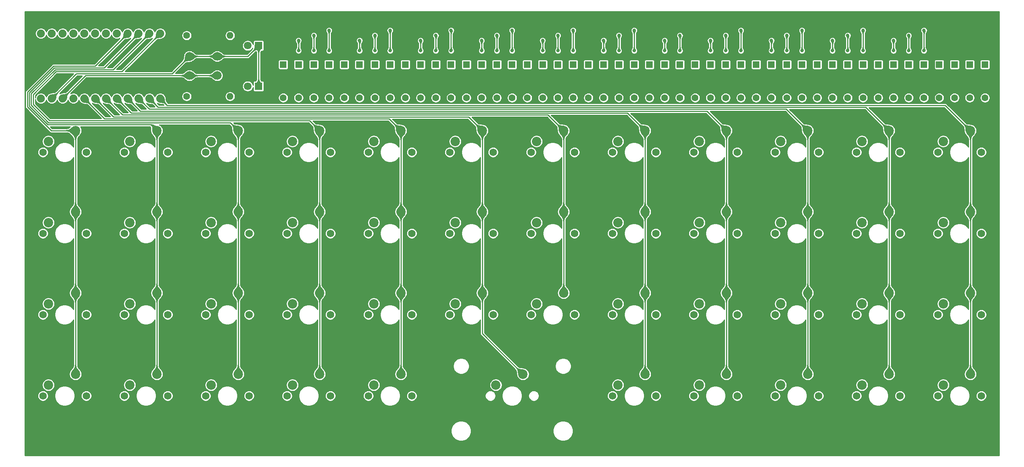
<source format=gbr>
%TF.GenerationSoftware,KiCad,Pcbnew,(5.1.12)-1*%
%TF.CreationDate,2022-01-30T22:31:33-08:00*%
%TF.ProjectId,ortho40,6f727468-6f34-4302-9e6b-696361645f70,rev?*%
%TF.SameCoordinates,Original*%
%TF.FileFunction,Copper,L2,Bot*%
%TF.FilePolarity,Positive*%
%FSLAX46Y46*%
G04 Gerber Fmt 4.6, Leading zero omitted, Abs format (unit mm)*
G04 Created by KiCad (PCBNEW (5.1.12)-1) date 2022-01-30 22:31:33*
%MOMM*%
%LPD*%
G01*
G04 APERTURE LIST*
%TA.AperFunction,ComponentPad*%
%ADD10C,2.200000*%
%TD*%
%TA.AperFunction,WasherPad*%
%ADD11C,1.750000*%
%TD*%
%TA.AperFunction,ComponentPad*%
%ADD12C,2.000000*%
%TD*%
%TA.AperFunction,ComponentPad*%
%ADD13C,1.879600*%
%TD*%
%TA.AperFunction,ComponentPad*%
%ADD14O,1.600000X1.600000*%
%TD*%
%TA.AperFunction,ComponentPad*%
%ADD15C,1.600000*%
%TD*%
%TA.AperFunction,ComponentPad*%
%ADD16C,1.800000*%
%TD*%
%TA.AperFunction,ComponentPad*%
%ADD17R,1.800000X1.800000*%
%TD*%
%TA.AperFunction,ComponentPad*%
%ADD18R,1.600000X1.600000*%
%TD*%
%TA.AperFunction,ViaPad*%
%ADD19C,0.800000*%
%TD*%
%TA.AperFunction,Conductor*%
%ADD20C,0.250000*%
%TD*%
%TA.AperFunction,NonConductor*%
%ADD21C,0.254000*%
%TD*%
%TA.AperFunction,NonConductor*%
%ADD22C,0.100000*%
%TD*%
%TA.AperFunction,Conductor*%
%ADD23C,0.025400*%
%TD*%
%TA.AperFunction,Conductor*%
%ADD24C,0.100000*%
%TD*%
G04 APERTURE END LIST*
D10*
%TO.P,K24,1*%
%TO.N,col5*%
X2540000Y-33020160D03*
%TO.P,K24,2*%
%TO.N,Net-(D24-Pad2)*%
X-3810000Y-35560160D03*
%TD*%
D11*
%TO.P,K1,*%
%TO.N,*%
X-99695440Y19050080D03*
X-109855440Y19050080D03*
D10*
%TO.P,K1,2*%
%TO.N,Net-(D1-Pad2)*%
X-108585440Y21590080D03*
%TO.P,K1,1*%
%TO.N,col0*%
X-102235440Y24130080D03*
%TD*%
D11*
%TO.P,K2,*%
%TO.N,*%
X-99695440Y0D03*
X-109855440Y0D03*
D10*
%TO.P,K2,2*%
%TO.N,Net-(D2-Pad2)*%
X-108585440Y2540000D03*
%TO.P,K2,1*%
%TO.N,col0*%
X-102235440Y5080000D03*
%TD*%
D11*
%TO.P,K5,*%
%TO.N,*%
X-80645360Y19050080D03*
X-90805360Y19050080D03*
D10*
%TO.P,K5,2*%
%TO.N,Net-(D5-Pad2)*%
X-89535360Y21590080D03*
%TO.P,K5,1*%
%TO.N,col1*%
X-83185360Y24130080D03*
%TD*%
D11*
%TO.P,K40,*%
%TO.N,*%
X90805360Y19050080D03*
X80645360Y19050080D03*
D10*
%TO.P,K40,2*%
%TO.N,Net-(D40-Pad2)*%
X81915360Y21590080D03*
%TO.P,K40,1*%
%TO.N,col10*%
X88265360Y24130080D03*
%TD*%
D11*
%TO.P,K10,*%
%TO.N,*%
X-61595280Y0D03*
X-71755280Y0D03*
D10*
%TO.P,K10,2*%
%TO.N,Net-(D10-Pad2)*%
X-70485280Y2540000D03*
%TO.P,K10,1*%
%TO.N,col2*%
X-64135280Y5080000D03*
%TD*%
D11*
%TO.P,K47,*%
%TO.N,*%
X109855440Y-38100160D03*
X99695440Y-38100160D03*
D10*
%TO.P,K47,2*%
%TO.N,Net-(D47-Pad2)*%
X100965440Y-35560160D03*
%TO.P,K47,1*%
%TO.N,col11*%
X107315440Y-33020160D03*
%TD*%
D11*
%TO.P,K43,*%
%TO.N,*%
X90805360Y-38100160D03*
X80645360Y-38100160D03*
D10*
%TO.P,K43,2*%
%TO.N,Net-(D43-Pad2)*%
X81915360Y-35560160D03*
%TO.P,K43,1*%
%TO.N,col10*%
X88265360Y-33020160D03*
%TD*%
D11*
%TO.P,K39,*%
%TO.N,*%
X71755280Y-38100160D03*
X61595280Y-38100160D03*
D10*
%TO.P,K39,2*%
%TO.N,Net-(D39-Pad2)*%
X62865280Y-35560160D03*
%TO.P,K39,1*%
%TO.N,col9*%
X69215280Y-33020160D03*
%TD*%
D11*
%TO.P,K35,*%
%TO.N,*%
X52705200Y-38100160D03*
X42545200Y-38100160D03*
D10*
%TO.P,K35,2*%
%TO.N,Net-(D35-Pad2)*%
X43815200Y-35560160D03*
%TO.P,K35,1*%
%TO.N,col8*%
X50165200Y-33020160D03*
%TD*%
D11*
%TO.P,K31,*%
%TO.N,*%
X33655120Y-38100160D03*
X23495120Y-38100160D03*
D10*
%TO.P,K31,2*%
%TO.N,Net-(D31-Pad2)*%
X24765120Y-35560160D03*
%TO.P,K31,1*%
%TO.N,col7*%
X31115120Y-33020160D03*
%TD*%
D11*
%TO.P,K20,*%
%TO.N,*%
X-23495120Y-38100160D03*
X-33655120Y-38100160D03*
D10*
%TO.P,K20,2*%
%TO.N,Net-(D20-Pad2)*%
X-32385120Y-35560160D03*
%TO.P,K20,1*%
%TO.N,col4*%
X-26035120Y-33020160D03*
%TD*%
D11*
%TO.P,K16,*%
%TO.N,*%
X-42545200Y-38100160D03*
X-52705200Y-38100160D03*
D10*
%TO.P,K16,2*%
%TO.N,Net-(D16-Pad2)*%
X-51435200Y-35560160D03*
%TO.P,K16,1*%
%TO.N,col3*%
X-45085200Y-33020160D03*
%TD*%
D11*
%TO.P,K12,*%
%TO.N,*%
X-61595280Y-38100160D03*
X-71755280Y-38100160D03*
D10*
%TO.P,K12,2*%
%TO.N,Net-(D12-Pad2)*%
X-70485280Y-35560160D03*
%TO.P,K12,1*%
%TO.N,col2*%
X-64135280Y-33020160D03*
%TD*%
D11*
%TO.P,K8,*%
%TO.N,*%
X-80645360Y-38100160D03*
X-90805360Y-38100160D03*
D10*
%TO.P,K8,2*%
%TO.N,Net-(D8-Pad2)*%
X-89535360Y-35560160D03*
%TO.P,K8,1*%
%TO.N,col1*%
X-83185360Y-33020160D03*
%TD*%
D11*
%TO.P,K4,*%
%TO.N,*%
X-99695440Y-38100160D03*
X-109855440Y-38100160D03*
D10*
%TO.P,K4,2*%
%TO.N,Net-(D4-Pad2)*%
X-108585440Y-35560160D03*
%TO.P,K4,1*%
%TO.N,col0*%
X-102235440Y-33020160D03*
%TD*%
D11*
%TO.P,K46,*%
%TO.N,*%
X109855440Y-19050080D03*
X99695440Y-19050080D03*
D10*
%TO.P,K46,2*%
%TO.N,Net-(D46-Pad2)*%
X100965440Y-16510080D03*
%TO.P,K46,1*%
%TO.N,col11*%
X107315440Y-13970080D03*
%TD*%
D11*
%TO.P,K42,*%
%TO.N,*%
X90805360Y-19050080D03*
X80645360Y-19050080D03*
D10*
%TO.P,K42,2*%
%TO.N,Net-(D42-Pad2)*%
X81915360Y-16510080D03*
%TO.P,K42,1*%
%TO.N,col10*%
X88265360Y-13970080D03*
%TD*%
D11*
%TO.P,K38,*%
%TO.N,*%
X71755280Y-19050080D03*
X61595280Y-19050080D03*
D10*
%TO.P,K38,2*%
%TO.N,Net-(D38-Pad2)*%
X62865280Y-16510080D03*
%TO.P,K38,1*%
%TO.N,col9*%
X69215280Y-13970080D03*
%TD*%
D11*
%TO.P,K34,*%
%TO.N,*%
X52705200Y-19050080D03*
X42545200Y-19050080D03*
D10*
%TO.P,K34,2*%
%TO.N,Net-(D34-Pad2)*%
X43815200Y-16510080D03*
%TO.P,K34,1*%
%TO.N,col8*%
X50165200Y-13970080D03*
%TD*%
D11*
%TO.P,K30,*%
%TO.N,*%
X33655120Y-19050080D03*
X23495120Y-19050080D03*
D10*
%TO.P,K30,2*%
%TO.N,Net-(D30-Pad2)*%
X24765120Y-16510080D03*
%TO.P,K30,1*%
%TO.N,col7*%
X31115120Y-13970080D03*
%TD*%
D11*
%TO.P,K27,*%
%TO.N,*%
X14605040Y-19050080D03*
X4445040Y-19050080D03*
D10*
%TO.P,K27,2*%
%TO.N,Net-(D27-Pad2)*%
X5715040Y-16510080D03*
%TO.P,K27,1*%
%TO.N,col6*%
X12065040Y-13970080D03*
%TD*%
D11*
%TO.P,K23,*%
%TO.N,*%
X-4445040Y-19050080D03*
X-14605040Y-19050080D03*
D10*
%TO.P,K23,2*%
%TO.N,Net-(D23-Pad2)*%
X-13335040Y-16510080D03*
%TO.P,K23,1*%
%TO.N,col5*%
X-6985040Y-13970080D03*
%TD*%
D11*
%TO.P,K19,*%
%TO.N,*%
X-23495120Y-19050080D03*
X-33655120Y-19050080D03*
D10*
%TO.P,K19,2*%
%TO.N,Net-(D19-Pad2)*%
X-32385120Y-16510080D03*
%TO.P,K19,1*%
%TO.N,col4*%
X-26035120Y-13970080D03*
%TD*%
D11*
%TO.P,K15,*%
%TO.N,*%
X-42545200Y-19050080D03*
X-52705200Y-19050080D03*
D10*
%TO.P,K15,2*%
%TO.N,Net-(D15-Pad2)*%
X-51435200Y-16510080D03*
%TO.P,K15,1*%
%TO.N,col3*%
X-45085200Y-13970080D03*
%TD*%
D11*
%TO.P,K11,*%
%TO.N,*%
X-61595280Y-19050080D03*
X-71755280Y-19050080D03*
D10*
%TO.P,K11,2*%
%TO.N,Net-(D11-Pad2)*%
X-70485280Y-16510080D03*
%TO.P,K11,1*%
%TO.N,col2*%
X-64135280Y-13970080D03*
%TD*%
D11*
%TO.P,K7,*%
%TO.N,*%
X-80645360Y-19050080D03*
X-90805360Y-19050080D03*
D10*
%TO.P,K7,2*%
%TO.N,Net-(D7-Pad2)*%
X-89535360Y-16510080D03*
%TO.P,K7,1*%
%TO.N,col1*%
X-83185360Y-13970080D03*
%TD*%
D11*
%TO.P,K3,*%
%TO.N,*%
X-99695440Y-19050080D03*
X-109855440Y-19050080D03*
D10*
%TO.P,K3,2*%
%TO.N,Net-(D3-Pad2)*%
X-108585440Y-16510080D03*
%TO.P,K3,1*%
%TO.N,col0*%
X-102235440Y-13970080D03*
%TD*%
D11*
%TO.P,K45,*%
%TO.N,*%
X109855440Y0D03*
X99695440Y0D03*
D10*
%TO.P,K45,2*%
%TO.N,Net-(D45-Pad2)*%
X100965440Y2540000D03*
%TO.P,K45,1*%
%TO.N,col11*%
X107315440Y5080000D03*
%TD*%
D11*
%TO.P,K41,*%
%TO.N,*%
X90805360Y0D03*
X80645360Y0D03*
D10*
%TO.P,K41,2*%
%TO.N,Net-(D41-Pad2)*%
X81915360Y2540000D03*
%TO.P,K41,1*%
%TO.N,col10*%
X88265360Y5080000D03*
%TD*%
D11*
%TO.P,K37,*%
%TO.N,*%
X71755280Y0D03*
X61595280Y0D03*
D10*
%TO.P,K37,2*%
%TO.N,Net-(D37-Pad2)*%
X62865280Y2540000D03*
%TO.P,K37,1*%
%TO.N,col9*%
X69215280Y5080000D03*
%TD*%
D11*
%TO.P,K33,*%
%TO.N,*%
X52705200Y0D03*
X42545200Y0D03*
D10*
%TO.P,K33,2*%
%TO.N,Net-(D33-Pad2)*%
X43815200Y2540000D03*
%TO.P,K33,1*%
%TO.N,col8*%
X50165200Y5080000D03*
%TD*%
D11*
%TO.P,K29,*%
%TO.N,*%
X33655120Y0D03*
X23495120Y0D03*
D10*
%TO.P,K29,2*%
%TO.N,Net-(D29-Pad2)*%
X24765120Y2540000D03*
%TO.P,K29,1*%
%TO.N,col7*%
X31115120Y5080000D03*
%TD*%
D11*
%TO.P,K26,*%
%TO.N,*%
X14605040Y0D03*
X4445040Y0D03*
D10*
%TO.P,K26,2*%
%TO.N,Net-(D26-Pad2)*%
X5715040Y2540000D03*
%TO.P,K26,1*%
%TO.N,col6*%
X12065040Y5080000D03*
%TD*%
D11*
%TO.P,K22,*%
%TO.N,*%
X-4445040Y0D03*
X-14605040Y0D03*
D10*
%TO.P,K22,2*%
%TO.N,Net-(D22-Pad2)*%
X-13335040Y2540000D03*
%TO.P,K22,1*%
%TO.N,col5*%
X-6985040Y5080000D03*
%TD*%
D11*
%TO.P,K18,*%
%TO.N,*%
X-23495120Y0D03*
X-33655120Y0D03*
D10*
%TO.P,K18,2*%
%TO.N,Net-(D18-Pad2)*%
X-32385120Y2540000D03*
%TO.P,K18,1*%
%TO.N,col4*%
X-26035120Y5080000D03*
%TD*%
D11*
%TO.P,K14,*%
%TO.N,*%
X-42545200Y0D03*
X-52705200Y0D03*
D10*
%TO.P,K14,2*%
%TO.N,Net-(D14-Pad2)*%
X-51435200Y2540000D03*
%TO.P,K14,1*%
%TO.N,col3*%
X-45085200Y5080000D03*
%TD*%
D11*
%TO.P,K6,*%
%TO.N,*%
X-80645360Y0D03*
X-90805360Y0D03*
D10*
%TO.P,K6,2*%
%TO.N,Net-(D6-Pad2)*%
X-89535360Y2540000D03*
%TO.P,K6,1*%
%TO.N,col1*%
X-83185360Y5080000D03*
%TD*%
D11*
%TO.P,K44,*%
%TO.N,*%
X109855440Y19050080D03*
X99695440Y19050080D03*
D10*
%TO.P,K44,2*%
%TO.N,Net-(D44-Pad2)*%
X100965440Y21590080D03*
%TO.P,K44,1*%
%TO.N,col11*%
X107315440Y24130080D03*
%TD*%
D11*
%TO.P,K36,*%
%TO.N,*%
X71755280Y19050080D03*
X61595280Y19050080D03*
D10*
%TO.P,K36,2*%
%TO.N,Net-(D36-Pad2)*%
X62865280Y21590080D03*
%TO.P,K36,1*%
%TO.N,col9*%
X69215280Y24130080D03*
%TD*%
D11*
%TO.P,K32,*%
%TO.N,*%
X52705200Y19050080D03*
X42545200Y19050080D03*
D10*
%TO.P,K32,2*%
%TO.N,Net-(D32-Pad2)*%
X43815200Y21590080D03*
%TO.P,K32,1*%
%TO.N,col8*%
X50165200Y24130080D03*
%TD*%
D11*
%TO.P,K28,*%
%TO.N,*%
X33655120Y19050080D03*
X23495120Y19050080D03*
D10*
%TO.P,K28,2*%
%TO.N,Net-(D28-Pad2)*%
X24765120Y21590080D03*
%TO.P,K28,1*%
%TO.N,col7*%
X31115120Y24130080D03*
%TD*%
D11*
%TO.P,K25,*%
%TO.N,*%
X14605040Y19050080D03*
X4445040Y19050080D03*
D10*
%TO.P,K25,2*%
%TO.N,Net-(D25-Pad2)*%
X5715040Y21590080D03*
%TO.P,K25,1*%
%TO.N,col6*%
X12065040Y24130080D03*
%TD*%
D11*
%TO.P,K21,*%
%TO.N,*%
X-4445040Y19050080D03*
X-14605040Y19050080D03*
D10*
%TO.P,K21,2*%
%TO.N,Net-(D21-Pad2)*%
X-13335040Y21590080D03*
%TO.P,K21,1*%
%TO.N,col5*%
X-6985040Y24130080D03*
%TD*%
D11*
%TO.P,K17,*%
%TO.N,*%
X-23495120Y19050080D03*
X-33655120Y19050080D03*
D10*
%TO.P,K17,2*%
%TO.N,Net-(D17-Pad2)*%
X-32385120Y21590080D03*
%TO.P,K17,1*%
%TO.N,col4*%
X-26035120Y24130080D03*
%TD*%
D11*
%TO.P,K13,*%
%TO.N,*%
X-42545200Y19050080D03*
X-52705200Y19050080D03*
D10*
%TO.P,K13,2*%
%TO.N,Net-(D13-Pad2)*%
X-51435200Y21590080D03*
%TO.P,K13,1*%
%TO.N,col3*%
X-45085200Y24130080D03*
%TD*%
D11*
%TO.P,K9,*%
%TO.N,*%
X-61595280Y19050080D03*
X-71755280Y19050080D03*
D10*
%TO.P,K9,2*%
%TO.N,Net-(D9-Pad2)*%
X-70485280Y21590080D03*
%TO.P,K9,1*%
%TO.N,col2*%
X-64135280Y24130080D03*
%TD*%
D12*
%TO.P,SW1,2*%
%TO.N,GND*%
X-69056540Y41547900D03*
%TO.P,SW1,1*%
%TO.N,RESET*%
X-69056540Y37047900D03*
%TO.P,SW1,2*%
%TO.N,GND*%
X-75556540Y41547900D03*
%TO.P,SW1,1*%
%TO.N,RESET*%
X-75556540Y37047900D03*
%TD*%
D13*
%TO.P,U1,24*%
%TO.N,Net-(U1-Pad24)*%
X-110331660Y31670790D03*
%TO.P,U1,23*%
%TO.N,GND*%
X-107791660Y31670790D03*
%TO.P,U1,22*%
%TO.N,RESET*%
X-105251660Y31670790D03*
%TO.P,U1,21*%
%TO.N,Net-(U1-Pad21)*%
X-102711660Y31670790D03*
%TO.P,U1,20*%
%TO.N,col4*%
X-100171660Y31670790D03*
%TO.P,U1,19*%
%TO.N,col5*%
X-97631660Y31670790D03*
%TO.P,U1,18*%
%TO.N,col6*%
X-95091660Y31670790D03*
%TO.P,U1,17*%
%TO.N,col7*%
X-92551660Y31670790D03*
%TO.P,U1,16*%
%TO.N,col8*%
X-90011660Y31670790D03*
%TO.P,U1,15*%
%TO.N,col9*%
X-87471660Y31670790D03*
%TO.P,U1,14*%
%TO.N,col10*%
X-84931660Y31670790D03*
%TO.P,U1,13*%
%TO.N,col11*%
X-82391660Y31670790D03*
%TO.P,U1,12*%
%TO.N,col3*%
X-82391660Y46910790D03*
%TO.P,U1,11*%
%TO.N,col2*%
X-84931660Y46910790D03*
%TO.P,U1,10*%
%TO.N,col1*%
X-87471660Y46910790D03*
%TO.P,U1,9*%
%TO.N,col0*%
X-90011660Y46910790D03*
%TO.P,U1,8*%
%TO.N,row3*%
X-92551660Y46910790D03*
%TO.P,U1,7*%
%TO.N,row2*%
X-95091660Y46910790D03*
%TO.P,U1,6*%
%TO.N,row1*%
X-97631660Y46910790D03*
%TO.P,U1,5*%
%TO.N,row0*%
X-100171660Y46910790D03*
%TO.P,U1,4*%
%TO.N,Net-(U1-Pad4)*%
X-102711660Y46910790D03*
%TO.P,U1,3*%
%TO.N,Net-(U1-Pad3)*%
X-105251660Y46910790D03*
%TO.P,U1,2*%
%TO.N,led2*%
X-107791660Y46910790D03*
%TO.P,U1,1*%
%TO.N,led1*%
X-110331660Y46910790D03*
%TD*%
D14*
%TO.P,R1,2*%
%TO.N,Net-(LED1-Pad2)*%
X-66040320Y32147010D03*
D15*
%TO.P,R1,1*%
%TO.N,led1*%
X-76200320Y32147010D03*
%TD*%
D14*
%TO.P,R2,2*%
%TO.N,Net-(LED2-Pad2)*%
X-66040320Y46434570D03*
D15*
%TO.P,R2,1*%
%TO.N,led2*%
X-76200320Y46434570D03*
%TD*%
D16*
%TO.P,LED2,2*%
%TO.N,Net-(LED2-Pad2)*%
X-61912760Y44053310D03*
D17*
%TO.P,LED2,1*%
%TO.N,GND*%
X-59372760Y44053310D03*
%TD*%
D15*
%TO.P,D2,2*%
%TO.N,Net-(D2-Pad2)*%
X-50006460Y31818900D03*
D18*
%TO.P,D2,1*%
%TO.N,row1*%
X-50006460Y39618900D03*
%TD*%
D15*
%TO.P,D1,2*%
%TO.N,Net-(D1-Pad2)*%
X-53578350Y31818900D03*
D18*
%TO.P,D1,1*%
%TO.N,row0*%
X-53578350Y39618900D03*
%TD*%
D15*
%TO.P,D47,2*%
%TO.N,Net-(D47-Pad2)*%
X110728590Y31818900D03*
D18*
%TO.P,D47,1*%
%TO.N,row3*%
X110728590Y39618900D03*
%TD*%
D15*
%TO.P,D43,2*%
%TO.N,Net-(D43-Pad2)*%
X96441030Y31818900D03*
D18*
%TO.P,D43,1*%
%TO.N,row3*%
X96441030Y39618900D03*
%TD*%
D15*
%TO.P,D39,2*%
%TO.N,Net-(D39-Pad2)*%
X82153470Y31818900D03*
D18*
%TO.P,D39,1*%
%TO.N,row3*%
X82153470Y39618900D03*
%TD*%
D15*
%TO.P,D35,2*%
%TO.N,Net-(D35-Pad2)*%
X67865910Y31818900D03*
D18*
%TO.P,D35,1*%
%TO.N,row3*%
X67865910Y39618900D03*
%TD*%
D15*
%TO.P,D31,2*%
%TO.N,Net-(D31-Pad2)*%
X53578350Y31818900D03*
D18*
%TO.P,D31,1*%
%TO.N,row3*%
X53578350Y39618900D03*
%TD*%
D15*
%TO.P,D24,2*%
%TO.N,Net-(D24-Pad2)*%
X28575120Y31818900D03*
D18*
%TO.P,D24,1*%
%TO.N,row3*%
X28575120Y39618900D03*
%TD*%
D15*
%TO.P,D20,2*%
%TO.N,Net-(D20-Pad2)*%
X14287560Y31818900D03*
D18*
%TO.P,D20,1*%
%TO.N,row3*%
X14287560Y39618900D03*
%TD*%
D15*
%TO.P,D16,2*%
%TO.N,Net-(D16-Pad2)*%
X0Y31818900D03*
D18*
%TO.P,D16,1*%
%TO.N,row3*%
X0Y39618900D03*
%TD*%
D15*
%TO.P,D12,2*%
%TO.N,Net-(D12-Pad2)*%
X-14287560Y31818900D03*
D18*
%TO.P,D12,1*%
%TO.N,row3*%
X-14287560Y39618900D03*
%TD*%
D15*
%TO.P,D8,2*%
%TO.N,Net-(D8-Pad2)*%
X-28575120Y31818900D03*
D18*
%TO.P,D8,1*%
%TO.N,row3*%
X-28575120Y39618900D03*
%TD*%
D15*
%TO.P,D4,2*%
%TO.N,Net-(D4-Pad2)*%
X-42862680Y31818900D03*
D18*
%TO.P,D4,1*%
%TO.N,row3*%
X-42862680Y39618900D03*
%TD*%
D15*
%TO.P,D46,2*%
%TO.N,Net-(D46-Pad2)*%
X107156700Y31818900D03*
D18*
%TO.P,D46,1*%
%TO.N,row2*%
X107156700Y39618900D03*
%TD*%
D15*
%TO.P,D42,2*%
%TO.N,Net-(D42-Pad2)*%
X92869140Y31818900D03*
D18*
%TO.P,D42,1*%
%TO.N,row2*%
X92869140Y39618900D03*
%TD*%
D15*
%TO.P,D38,2*%
%TO.N,Net-(D38-Pad2)*%
X78581580Y31818900D03*
D18*
%TO.P,D38,1*%
%TO.N,row2*%
X78581580Y39618900D03*
%TD*%
D15*
%TO.P,D34,2*%
%TO.N,Net-(D34-Pad2)*%
X64294020Y31818900D03*
D18*
%TO.P,D34,1*%
%TO.N,row2*%
X64294020Y39618900D03*
%TD*%
D15*
%TO.P,D30,2*%
%TO.N,Net-(D30-Pad2)*%
X50006460Y31818900D03*
D18*
%TO.P,D30,1*%
%TO.N,row2*%
X50006460Y39618900D03*
%TD*%
D15*
%TO.P,D27,2*%
%TO.N,Net-(D27-Pad2)*%
X39290790Y31818900D03*
D18*
%TO.P,D27,1*%
%TO.N,row2*%
X39290790Y39618900D03*
%TD*%
D15*
%TO.P,D23,2*%
%TO.N,Net-(D23-Pad2)*%
X25003230Y31818900D03*
D18*
%TO.P,D23,1*%
%TO.N,row2*%
X25003230Y39618900D03*
%TD*%
D15*
%TO.P,D19,2*%
%TO.N,Net-(D19-Pad2)*%
X10715670Y31818900D03*
D18*
%TO.P,D19,1*%
%TO.N,row2*%
X10715670Y39618900D03*
%TD*%
D15*
%TO.P,D15,2*%
%TO.N,Net-(D15-Pad2)*%
X-3571890Y31818900D03*
D18*
%TO.P,D15,1*%
%TO.N,row2*%
X-3571890Y39618900D03*
%TD*%
D15*
%TO.P,D11,2*%
%TO.N,Net-(D11-Pad2)*%
X-17859450Y31818900D03*
D18*
%TO.P,D11,1*%
%TO.N,row2*%
X-17859450Y39618900D03*
%TD*%
D15*
%TO.P,D7,2*%
%TO.N,Net-(D7-Pad2)*%
X-32147010Y31818900D03*
D18*
%TO.P,D7,1*%
%TO.N,row2*%
X-32147010Y39618900D03*
%TD*%
D15*
%TO.P,D3,2*%
%TO.N,Net-(D3-Pad2)*%
X-46434570Y31818900D03*
D18*
%TO.P,D3,1*%
%TO.N,row2*%
X-46434570Y39618900D03*
%TD*%
D15*
%TO.P,D45,2*%
%TO.N,Net-(D45-Pad2)*%
X103584810Y31818900D03*
D18*
%TO.P,D45,1*%
%TO.N,row1*%
X103584810Y39618900D03*
%TD*%
D15*
%TO.P,D41,2*%
%TO.N,Net-(D41-Pad2)*%
X89297250Y31818900D03*
D18*
%TO.P,D41,1*%
%TO.N,row1*%
X89297250Y39618900D03*
%TD*%
D15*
%TO.P,D37,2*%
%TO.N,Net-(D37-Pad2)*%
X75009690Y31818900D03*
D18*
%TO.P,D37,1*%
%TO.N,row1*%
X75009690Y39618900D03*
%TD*%
D15*
%TO.P,D33,2*%
%TO.N,Net-(D33-Pad2)*%
X60722130Y31818900D03*
D18*
%TO.P,D33,1*%
%TO.N,row1*%
X60722130Y39618900D03*
%TD*%
D15*
%TO.P,D29,2*%
%TO.N,Net-(D29-Pad2)*%
X46434570Y31818900D03*
D18*
%TO.P,D29,1*%
%TO.N,row1*%
X46434570Y39618900D03*
%TD*%
D15*
%TO.P,D26,2*%
%TO.N,Net-(D26-Pad2)*%
X35718900Y31818900D03*
D18*
%TO.P,D26,1*%
%TO.N,row1*%
X35718900Y39618900D03*
%TD*%
D15*
%TO.P,D22,2*%
%TO.N,Net-(D22-Pad2)*%
X21431340Y31818900D03*
D18*
%TO.P,D22,1*%
%TO.N,row1*%
X21431340Y39618900D03*
%TD*%
D15*
%TO.P,D18,2*%
%TO.N,Net-(D18-Pad2)*%
X7143780Y31818900D03*
D18*
%TO.P,D18,1*%
%TO.N,row1*%
X7143780Y39618900D03*
%TD*%
D15*
%TO.P,D14,2*%
%TO.N,Net-(D14-Pad2)*%
X-7143780Y31818900D03*
D18*
%TO.P,D14,1*%
%TO.N,row1*%
X-7143780Y39618900D03*
%TD*%
D15*
%TO.P,D10,2*%
%TO.N,Net-(D10-Pad2)*%
X-21431340Y31818900D03*
D18*
%TO.P,D10,1*%
%TO.N,row1*%
X-21431340Y39618900D03*
%TD*%
D15*
%TO.P,D6,2*%
%TO.N,Net-(D6-Pad2)*%
X-35718900Y31818900D03*
D18*
%TO.P,D6,1*%
%TO.N,row1*%
X-35718900Y39618900D03*
%TD*%
D15*
%TO.P,D44,2*%
%TO.N,Net-(D44-Pad2)*%
X100012920Y31818900D03*
D18*
%TO.P,D44,1*%
%TO.N,row0*%
X100012920Y39618900D03*
%TD*%
D15*
%TO.P,D40,2*%
%TO.N,Net-(D40-Pad2)*%
X85725360Y31818900D03*
D18*
%TO.P,D40,1*%
%TO.N,row0*%
X85725360Y39618900D03*
%TD*%
D15*
%TO.P,D36,2*%
%TO.N,Net-(D36-Pad2)*%
X71437800Y31818900D03*
D18*
%TO.P,D36,1*%
%TO.N,row0*%
X71437800Y39618900D03*
%TD*%
D15*
%TO.P,D32,2*%
%TO.N,Net-(D32-Pad2)*%
X57150240Y31818900D03*
D18*
%TO.P,D32,1*%
%TO.N,row0*%
X57150240Y39618900D03*
%TD*%
D15*
%TO.P,D28,2*%
%TO.N,Net-(D28-Pad2)*%
X42862680Y31818900D03*
D18*
%TO.P,D28,1*%
%TO.N,row0*%
X42862680Y39618900D03*
%TD*%
D15*
%TO.P,D25,2*%
%TO.N,Net-(D25-Pad2)*%
X32147010Y31818900D03*
D18*
%TO.P,D25,1*%
%TO.N,row0*%
X32147010Y39618900D03*
%TD*%
D15*
%TO.P,D21,2*%
%TO.N,Net-(D21-Pad2)*%
X17859450Y31818900D03*
D18*
%TO.P,D21,1*%
%TO.N,row0*%
X17859450Y39618900D03*
%TD*%
D15*
%TO.P,D17,2*%
%TO.N,Net-(D17-Pad2)*%
X3571890Y31818900D03*
D18*
%TO.P,D17,1*%
%TO.N,row0*%
X3571890Y39618900D03*
%TD*%
D15*
%TO.P,D13,2*%
%TO.N,Net-(D13-Pad2)*%
X-10715670Y31818900D03*
D18*
%TO.P,D13,1*%
%TO.N,row0*%
X-10715670Y39618900D03*
%TD*%
D15*
%TO.P,D9,2*%
%TO.N,Net-(D9-Pad2)*%
X-25003230Y31818900D03*
D18*
%TO.P,D9,1*%
%TO.N,row0*%
X-25003230Y39618900D03*
%TD*%
D15*
%TO.P,D5,2*%
%TO.N,Net-(D5-Pad2)*%
X-39290790Y31818900D03*
D18*
%TO.P,D5,1*%
%TO.N,row0*%
X-39290790Y39618900D03*
%TD*%
D16*
%TO.P,LED1,2*%
%TO.N,Net-(LED1-Pad2)*%
X-61912760Y34528270D03*
D17*
%TO.P,LED1,1*%
%TO.N,GND*%
X-59372760Y34528270D03*
%TD*%
D19*
%TO.N,row1*%
X89297250Y42862680D03*
X89297250Y45243940D03*
X75009690Y42862680D03*
X75009690Y45243940D03*
X60722130Y42862680D03*
X60722130Y45243940D03*
X46434570Y42862680D03*
X46434570Y45243940D03*
X35718900Y42862680D03*
X21431340Y42862680D03*
X21431340Y45243940D03*
X7143780Y42862680D03*
X7143780Y45243940D03*
X-7143780Y42862680D03*
X-7143780Y45243940D03*
X-21431340Y42862680D03*
X-21431340Y45243940D03*
X35718900Y45243940D03*
X-35718900Y42862680D03*
X-35718900Y45243940D03*
X-50006460Y42862680D03*
X-50006460Y45243940D03*
%TO.N,row2*%
X92869140Y42862680D03*
X92869140Y46434570D03*
X78581580Y42862680D03*
X78581580Y46434570D03*
X64294020Y42862680D03*
X64294020Y46434570D03*
X50006460Y42862680D03*
X50006460Y46434570D03*
X39290790Y42862680D03*
X25003230Y42862680D03*
X25003230Y46434570D03*
X10715670Y42862680D03*
X10715670Y46434570D03*
X-3571890Y42862680D03*
X-3571890Y46434570D03*
X-17859450Y42862680D03*
X-17859450Y46434570D03*
X39290790Y46434570D03*
X-32147010Y42862680D03*
X-32147010Y46434570D03*
X-46434570Y42862680D03*
X-46434570Y46434570D03*
%TO.N,row3*%
X96441030Y42862680D03*
X96441030Y47625200D03*
X82153470Y42862680D03*
X82153470Y47625200D03*
X67865910Y42862680D03*
X67865910Y47625200D03*
X53578350Y42862680D03*
X53578350Y47625200D03*
X28575120Y42862680D03*
X28575120Y47625200D03*
X14287560Y42862680D03*
X14287560Y47625200D03*
X0Y42862680D03*
X0Y47625200D03*
X-14287560Y42862680D03*
X-14287560Y47625200D03*
X-28575120Y42862680D03*
X-28575120Y47625200D03*
X-42862680Y42862680D03*
X-42862680Y47625200D03*
%TD*%
D20*
%TO.N,row1*%
X89297250Y42862680D02*
X89297250Y45243940D01*
X75009690Y42862680D02*
X75009690Y45243940D01*
X60722130Y42862680D02*
X60722130Y45243940D01*
X46434570Y42862680D02*
X46434570Y45243940D01*
X35718900Y42862680D02*
X35718900Y45243940D01*
X21431340Y42862680D02*
X21431340Y45243940D01*
X7143780Y42862680D02*
X7143780Y45243940D01*
X-7143780Y42862680D02*
X-7143780Y45243940D01*
X-21431340Y42862680D02*
X-21431340Y45243940D01*
X-35718900Y42862680D02*
X-35718900Y45243940D01*
X-50006460Y42862680D02*
X-50006460Y45243940D01*
%TO.N,row2*%
X92869140Y42862680D02*
X92869140Y46434570D01*
X78581580Y42862680D02*
X78581580Y46434570D01*
X64294020Y42862680D02*
X64294020Y46434570D01*
X50006460Y42862680D02*
X50006460Y46434570D01*
X39290790Y42862680D02*
X39290790Y46434570D01*
X25003230Y42862680D02*
X25003230Y46434570D01*
X10715670Y42862680D02*
X10715670Y46434570D01*
X-3571890Y42862680D02*
X-3571890Y46434570D01*
X-17859450Y42862680D02*
X-17859450Y46434570D01*
X-32147010Y42862680D02*
X-32147010Y46434570D01*
X-46434570Y42862680D02*
X-46434570Y46434570D01*
%TO.N,row3*%
X96441030Y42862680D02*
X96441030Y47625200D01*
X82153470Y42862680D02*
X82153470Y47625200D01*
X67865910Y42862680D02*
X67865910Y47625200D01*
X53578350Y42862680D02*
X53578350Y47625200D01*
X28575120Y42862680D02*
X28575120Y47625200D01*
X14287560Y42862680D02*
X14287560Y47625200D01*
X0Y42862680D02*
X0Y47625200D01*
X-14287560Y42862680D02*
X-14287560Y47625200D01*
X-28575120Y42862680D02*
X-28575120Y47625200D01*
X-42862680Y42862680D02*
X-42862680Y47625200D01*
%TO.N,GND*%
X-107791660Y31670790D02*
X-102102910Y37359540D01*
X-59372760Y44053310D02*
X-59372760Y34528270D01*
X-75556540Y41547900D02*
X-69056540Y41547900D01*
X-61878170Y41547900D02*
X-59372760Y44053310D01*
X-69056540Y41547900D02*
X-61878170Y41547900D01*
X-75556540Y41547900D02*
X-79606530Y37497910D01*
X-101964540Y37497910D02*
X-102102910Y37359540D01*
X-79606530Y37497910D02*
X-101964540Y37497910D01*
%TO.N,col0*%
X-102235440Y-33020160D02*
X-102235440Y-13970080D01*
X-102235440Y-13970080D02*
X-102235440Y5080000D01*
X-102235440Y5080000D02*
X-102235440Y24130080D01*
X-97624500Y39297950D02*
X-90011660Y46910790D01*
X-107365280Y39297950D02*
X-97624500Y39297950D01*
X-113501614Y33161616D02*
X-107365280Y39297950D01*
X-107924680Y24130080D02*
X-113501613Y29707013D01*
X-113501613Y29707013D02*
X-113501614Y33161616D01*
X-102235440Y24130080D02*
X-107924680Y24130080D01*
%TO.N,col1*%
X-83185360Y-13970080D02*
X-83185360Y5080000D01*
X-83185360Y5080000D02*
X-83185360Y24130080D01*
X-83185360Y-33020160D02*
X-83185360Y-13970080D01*
X-95534510Y38847940D02*
X-87471660Y46910790D01*
X-107178880Y38847940D02*
X-95534510Y38847940D01*
X-113051604Y29893414D02*
X-113051605Y32975215D01*
X-108713271Y25555081D02*
X-113051604Y29893414D01*
X-113051605Y32975215D02*
X-107178880Y38847940D01*
X-84610361Y25555081D02*
X-108713271Y25555081D01*
X-83185360Y24130080D02*
X-84610361Y25555081D01*
%TO.N,col2*%
X-64135280Y24130080D02*
X-64135280Y5080000D01*
X-64135280Y5080000D02*
X-64135280Y-13970080D01*
X-64135280Y-13970080D02*
X-64135280Y-33020160D01*
X-93444520Y38397930D02*
X-84931660Y46910790D01*
X-112601595Y32788815D02*
X-106992480Y38397930D01*
X-112601595Y30079815D02*
X-112601595Y32788815D01*
X-106992480Y38397930D02*
X-93444520Y38397930D01*
X-108526871Y26005091D02*
X-112601595Y30079815D01*
X-66010291Y26005091D02*
X-108526871Y26005091D01*
X-64135280Y24130080D02*
X-66010291Y26005091D01*
%TO.N,col3*%
X-45085200Y-33020160D02*
X-45085200Y-13970080D01*
X-45085200Y-13970080D02*
X-45085200Y5080000D01*
X-45085200Y5080000D02*
X-45085200Y24130080D01*
X-112151585Y30266215D02*
X-108340471Y26455101D01*
X-112151585Y32602415D02*
X-112151585Y30266215D01*
X-47410221Y26455101D02*
X-45085200Y24130080D01*
X-106806080Y37947920D02*
X-112151585Y32602415D01*
X-91354530Y37947920D02*
X-106806080Y37947920D01*
X-108340471Y26455101D02*
X-47410221Y26455101D01*
X-82391660Y46910790D02*
X-91354530Y37947920D01*
%TO.N,col4*%
X-95405981Y26905111D02*
X-100171660Y31670790D01*
X-28810151Y26905111D02*
X-95405981Y26905111D01*
X-26035120Y24130080D02*
X-28810151Y26905111D01*
X-26035120Y24130080D02*
X-26035120Y5080000D01*
X-26035120Y5080000D02*
X-26035120Y-13970080D01*
X-26035120Y-13970080D02*
X-26035120Y-33020160D01*
%TO.N,col5*%
X-6985040Y24130080D02*
X-10210081Y27355121D01*
X-93315991Y27355121D02*
X-97631660Y31670790D01*
X-10210081Y27355121D02*
X-93315991Y27355121D01*
X-6985040Y-23495120D02*
X2540000Y-33020160D01*
X-6985040Y-13970080D02*
X-6985040Y-23495120D01*
X-6985040Y-13970080D02*
X-6985040Y5080000D01*
X-6985040Y5080000D02*
X-6985040Y24130080D01*
%TO.N,col6*%
X12065040Y24130080D02*
X8389989Y27805131D01*
X-91226001Y27805131D02*
X-95091660Y31670790D01*
X8389989Y27805131D02*
X-91226001Y27805131D01*
X12065040Y24130080D02*
X12065040Y5080000D01*
X12065040Y5080000D02*
X12065040Y-13970080D01*
%TO.N,col7*%
X31115120Y24130080D02*
X26990059Y28255141D01*
X-89136011Y28255141D02*
X-92551660Y31670790D01*
X26990059Y28255141D02*
X-89136011Y28255141D01*
X31115120Y-33020160D02*
X31115120Y-13970080D01*
X31115120Y-13970080D02*
X31115120Y5080000D01*
X31115120Y5080000D02*
X31115120Y24130080D01*
%TO.N,col8*%
X50165200Y24130080D02*
X45590129Y28705151D01*
X-87046021Y28705151D02*
X-90011660Y31670790D01*
X45590129Y28705151D02*
X-87046021Y28705151D01*
X50165200Y24130080D02*
X50165200Y5080000D01*
X50165200Y5080000D02*
X50165200Y-13970080D01*
X50165200Y-13970080D02*
X50165200Y-33020160D01*
%TO.N,col9*%
X-84956031Y29155161D02*
X-87471660Y31670790D01*
X64190199Y29155161D02*
X-84956031Y29155161D01*
X69215280Y24130080D02*
X64190199Y29155161D01*
X69215280Y-33020160D02*
X69215280Y-13970080D01*
X69215280Y-13970080D02*
X69215280Y5080000D01*
X69215280Y5080000D02*
X69215280Y24130080D01*
%TO.N,col10*%
X88265360Y24130080D02*
X82790269Y29605171D01*
X-82866041Y29605171D02*
X-84931660Y31670790D01*
X82790269Y29605171D02*
X-82866041Y29605171D01*
X88265360Y24130080D02*
X88265360Y5080000D01*
X88265360Y5080000D02*
X88265360Y-13970080D01*
X88265360Y-13970080D02*
X88265360Y-33020160D01*
%TO.N,col11*%
X-80776051Y30055181D02*
X-82391660Y31670790D01*
X107315440Y24130080D02*
X101390339Y30055181D01*
X101390339Y30055181D02*
X-80776051Y30055181D01*
X107315440Y-33020160D02*
X107315440Y-13970080D01*
X107315440Y-13970080D02*
X107315440Y5080000D01*
X107315440Y5080000D02*
X107315440Y24130080D01*
%TO.N,RESET*%
X-100012920Y36909530D02*
X-105251660Y31670790D01*
X-99874550Y37047900D02*
X-100012920Y36909530D01*
X-75556540Y37047900D02*
X-99874550Y37047900D01*
X-69056540Y37047900D02*
X-75556540Y37047900D01*
%TD*%
D21*
X114069001Y-52069000D02*
X-114069003Y-52069000D01*
X-114069040Y-46091253D01*
X-14312900Y-46091253D01*
X-14312900Y-46559067D01*
X-14221634Y-47017893D01*
X-14042609Y-47450097D01*
X-13782705Y-47839070D01*
X-13451910Y-48169865D01*
X-13062937Y-48429769D01*
X-12630733Y-48608794D01*
X-12171907Y-48700060D01*
X-11704093Y-48700060D01*
X-11245267Y-48608794D01*
X-10813063Y-48429769D01*
X-10424090Y-48169865D01*
X-10093295Y-47839070D01*
X-9833391Y-47450097D01*
X-9654366Y-47017893D01*
X-9563100Y-46559067D01*
X-9563100Y-46091253D01*
X9563100Y-46091253D01*
X9563100Y-46559067D01*
X9654366Y-47017893D01*
X9833391Y-47450097D01*
X10093295Y-47839070D01*
X10424090Y-48169865D01*
X10813063Y-48429769D01*
X11245267Y-48608794D01*
X11704093Y-48700060D01*
X12171907Y-48700060D01*
X12630733Y-48608794D01*
X13062937Y-48429769D01*
X13451910Y-48169865D01*
X13782705Y-47839070D01*
X14042609Y-47450097D01*
X14221634Y-47017893D01*
X14312900Y-46559067D01*
X14312900Y-46091253D01*
X14221634Y-45632427D01*
X14042609Y-45200223D01*
X13782705Y-44811250D01*
X13451910Y-44480455D01*
X13062937Y-44220551D01*
X12630733Y-44041526D01*
X12171907Y-43950260D01*
X11704093Y-43950260D01*
X11245267Y-44041526D01*
X10813063Y-44220551D01*
X10424090Y-44480455D01*
X10093295Y-44811250D01*
X9833391Y-45200223D01*
X9654366Y-45632427D01*
X9563100Y-46091253D01*
X-9563100Y-46091253D01*
X-9654366Y-45632427D01*
X-9833391Y-45200223D01*
X-10093295Y-44811250D01*
X-10424090Y-44480455D01*
X-10813063Y-44220551D01*
X-11245267Y-44041526D01*
X-11704093Y-43950260D01*
X-12171907Y-43950260D01*
X-12630733Y-44041526D01*
X-13062937Y-44220551D01*
X-13451910Y-44480455D01*
X-13782705Y-44811250D01*
X-14042609Y-45200223D01*
X-14221634Y-45632427D01*
X-14312900Y-46091253D01*
X-114069040Y-46091253D01*
X-114069091Y-37976455D01*
X-111111440Y-37976455D01*
X-111111440Y-38223865D01*
X-111063172Y-38466522D01*
X-110968493Y-38695099D01*
X-110831039Y-38900813D01*
X-110656093Y-39075759D01*
X-110450379Y-39213213D01*
X-110221802Y-39307892D01*
X-109979145Y-39356160D01*
X-109731735Y-39356160D01*
X-109489078Y-39307892D01*
X-109260501Y-39213213D01*
X-109054787Y-39075759D01*
X-108879841Y-38900813D01*
X-108742387Y-38695099D01*
X-108647708Y-38466522D01*
X-108599440Y-38223865D01*
X-108599440Y-37976455D01*
X-108621480Y-37865652D01*
X-107156440Y-37865652D01*
X-107156440Y-38334668D01*
X-107064940Y-38794672D01*
X-106885455Y-39227987D01*
X-106624884Y-39617959D01*
X-106293239Y-39949604D01*
X-105903267Y-40210175D01*
X-105469952Y-40389660D01*
X-105009948Y-40481160D01*
X-104540932Y-40481160D01*
X-104080928Y-40389660D01*
X-103647613Y-40210175D01*
X-103257641Y-39949604D01*
X-102925996Y-39617959D01*
X-102665425Y-39227987D01*
X-102485940Y-38794672D01*
X-102394440Y-38334668D01*
X-102394440Y-37976455D01*
X-100951440Y-37976455D01*
X-100951440Y-38223865D01*
X-100903172Y-38466522D01*
X-100808493Y-38695099D01*
X-100671039Y-38900813D01*
X-100496093Y-39075759D01*
X-100290379Y-39213213D01*
X-100061802Y-39307892D01*
X-99819145Y-39356160D01*
X-99571735Y-39356160D01*
X-99329078Y-39307892D01*
X-99100501Y-39213213D01*
X-98894787Y-39075759D01*
X-98719841Y-38900813D01*
X-98582387Y-38695099D01*
X-98487708Y-38466522D01*
X-98439440Y-38223865D01*
X-98439440Y-37976455D01*
X-92061360Y-37976455D01*
X-92061360Y-38223865D01*
X-92013092Y-38466522D01*
X-91918413Y-38695099D01*
X-91780959Y-38900813D01*
X-91606013Y-39075759D01*
X-91400299Y-39213213D01*
X-91171722Y-39307892D01*
X-90929065Y-39356160D01*
X-90681655Y-39356160D01*
X-90438998Y-39307892D01*
X-90210421Y-39213213D01*
X-90004707Y-39075759D01*
X-89829761Y-38900813D01*
X-89692307Y-38695099D01*
X-89597628Y-38466522D01*
X-89549360Y-38223865D01*
X-89549360Y-37976455D01*
X-89571400Y-37865652D01*
X-88106360Y-37865652D01*
X-88106360Y-38334668D01*
X-88014860Y-38794672D01*
X-87835375Y-39227987D01*
X-87574804Y-39617959D01*
X-87243159Y-39949604D01*
X-86853187Y-40210175D01*
X-86419872Y-40389660D01*
X-85959868Y-40481160D01*
X-85490852Y-40481160D01*
X-85030848Y-40389660D01*
X-84597533Y-40210175D01*
X-84207561Y-39949604D01*
X-83875916Y-39617959D01*
X-83615345Y-39227987D01*
X-83435860Y-38794672D01*
X-83344360Y-38334668D01*
X-83344360Y-37976455D01*
X-81901360Y-37976455D01*
X-81901360Y-38223865D01*
X-81853092Y-38466522D01*
X-81758413Y-38695099D01*
X-81620959Y-38900813D01*
X-81446013Y-39075759D01*
X-81240299Y-39213213D01*
X-81011722Y-39307892D01*
X-80769065Y-39356160D01*
X-80521655Y-39356160D01*
X-80278998Y-39307892D01*
X-80050421Y-39213213D01*
X-79844707Y-39075759D01*
X-79669761Y-38900813D01*
X-79532307Y-38695099D01*
X-79437628Y-38466522D01*
X-79389360Y-38223865D01*
X-79389360Y-37976455D01*
X-73011280Y-37976455D01*
X-73011280Y-38223865D01*
X-72963012Y-38466522D01*
X-72868333Y-38695099D01*
X-72730879Y-38900813D01*
X-72555933Y-39075759D01*
X-72350219Y-39213213D01*
X-72121642Y-39307892D01*
X-71878985Y-39356160D01*
X-71631575Y-39356160D01*
X-71388918Y-39307892D01*
X-71160341Y-39213213D01*
X-70954627Y-39075759D01*
X-70779681Y-38900813D01*
X-70642227Y-38695099D01*
X-70547548Y-38466522D01*
X-70499280Y-38223865D01*
X-70499280Y-37976455D01*
X-70521320Y-37865652D01*
X-69056280Y-37865652D01*
X-69056280Y-38334668D01*
X-68964780Y-38794672D01*
X-68785295Y-39227987D01*
X-68524724Y-39617959D01*
X-68193079Y-39949604D01*
X-67803107Y-40210175D01*
X-67369792Y-40389660D01*
X-66909788Y-40481160D01*
X-66440772Y-40481160D01*
X-65980768Y-40389660D01*
X-65547453Y-40210175D01*
X-65157481Y-39949604D01*
X-64825836Y-39617959D01*
X-64565265Y-39227987D01*
X-64385780Y-38794672D01*
X-64294280Y-38334668D01*
X-64294280Y-37976455D01*
X-62851280Y-37976455D01*
X-62851280Y-38223865D01*
X-62803012Y-38466522D01*
X-62708333Y-38695099D01*
X-62570879Y-38900813D01*
X-62395933Y-39075759D01*
X-62190219Y-39213213D01*
X-61961642Y-39307892D01*
X-61718985Y-39356160D01*
X-61471575Y-39356160D01*
X-61228918Y-39307892D01*
X-61000341Y-39213213D01*
X-60794627Y-39075759D01*
X-60619681Y-38900813D01*
X-60482227Y-38695099D01*
X-60387548Y-38466522D01*
X-60339280Y-38223865D01*
X-60339280Y-37976455D01*
X-53961200Y-37976455D01*
X-53961200Y-38223865D01*
X-53912932Y-38466522D01*
X-53818253Y-38695099D01*
X-53680799Y-38900813D01*
X-53505853Y-39075759D01*
X-53300139Y-39213213D01*
X-53071562Y-39307892D01*
X-52828905Y-39356160D01*
X-52581495Y-39356160D01*
X-52338838Y-39307892D01*
X-52110261Y-39213213D01*
X-51904547Y-39075759D01*
X-51729601Y-38900813D01*
X-51592147Y-38695099D01*
X-51497468Y-38466522D01*
X-51449200Y-38223865D01*
X-51449200Y-37976455D01*
X-51471240Y-37865652D01*
X-50006200Y-37865652D01*
X-50006200Y-38334668D01*
X-49914700Y-38794672D01*
X-49735215Y-39227987D01*
X-49474644Y-39617959D01*
X-49142999Y-39949604D01*
X-48753027Y-40210175D01*
X-48319712Y-40389660D01*
X-47859708Y-40481160D01*
X-47390692Y-40481160D01*
X-46930688Y-40389660D01*
X-46497373Y-40210175D01*
X-46107401Y-39949604D01*
X-45775756Y-39617959D01*
X-45515185Y-39227987D01*
X-45335700Y-38794672D01*
X-45244200Y-38334668D01*
X-45244200Y-37976455D01*
X-43801200Y-37976455D01*
X-43801200Y-38223865D01*
X-43752932Y-38466522D01*
X-43658253Y-38695099D01*
X-43520799Y-38900813D01*
X-43345853Y-39075759D01*
X-43140139Y-39213213D01*
X-42911562Y-39307892D01*
X-42668905Y-39356160D01*
X-42421495Y-39356160D01*
X-42178838Y-39307892D01*
X-41950261Y-39213213D01*
X-41744547Y-39075759D01*
X-41569601Y-38900813D01*
X-41432147Y-38695099D01*
X-41337468Y-38466522D01*
X-41289200Y-38223865D01*
X-41289200Y-37976455D01*
X-34911120Y-37976455D01*
X-34911120Y-38223865D01*
X-34862852Y-38466522D01*
X-34768173Y-38695099D01*
X-34630719Y-38900813D01*
X-34455773Y-39075759D01*
X-34250059Y-39213213D01*
X-34021482Y-39307892D01*
X-33778825Y-39356160D01*
X-33531415Y-39356160D01*
X-33288758Y-39307892D01*
X-33060181Y-39213213D01*
X-32854467Y-39075759D01*
X-32679521Y-38900813D01*
X-32542067Y-38695099D01*
X-32447388Y-38466522D01*
X-32399120Y-38223865D01*
X-32399120Y-37976455D01*
X-32421160Y-37865652D01*
X-30956120Y-37865652D01*
X-30956120Y-38334668D01*
X-30864620Y-38794672D01*
X-30685135Y-39227987D01*
X-30424564Y-39617959D01*
X-30092919Y-39949604D01*
X-29702947Y-40210175D01*
X-29269632Y-40389660D01*
X-28809628Y-40481160D01*
X-28340612Y-40481160D01*
X-27880608Y-40389660D01*
X-27447293Y-40210175D01*
X-27057321Y-39949604D01*
X-26725676Y-39617959D01*
X-26465105Y-39227987D01*
X-26285620Y-38794672D01*
X-26194120Y-38334668D01*
X-26194120Y-37976455D01*
X-24751120Y-37976455D01*
X-24751120Y-38223865D01*
X-24702852Y-38466522D01*
X-24608173Y-38695099D01*
X-24470719Y-38900813D01*
X-24295773Y-39075759D01*
X-24090059Y-39213213D01*
X-23861482Y-39307892D01*
X-23618825Y-39356160D01*
X-23371415Y-39356160D01*
X-23128758Y-39307892D01*
X-22900181Y-39213213D01*
X-22694467Y-39075759D01*
X-22519521Y-38900813D01*
X-22382067Y-38695099D01*
X-22287388Y-38466522D01*
X-22239120Y-38223865D01*
X-22239120Y-37976455D01*
X-6336000Y-37976455D01*
X-6336000Y-38223865D01*
X-6287732Y-38466522D01*
X-6193053Y-38695099D01*
X-6055599Y-38900813D01*
X-5880653Y-39075759D01*
X-5674939Y-39213213D01*
X-5446362Y-39307892D01*
X-5203705Y-39356160D01*
X-4956295Y-39356160D01*
X-4713638Y-39307892D01*
X-4485061Y-39213213D01*
X-4279347Y-39075759D01*
X-4104401Y-38900813D01*
X-3966947Y-38695099D01*
X-3872268Y-38466522D01*
X-3824000Y-38223865D01*
X-3824000Y-37976455D01*
X-3846040Y-37865652D01*
X-2381000Y-37865652D01*
X-2381000Y-38334668D01*
X-2289500Y-38794672D01*
X-2110015Y-39227987D01*
X-1849444Y-39617959D01*
X-1517799Y-39949604D01*
X-1127827Y-40210175D01*
X-694512Y-40389660D01*
X-234508Y-40481160D01*
X234508Y-40481160D01*
X694512Y-40389660D01*
X1127827Y-40210175D01*
X1517799Y-39949604D01*
X1849444Y-39617959D01*
X2110015Y-39227987D01*
X2289500Y-38794672D01*
X2381000Y-38334668D01*
X2381000Y-37976455D01*
X3824000Y-37976455D01*
X3824000Y-38223865D01*
X3872268Y-38466522D01*
X3966947Y-38695099D01*
X4104401Y-38900813D01*
X4279347Y-39075759D01*
X4485061Y-39213213D01*
X4713638Y-39307892D01*
X4956295Y-39356160D01*
X5203705Y-39356160D01*
X5446362Y-39307892D01*
X5674939Y-39213213D01*
X5880653Y-39075759D01*
X6055599Y-38900813D01*
X6193053Y-38695099D01*
X6287732Y-38466522D01*
X6336000Y-38223865D01*
X6336000Y-37976455D01*
X22239120Y-37976455D01*
X22239120Y-38223865D01*
X22287388Y-38466522D01*
X22382067Y-38695099D01*
X22519521Y-38900813D01*
X22694467Y-39075759D01*
X22900181Y-39213213D01*
X23128758Y-39307892D01*
X23371415Y-39356160D01*
X23618825Y-39356160D01*
X23861482Y-39307892D01*
X24090059Y-39213213D01*
X24295773Y-39075759D01*
X24470719Y-38900813D01*
X24608173Y-38695099D01*
X24702852Y-38466522D01*
X24751120Y-38223865D01*
X24751120Y-37976455D01*
X24729080Y-37865652D01*
X26194120Y-37865652D01*
X26194120Y-38334668D01*
X26285620Y-38794672D01*
X26465105Y-39227987D01*
X26725676Y-39617959D01*
X27057321Y-39949604D01*
X27447293Y-40210175D01*
X27880608Y-40389660D01*
X28340612Y-40481160D01*
X28809628Y-40481160D01*
X29269632Y-40389660D01*
X29702947Y-40210175D01*
X30092919Y-39949604D01*
X30424564Y-39617959D01*
X30685135Y-39227987D01*
X30864620Y-38794672D01*
X30956120Y-38334668D01*
X30956120Y-37976455D01*
X32399120Y-37976455D01*
X32399120Y-38223865D01*
X32447388Y-38466522D01*
X32542067Y-38695099D01*
X32679521Y-38900813D01*
X32854467Y-39075759D01*
X33060181Y-39213213D01*
X33288758Y-39307892D01*
X33531415Y-39356160D01*
X33778825Y-39356160D01*
X34021482Y-39307892D01*
X34250059Y-39213213D01*
X34455773Y-39075759D01*
X34630719Y-38900813D01*
X34768173Y-38695099D01*
X34862852Y-38466522D01*
X34911120Y-38223865D01*
X34911120Y-37976455D01*
X41289200Y-37976455D01*
X41289200Y-38223865D01*
X41337468Y-38466522D01*
X41432147Y-38695099D01*
X41569601Y-38900813D01*
X41744547Y-39075759D01*
X41950261Y-39213213D01*
X42178838Y-39307892D01*
X42421495Y-39356160D01*
X42668905Y-39356160D01*
X42911562Y-39307892D01*
X43140139Y-39213213D01*
X43345853Y-39075759D01*
X43520799Y-38900813D01*
X43658253Y-38695099D01*
X43752932Y-38466522D01*
X43801200Y-38223865D01*
X43801200Y-37976455D01*
X43779160Y-37865652D01*
X45244200Y-37865652D01*
X45244200Y-38334668D01*
X45335700Y-38794672D01*
X45515185Y-39227987D01*
X45775756Y-39617959D01*
X46107401Y-39949604D01*
X46497373Y-40210175D01*
X46930688Y-40389660D01*
X47390692Y-40481160D01*
X47859708Y-40481160D01*
X48319712Y-40389660D01*
X48753027Y-40210175D01*
X49142999Y-39949604D01*
X49474644Y-39617959D01*
X49735215Y-39227987D01*
X49914700Y-38794672D01*
X50006200Y-38334668D01*
X50006200Y-37976455D01*
X51449200Y-37976455D01*
X51449200Y-38223865D01*
X51497468Y-38466522D01*
X51592147Y-38695099D01*
X51729601Y-38900813D01*
X51904547Y-39075759D01*
X52110261Y-39213213D01*
X52338838Y-39307892D01*
X52581495Y-39356160D01*
X52828905Y-39356160D01*
X53071562Y-39307892D01*
X53300139Y-39213213D01*
X53505853Y-39075759D01*
X53680799Y-38900813D01*
X53818253Y-38695099D01*
X53912932Y-38466522D01*
X53961200Y-38223865D01*
X53961200Y-37976455D01*
X60339280Y-37976455D01*
X60339280Y-38223865D01*
X60387548Y-38466522D01*
X60482227Y-38695099D01*
X60619681Y-38900813D01*
X60794627Y-39075759D01*
X61000341Y-39213213D01*
X61228918Y-39307892D01*
X61471575Y-39356160D01*
X61718985Y-39356160D01*
X61961642Y-39307892D01*
X62190219Y-39213213D01*
X62395933Y-39075759D01*
X62570879Y-38900813D01*
X62708333Y-38695099D01*
X62803012Y-38466522D01*
X62851280Y-38223865D01*
X62851280Y-37976455D01*
X62829240Y-37865652D01*
X64294280Y-37865652D01*
X64294280Y-38334668D01*
X64385780Y-38794672D01*
X64565265Y-39227987D01*
X64825836Y-39617959D01*
X65157481Y-39949604D01*
X65547453Y-40210175D01*
X65980768Y-40389660D01*
X66440772Y-40481160D01*
X66909788Y-40481160D01*
X67369792Y-40389660D01*
X67803107Y-40210175D01*
X68193079Y-39949604D01*
X68524724Y-39617959D01*
X68785295Y-39227987D01*
X68964780Y-38794672D01*
X69056280Y-38334668D01*
X69056280Y-37976455D01*
X70499280Y-37976455D01*
X70499280Y-38223865D01*
X70547548Y-38466522D01*
X70642227Y-38695099D01*
X70779681Y-38900813D01*
X70954627Y-39075759D01*
X71160341Y-39213213D01*
X71388918Y-39307892D01*
X71631575Y-39356160D01*
X71878985Y-39356160D01*
X72121642Y-39307892D01*
X72350219Y-39213213D01*
X72555933Y-39075759D01*
X72730879Y-38900813D01*
X72868333Y-38695099D01*
X72963012Y-38466522D01*
X73011280Y-38223865D01*
X73011280Y-37976455D01*
X79389360Y-37976455D01*
X79389360Y-38223865D01*
X79437628Y-38466522D01*
X79532307Y-38695099D01*
X79669761Y-38900813D01*
X79844707Y-39075759D01*
X80050421Y-39213213D01*
X80278998Y-39307892D01*
X80521655Y-39356160D01*
X80769065Y-39356160D01*
X81011722Y-39307892D01*
X81240299Y-39213213D01*
X81446013Y-39075759D01*
X81620959Y-38900813D01*
X81758413Y-38695099D01*
X81853092Y-38466522D01*
X81901360Y-38223865D01*
X81901360Y-37976455D01*
X81879320Y-37865652D01*
X83344360Y-37865652D01*
X83344360Y-38334668D01*
X83435860Y-38794672D01*
X83615345Y-39227987D01*
X83875916Y-39617959D01*
X84207561Y-39949604D01*
X84597533Y-40210175D01*
X85030848Y-40389660D01*
X85490852Y-40481160D01*
X85959868Y-40481160D01*
X86419872Y-40389660D01*
X86853187Y-40210175D01*
X87243159Y-39949604D01*
X87574804Y-39617959D01*
X87835375Y-39227987D01*
X88014860Y-38794672D01*
X88106360Y-38334668D01*
X88106360Y-37976455D01*
X89549360Y-37976455D01*
X89549360Y-38223865D01*
X89597628Y-38466522D01*
X89692307Y-38695099D01*
X89829761Y-38900813D01*
X90004707Y-39075759D01*
X90210421Y-39213213D01*
X90438998Y-39307892D01*
X90681655Y-39356160D01*
X90929065Y-39356160D01*
X91171722Y-39307892D01*
X91400299Y-39213213D01*
X91606013Y-39075759D01*
X91780959Y-38900813D01*
X91918413Y-38695099D01*
X92013092Y-38466522D01*
X92061360Y-38223865D01*
X92061360Y-37976455D01*
X98439440Y-37976455D01*
X98439440Y-38223865D01*
X98487708Y-38466522D01*
X98582387Y-38695099D01*
X98719841Y-38900813D01*
X98894787Y-39075759D01*
X99100501Y-39213213D01*
X99329078Y-39307892D01*
X99571735Y-39356160D01*
X99819145Y-39356160D01*
X100061802Y-39307892D01*
X100290379Y-39213213D01*
X100496093Y-39075759D01*
X100671039Y-38900813D01*
X100808493Y-38695099D01*
X100903172Y-38466522D01*
X100951440Y-38223865D01*
X100951440Y-37976455D01*
X100929400Y-37865652D01*
X102394440Y-37865652D01*
X102394440Y-38334668D01*
X102485940Y-38794672D01*
X102665425Y-39227987D01*
X102925996Y-39617959D01*
X103257641Y-39949604D01*
X103647613Y-40210175D01*
X104080928Y-40389660D01*
X104540932Y-40481160D01*
X105009948Y-40481160D01*
X105469952Y-40389660D01*
X105903267Y-40210175D01*
X106293239Y-39949604D01*
X106624884Y-39617959D01*
X106885455Y-39227987D01*
X107064940Y-38794672D01*
X107156440Y-38334668D01*
X107156440Y-37976455D01*
X108599440Y-37976455D01*
X108599440Y-38223865D01*
X108647708Y-38466522D01*
X108742387Y-38695099D01*
X108879841Y-38900813D01*
X109054787Y-39075759D01*
X109260501Y-39213213D01*
X109489078Y-39307892D01*
X109731735Y-39356160D01*
X109979145Y-39356160D01*
X110221802Y-39307892D01*
X110450379Y-39213213D01*
X110656093Y-39075759D01*
X110831039Y-38900813D01*
X110968493Y-38695099D01*
X111063172Y-38466522D01*
X111111440Y-38223865D01*
X111111440Y-37976455D01*
X111063172Y-37733798D01*
X110968493Y-37505221D01*
X110831039Y-37299507D01*
X110656093Y-37124561D01*
X110450379Y-36987107D01*
X110221802Y-36892428D01*
X109979145Y-36844160D01*
X109731735Y-36844160D01*
X109489078Y-36892428D01*
X109260501Y-36987107D01*
X109054787Y-37124561D01*
X108879841Y-37299507D01*
X108742387Y-37505221D01*
X108647708Y-37733798D01*
X108599440Y-37976455D01*
X107156440Y-37976455D01*
X107156440Y-37865652D01*
X107064940Y-37405648D01*
X106885455Y-36972333D01*
X106624884Y-36582361D01*
X106293239Y-36250716D01*
X105903267Y-35990145D01*
X105469952Y-35810660D01*
X105009948Y-35719160D01*
X104540932Y-35719160D01*
X104080928Y-35810660D01*
X103647613Y-35990145D01*
X103257641Y-36250716D01*
X102925996Y-36582361D01*
X102665425Y-36972333D01*
X102485940Y-37405648D01*
X102394440Y-37865652D01*
X100929400Y-37865652D01*
X100903172Y-37733798D01*
X100808493Y-37505221D01*
X100671039Y-37299507D01*
X100496093Y-37124561D01*
X100290379Y-36987107D01*
X100061802Y-36892428D01*
X99819145Y-36844160D01*
X99571735Y-36844160D01*
X99329078Y-36892428D01*
X99100501Y-36987107D01*
X98894787Y-37124561D01*
X98719841Y-37299507D01*
X98582387Y-37505221D01*
X98487708Y-37733798D01*
X98439440Y-37976455D01*
X92061360Y-37976455D01*
X92013092Y-37733798D01*
X91918413Y-37505221D01*
X91780959Y-37299507D01*
X91606013Y-37124561D01*
X91400299Y-36987107D01*
X91171722Y-36892428D01*
X90929065Y-36844160D01*
X90681655Y-36844160D01*
X90438998Y-36892428D01*
X90210421Y-36987107D01*
X90004707Y-37124561D01*
X89829761Y-37299507D01*
X89692307Y-37505221D01*
X89597628Y-37733798D01*
X89549360Y-37976455D01*
X88106360Y-37976455D01*
X88106360Y-37865652D01*
X88014860Y-37405648D01*
X87835375Y-36972333D01*
X87574804Y-36582361D01*
X87243159Y-36250716D01*
X86853187Y-35990145D01*
X86419872Y-35810660D01*
X85959868Y-35719160D01*
X85490852Y-35719160D01*
X85030848Y-35810660D01*
X84597533Y-35990145D01*
X84207561Y-36250716D01*
X83875916Y-36582361D01*
X83615345Y-36972333D01*
X83435860Y-37405648D01*
X83344360Y-37865652D01*
X81879320Y-37865652D01*
X81853092Y-37733798D01*
X81758413Y-37505221D01*
X81620959Y-37299507D01*
X81446013Y-37124561D01*
X81240299Y-36987107D01*
X81011722Y-36892428D01*
X80769065Y-36844160D01*
X80521655Y-36844160D01*
X80278998Y-36892428D01*
X80050421Y-36987107D01*
X79844707Y-37124561D01*
X79669761Y-37299507D01*
X79532307Y-37505221D01*
X79437628Y-37733798D01*
X79389360Y-37976455D01*
X73011280Y-37976455D01*
X72963012Y-37733798D01*
X72868333Y-37505221D01*
X72730879Y-37299507D01*
X72555933Y-37124561D01*
X72350219Y-36987107D01*
X72121642Y-36892428D01*
X71878985Y-36844160D01*
X71631575Y-36844160D01*
X71388918Y-36892428D01*
X71160341Y-36987107D01*
X70954627Y-37124561D01*
X70779681Y-37299507D01*
X70642227Y-37505221D01*
X70547548Y-37733798D01*
X70499280Y-37976455D01*
X69056280Y-37976455D01*
X69056280Y-37865652D01*
X68964780Y-37405648D01*
X68785295Y-36972333D01*
X68524724Y-36582361D01*
X68193079Y-36250716D01*
X67803107Y-35990145D01*
X67369792Y-35810660D01*
X66909788Y-35719160D01*
X66440772Y-35719160D01*
X65980768Y-35810660D01*
X65547453Y-35990145D01*
X65157481Y-36250716D01*
X64825836Y-36582361D01*
X64565265Y-36972333D01*
X64385780Y-37405648D01*
X64294280Y-37865652D01*
X62829240Y-37865652D01*
X62803012Y-37733798D01*
X62708333Y-37505221D01*
X62570879Y-37299507D01*
X62395933Y-37124561D01*
X62190219Y-36987107D01*
X61961642Y-36892428D01*
X61718985Y-36844160D01*
X61471575Y-36844160D01*
X61228918Y-36892428D01*
X61000341Y-36987107D01*
X60794627Y-37124561D01*
X60619681Y-37299507D01*
X60482227Y-37505221D01*
X60387548Y-37733798D01*
X60339280Y-37976455D01*
X53961200Y-37976455D01*
X53912932Y-37733798D01*
X53818253Y-37505221D01*
X53680799Y-37299507D01*
X53505853Y-37124561D01*
X53300139Y-36987107D01*
X53071562Y-36892428D01*
X52828905Y-36844160D01*
X52581495Y-36844160D01*
X52338838Y-36892428D01*
X52110261Y-36987107D01*
X51904547Y-37124561D01*
X51729601Y-37299507D01*
X51592147Y-37505221D01*
X51497468Y-37733798D01*
X51449200Y-37976455D01*
X50006200Y-37976455D01*
X50006200Y-37865652D01*
X49914700Y-37405648D01*
X49735215Y-36972333D01*
X49474644Y-36582361D01*
X49142999Y-36250716D01*
X48753027Y-35990145D01*
X48319712Y-35810660D01*
X47859708Y-35719160D01*
X47390692Y-35719160D01*
X46930688Y-35810660D01*
X46497373Y-35990145D01*
X46107401Y-36250716D01*
X45775756Y-36582361D01*
X45515185Y-36972333D01*
X45335700Y-37405648D01*
X45244200Y-37865652D01*
X43779160Y-37865652D01*
X43752932Y-37733798D01*
X43658253Y-37505221D01*
X43520799Y-37299507D01*
X43345853Y-37124561D01*
X43140139Y-36987107D01*
X42911562Y-36892428D01*
X42668905Y-36844160D01*
X42421495Y-36844160D01*
X42178838Y-36892428D01*
X41950261Y-36987107D01*
X41744547Y-37124561D01*
X41569601Y-37299507D01*
X41432147Y-37505221D01*
X41337468Y-37733798D01*
X41289200Y-37976455D01*
X34911120Y-37976455D01*
X34862852Y-37733798D01*
X34768173Y-37505221D01*
X34630719Y-37299507D01*
X34455773Y-37124561D01*
X34250059Y-36987107D01*
X34021482Y-36892428D01*
X33778825Y-36844160D01*
X33531415Y-36844160D01*
X33288758Y-36892428D01*
X33060181Y-36987107D01*
X32854467Y-37124561D01*
X32679521Y-37299507D01*
X32542067Y-37505221D01*
X32447388Y-37733798D01*
X32399120Y-37976455D01*
X30956120Y-37976455D01*
X30956120Y-37865652D01*
X30864620Y-37405648D01*
X30685135Y-36972333D01*
X30424564Y-36582361D01*
X30092919Y-36250716D01*
X29702947Y-35990145D01*
X29269632Y-35810660D01*
X28809628Y-35719160D01*
X28340612Y-35719160D01*
X27880608Y-35810660D01*
X27447293Y-35990145D01*
X27057321Y-36250716D01*
X26725676Y-36582361D01*
X26465105Y-36972333D01*
X26285620Y-37405648D01*
X26194120Y-37865652D01*
X24729080Y-37865652D01*
X24702852Y-37733798D01*
X24608173Y-37505221D01*
X24470719Y-37299507D01*
X24295773Y-37124561D01*
X24090059Y-36987107D01*
X23861482Y-36892428D01*
X23618825Y-36844160D01*
X23371415Y-36844160D01*
X23128758Y-36892428D01*
X22900181Y-36987107D01*
X22694467Y-37124561D01*
X22519521Y-37299507D01*
X22382067Y-37505221D01*
X22287388Y-37733798D01*
X22239120Y-37976455D01*
X6336000Y-37976455D01*
X6287732Y-37733798D01*
X6193053Y-37505221D01*
X6055599Y-37299507D01*
X5880653Y-37124561D01*
X5674939Y-36987107D01*
X5446362Y-36892428D01*
X5203705Y-36844160D01*
X4956295Y-36844160D01*
X4713638Y-36892428D01*
X4485061Y-36987107D01*
X4279347Y-37124561D01*
X4104401Y-37299507D01*
X3966947Y-37505221D01*
X3872268Y-37733798D01*
X3824000Y-37976455D01*
X2381000Y-37976455D01*
X2381000Y-37865652D01*
X2289500Y-37405648D01*
X2110015Y-36972333D01*
X1849444Y-36582361D01*
X1517799Y-36250716D01*
X1127827Y-35990145D01*
X694512Y-35810660D01*
X234508Y-35719160D01*
X-234508Y-35719160D01*
X-694512Y-35810660D01*
X-1127827Y-35990145D01*
X-1517799Y-36250716D01*
X-1849444Y-36582361D01*
X-2110015Y-36972333D01*
X-2289500Y-37405648D01*
X-2381000Y-37865652D01*
X-3846040Y-37865652D01*
X-3872268Y-37733798D01*
X-3966947Y-37505221D01*
X-4104401Y-37299507D01*
X-4279347Y-37124561D01*
X-4485061Y-36987107D01*
X-4713638Y-36892428D01*
X-4956295Y-36844160D01*
X-5203705Y-36844160D01*
X-5446362Y-36892428D01*
X-5674939Y-36987107D01*
X-5880653Y-37124561D01*
X-6055599Y-37299507D01*
X-6193053Y-37505221D01*
X-6287732Y-37733798D01*
X-6336000Y-37976455D01*
X-22239120Y-37976455D01*
X-22287388Y-37733798D01*
X-22382067Y-37505221D01*
X-22519521Y-37299507D01*
X-22694467Y-37124561D01*
X-22900181Y-36987107D01*
X-23128758Y-36892428D01*
X-23371415Y-36844160D01*
X-23618825Y-36844160D01*
X-23861482Y-36892428D01*
X-24090059Y-36987107D01*
X-24295773Y-37124561D01*
X-24470719Y-37299507D01*
X-24608173Y-37505221D01*
X-24702852Y-37733798D01*
X-24751120Y-37976455D01*
X-26194120Y-37976455D01*
X-26194120Y-37865652D01*
X-26285620Y-37405648D01*
X-26465105Y-36972333D01*
X-26725676Y-36582361D01*
X-27057321Y-36250716D01*
X-27447293Y-35990145D01*
X-27880608Y-35810660D01*
X-28340612Y-35719160D01*
X-28809628Y-35719160D01*
X-29269632Y-35810660D01*
X-29702947Y-35990145D01*
X-30092919Y-36250716D01*
X-30424564Y-36582361D01*
X-30685135Y-36972333D01*
X-30864620Y-37405648D01*
X-30956120Y-37865652D01*
X-32421160Y-37865652D01*
X-32447388Y-37733798D01*
X-32542067Y-37505221D01*
X-32679521Y-37299507D01*
X-32854467Y-37124561D01*
X-33060181Y-36987107D01*
X-33288758Y-36892428D01*
X-33531415Y-36844160D01*
X-33778825Y-36844160D01*
X-34021482Y-36892428D01*
X-34250059Y-36987107D01*
X-34455773Y-37124561D01*
X-34630719Y-37299507D01*
X-34768173Y-37505221D01*
X-34862852Y-37733798D01*
X-34911120Y-37976455D01*
X-41289200Y-37976455D01*
X-41337468Y-37733798D01*
X-41432147Y-37505221D01*
X-41569601Y-37299507D01*
X-41744547Y-37124561D01*
X-41950261Y-36987107D01*
X-42178838Y-36892428D01*
X-42421495Y-36844160D01*
X-42668905Y-36844160D01*
X-42911562Y-36892428D01*
X-43140139Y-36987107D01*
X-43345853Y-37124561D01*
X-43520799Y-37299507D01*
X-43658253Y-37505221D01*
X-43752932Y-37733798D01*
X-43801200Y-37976455D01*
X-45244200Y-37976455D01*
X-45244200Y-37865652D01*
X-45335700Y-37405648D01*
X-45515185Y-36972333D01*
X-45775756Y-36582361D01*
X-46107401Y-36250716D01*
X-46497373Y-35990145D01*
X-46930688Y-35810660D01*
X-47390692Y-35719160D01*
X-47859708Y-35719160D01*
X-48319712Y-35810660D01*
X-48753027Y-35990145D01*
X-49142999Y-36250716D01*
X-49474644Y-36582361D01*
X-49735215Y-36972333D01*
X-49914700Y-37405648D01*
X-50006200Y-37865652D01*
X-51471240Y-37865652D01*
X-51497468Y-37733798D01*
X-51592147Y-37505221D01*
X-51729601Y-37299507D01*
X-51904547Y-37124561D01*
X-52110261Y-36987107D01*
X-52338838Y-36892428D01*
X-52581495Y-36844160D01*
X-52828905Y-36844160D01*
X-53071562Y-36892428D01*
X-53300139Y-36987107D01*
X-53505853Y-37124561D01*
X-53680799Y-37299507D01*
X-53818253Y-37505221D01*
X-53912932Y-37733798D01*
X-53961200Y-37976455D01*
X-60339280Y-37976455D01*
X-60387548Y-37733798D01*
X-60482227Y-37505221D01*
X-60619681Y-37299507D01*
X-60794627Y-37124561D01*
X-61000341Y-36987107D01*
X-61228918Y-36892428D01*
X-61471575Y-36844160D01*
X-61718985Y-36844160D01*
X-61961642Y-36892428D01*
X-62190219Y-36987107D01*
X-62395933Y-37124561D01*
X-62570879Y-37299507D01*
X-62708333Y-37505221D01*
X-62803012Y-37733798D01*
X-62851280Y-37976455D01*
X-64294280Y-37976455D01*
X-64294280Y-37865652D01*
X-64385780Y-37405648D01*
X-64565265Y-36972333D01*
X-64825836Y-36582361D01*
X-65157481Y-36250716D01*
X-65547453Y-35990145D01*
X-65980768Y-35810660D01*
X-66440772Y-35719160D01*
X-66909788Y-35719160D01*
X-67369792Y-35810660D01*
X-67803107Y-35990145D01*
X-68193079Y-36250716D01*
X-68524724Y-36582361D01*
X-68785295Y-36972333D01*
X-68964780Y-37405648D01*
X-69056280Y-37865652D01*
X-70521320Y-37865652D01*
X-70547548Y-37733798D01*
X-70642227Y-37505221D01*
X-70779681Y-37299507D01*
X-70954627Y-37124561D01*
X-71160341Y-36987107D01*
X-71388918Y-36892428D01*
X-71631575Y-36844160D01*
X-71878985Y-36844160D01*
X-72121642Y-36892428D01*
X-72350219Y-36987107D01*
X-72555933Y-37124561D01*
X-72730879Y-37299507D01*
X-72868333Y-37505221D01*
X-72963012Y-37733798D01*
X-73011280Y-37976455D01*
X-79389360Y-37976455D01*
X-79437628Y-37733798D01*
X-79532307Y-37505221D01*
X-79669761Y-37299507D01*
X-79844707Y-37124561D01*
X-80050421Y-36987107D01*
X-80278998Y-36892428D01*
X-80521655Y-36844160D01*
X-80769065Y-36844160D01*
X-81011722Y-36892428D01*
X-81240299Y-36987107D01*
X-81446013Y-37124561D01*
X-81620959Y-37299507D01*
X-81758413Y-37505221D01*
X-81853092Y-37733798D01*
X-81901360Y-37976455D01*
X-83344360Y-37976455D01*
X-83344360Y-37865652D01*
X-83435860Y-37405648D01*
X-83615345Y-36972333D01*
X-83875916Y-36582361D01*
X-84207561Y-36250716D01*
X-84597533Y-35990145D01*
X-85030848Y-35810660D01*
X-85490852Y-35719160D01*
X-85959868Y-35719160D01*
X-86419872Y-35810660D01*
X-86853187Y-35990145D01*
X-87243159Y-36250716D01*
X-87574804Y-36582361D01*
X-87835375Y-36972333D01*
X-88014860Y-37405648D01*
X-88106360Y-37865652D01*
X-89571400Y-37865652D01*
X-89597628Y-37733798D01*
X-89692307Y-37505221D01*
X-89829761Y-37299507D01*
X-90004707Y-37124561D01*
X-90210421Y-36987107D01*
X-90438998Y-36892428D01*
X-90681655Y-36844160D01*
X-90929065Y-36844160D01*
X-91171722Y-36892428D01*
X-91400299Y-36987107D01*
X-91606013Y-37124561D01*
X-91780959Y-37299507D01*
X-91918413Y-37505221D01*
X-92013092Y-37733798D01*
X-92061360Y-37976455D01*
X-98439440Y-37976455D01*
X-98487708Y-37733798D01*
X-98582387Y-37505221D01*
X-98719841Y-37299507D01*
X-98894787Y-37124561D01*
X-99100501Y-36987107D01*
X-99329078Y-36892428D01*
X-99571735Y-36844160D01*
X-99819145Y-36844160D01*
X-100061802Y-36892428D01*
X-100290379Y-36987107D01*
X-100496093Y-37124561D01*
X-100671039Y-37299507D01*
X-100808493Y-37505221D01*
X-100903172Y-37733798D01*
X-100951440Y-37976455D01*
X-102394440Y-37976455D01*
X-102394440Y-37865652D01*
X-102485940Y-37405648D01*
X-102665425Y-36972333D01*
X-102925996Y-36582361D01*
X-103257641Y-36250716D01*
X-103647613Y-35990145D01*
X-104080928Y-35810660D01*
X-104540932Y-35719160D01*
X-105009948Y-35719160D01*
X-105469952Y-35810660D01*
X-105903267Y-35990145D01*
X-106293239Y-36250716D01*
X-106624884Y-36582361D01*
X-106885455Y-36972333D01*
X-107064940Y-37405648D01*
X-107156440Y-37865652D01*
X-108621480Y-37865652D01*
X-108647708Y-37733798D01*
X-108742387Y-37505221D01*
X-108879841Y-37299507D01*
X-109054787Y-37124561D01*
X-109260501Y-36987107D01*
X-109489078Y-36892428D01*
X-109731735Y-36844160D01*
X-109979145Y-36844160D01*
X-110221802Y-36892428D01*
X-110450379Y-36987107D01*
X-110656093Y-37124561D01*
X-110831039Y-37299507D01*
X-110968493Y-37505221D01*
X-111063172Y-37733798D01*
X-111111440Y-37976455D01*
X-114069091Y-37976455D01*
X-114069107Y-35414294D01*
X-110066440Y-35414294D01*
X-110066440Y-35706026D01*
X-110009526Y-35992152D01*
X-109897885Y-36261677D01*
X-109735808Y-36504243D01*
X-109529523Y-36710528D01*
X-109286957Y-36872605D01*
X-109017432Y-36984246D01*
X-108731306Y-37041160D01*
X-108439574Y-37041160D01*
X-108153448Y-36984246D01*
X-107883923Y-36872605D01*
X-107641357Y-36710528D01*
X-107435072Y-36504243D01*
X-107272995Y-36261677D01*
X-107161354Y-35992152D01*
X-107104440Y-35706026D01*
X-107104440Y-35414294D01*
X-91016360Y-35414294D01*
X-91016360Y-35706026D01*
X-90959446Y-35992152D01*
X-90847805Y-36261677D01*
X-90685728Y-36504243D01*
X-90479443Y-36710528D01*
X-90236877Y-36872605D01*
X-89967352Y-36984246D01*
X-89681226Y-37041160D01*
X-89389494Y-37041160D01*
X-89103368Y-36984246D01*
X-88833843Y-36872605D01*
X-88591277Y-36710528D01*
X-88384992Y-36504243D01*
X-88222915Y-36261677D01*
X-88111274Y-35992152D01*
X-88054360Y-35706026D01*
X-88054360Y-35414294D01*
X-71966280Y-35414294D01*
X-71966280Y-35706026D01*
X-71909366Y-35992152D01*
X-71797725Y-36261677D01*
X-71635648Y-36504243D01*
X-71429363Y-36710528D01*
X-71186797Y-36872605D01*
X-70917272Y-36984246D01*
X-70631146Y-37041160D01*
X-70339414Y-37041160D01*
X-70053288Y-36984246D01*
X-69783763Y-36872605D01*
X-69541197Y-36710528D01*
X-69334912Y-36504243D01*
X-69172835Y-36261677D01*
X-69061194Y-35992152D01*
X-69004280Y-35706026D01*
X-69004280Y-35414294D01*
X-52916200Y-35414294D01*
X-52916200Y-35706026D01*
X-52859286Y-35992152D01*
X-52747645Y-36261677D01*
X-52585568Y-36504243D01*
X-52379283Y-36710528D01*
X-52136717Y-36872605D01*
X-51867192Y-36984246D01*
X-51581066Y-37041160D01*
X-51289334Y-37041160D01*
X-51003208Y-36984246D01*
X-50733683Y-36872605D01*
X-50491117Y-36710528D01*
X-50284832Y-36504243D01*
X-50122755Y-36261677D01*
X-50011114Y-35992152D01*
X-49954200Y-35706026D01*
X-49954200Y-35414294D01*
X-33866120Y-35414294D01*
X-33866120Y-35706026D01*
X-33809206Y-35992152D01*
X-33697565Y-36261677D01*
X-33535488Y-36504243D01*
X-33329203Y-36710528D01*
X-33086637Y-36872605D01*
X-32817112Y-36984246D01*
X-32530986Y-37041160D01*
X-32239254Y-37041160D01*
X-31953128Y-36984246D01*
X-31683603Y-36872605D01*
X-31441037Y-36710528D01*
X-31234752Y-36504243D01*
X-31072675Y-36261677D01*
X-30961034Y-35992152D01*
X-30904120Y-35706026D01*
X-30904120Y-35414294D01*
X-5291000Y-35414294D01*
X-5291000Y-35706026D01*
X-5234086Y-35992152D01*
X-5122445Y-36261677D01*
X-4960368Y-36504243D01*
X-4754083Y-36710528D01*
X-4511517Y-36872605D01*
X-4241992Y-36984246D01*
X-3955866Y-37041160D01*
X-3664134Y-37041160D01*
X-3378008Y-36984246D01*
X-3108483Y-36872605D01*
X-2865917Y-36710528D01*
X-2659632Y-36504243D01*
X-2497555Y-36261677D01*
X-2385914Y-35992152D01*
X-2329000Y-35706026D01*
X-2329000Y-35414294D01*
X23284120Y-35414294D01*
X23284120Y-35706026D01*
X23341034Y-35992152D01*
X23452675Y-36261677D01*
X23614752Y-36504243D01*
X23821037Y-36710528D01*
X24063603Y-36872605D01*
X24333128Y-36984246D01*
X24619254Y-37041160D01*
X24910986Y-37041160D01*
X25197112Y-36984246D01*
X25466637Y-36872605D01*
X25709203Y-36710528D01*
X25915488Y-36504243D01*
X26077565Y-36261677D01*
X26189206Y-35992152D01*
X26246120Y-35706026D01*
X26246120Y-35414294D01*
X42334200Y-35414294D01*
X42334200Y-35706026D01*
X42391114Y-35992152D01*
X42502755Y-36261677D01*
X42664832Y-36504243D01*
X42871117Y-36710528D01*
X43113683Y-36872605D01*
X43383208Y-36984246D01*
X43669334Y-37041160D01*
X43961066Y-37041160D01*
X44247192Y-36984246D01*
X44516717Y-36872605D01*
X44759283Y-36710528D01*
X44965568Y-36504243D01*
X45127645Y-36261677D01*
X45239286Y-35992152D01*
X45296200Y-35706026D01*
X45296200Y-35414294D01*
X61384280Y-35414294D01*
X61384280Y-35706026D01*
X61441194Y-35992152D01*
X61552835Y-36261677D01*
X61714912Y-36504243D01*
X61921197Y-36710528D01*
X62163763Y-36872605D01*
X62433288Y-36984246D01*
X62719414Y-37041160D01*
X63011146Y-37041160D01*
X63297272Y-36984246D01*
X63566797Y-36872605D01*
X63809363Y-36710528D01*
X64015648Y-36504243D01*
X64177725Y-36261677D01*
X64289366Y-35992152D01*
X64346280Y-35706026D01*
X64346280Y-35414294D01*
X80434360Y-35414294D01*
X80434360Y-35706026D01*
X80491274Y-35992152D01*
X80602915Y-36261677D01*
X80764992Y-36504243D01*
X80971277Y-36710528D01*
X81213843Y-36872605D01*
X81483368Y-36984246D01*
X81769494Y-37041160D01*
X82061226Y-37041160D01*
X82347352Y-36984246D01*
X82616877Y-36872605D01*
X82859443Y-36710528D01*
X83065728Y-36504243D01*
X83227805Y-36261677D01*
X83339446Y-35992152D01*
X83396360Y-35706026D01*
X83396360Y-35414294D01*
X99484440Y-35414294D01*
X99484440Y-35706026D01*
X99541354Y-35992152D01*
X99652995Y-36261677D01*
X99815072Y-36504243D01*
X100021357Y-36710528D01*
X100263923Y-36872605D01*
X100533448Y-36984246D01*
X100819574Y-37041160D01*
X101111306Y-37041160D01*
X101397432Y-36984246D01*
X101666957Y-36872605D01*
X101909523Y-36710528D01*
X102115808Y-36504243D01*
X102277885Y-36261677D01*
X102389526Y-35992152D01*
X102446440Y-35706026D01*
X102446440Y-35414294D01*
X102389526Y-35128168D01*
X102277885Y-34858643D01*
X102115808Y-34616077D01*
X101909523Y-34409792D01*
X101666957Y-34247715D01*
X101397432Y-34136074D01*
X101111306Y-34079160D01*
X100819574Y-34079160D01*
X100533448Y-34136074D01*
X100263923Y-34247715D01*
X100021357Y-34409792D01*
X99815072Y-34616077D01*
X99652995Y-34858643D01*
X99541354Y-35128168D01*
X99484440Y-35414294D01*
X83396360Y-35414294D01*
X83339446Y-35128168D01*
X83227805Y-34858643D01*
X83065728Y-34616077D01*
X82859443Y-34409792D01*
X82616877Y-34247715D01*
X82347352Y-34136074D01*
X82061226Y-34079160D01*
X81769494Y-34079160D01*
X81483368Y-34136074D01*
X81213843Y-34247715D01*
X80971277Y-34409792D01*
X80764992Y-34616077D01*
X80602915Y-34858643D01*
X80491274Y-35128168D01*
X80434360Y-35414294D01*
X64346280Y-35414294D01*
X64289366Y-35128168D01*
X64177725Y-34858643D01*
X64015648Y-34616077D01*
X63809363Y-34409792D01*
X63566797Y-34247715D01*
X63297272Y-34136074D01*
X63011146Y-34079160D01*
X62719414Y-34079160D01*
X62433288Y-34136074D01*
X62163763Y-34247715D01*
X61921197Y-34409792D01*
X61714912Y-34616077D01*
X61552835Y-34858643D01*
X61441194Y-35128168D01*
X61384280Y-35414294D01*
X45296200Y-35414294D01*
X45239286Y-35128168D01*
X45127645Y-34858643D01*
X44965568Y-34616077D01*
X44759283Y-34409792D01*
X44516717Y-34247715D01*
X44247192Y-34136074D01*
X43961066Y-34079160D01*
X43669334Y-34079160D01*
X43383208Y-34136074D01*
X43113683Y-34247715D01*
X42871117Y-34409792D01*
X42664832Y-34616077D01*
X42502755Y-34858643D01*
X42391114Y-35128168D01*
X42334200Y-35414294D01*
X26246120Y-35414294D01*
X26189206Y-35128168D01*
X26077565Y-34858643D01*
X25915488Y-34616077D01*
X25709203Y-34409792D01*
X25466637Y-34247715D01*
X25197112Y-34136074D01*
X24910986Y-34079160D01*
X24619254Y-34079160D01*
X24333128Y-34136074D01*
X24063603Y-34247715D01*
X23821037Y-34409792D01*
X23614752Y-34616077D01*
X23452675Y-34858643D01*
X23341034Y-35128168D01*
X23284120Y-35414294D01*
X-2329000Y-35414294D01*
X-2385914Y-35128168D01*
X-2497555Y-34858643D01*
X-2659632Y-34616077D01*
X-2865917Y-34409792D01*
X-3108483Y-34247715D01*
X-3378008Y-34136074D01*
X-3664134Y-34079160D01*
X-3955866Y-34079160D01*
X-4241992Y-34136074D01*
X-4511517Y-34247715D01*
X-4754083Y-34409792D01*
X-4960368Y-34616077D01*
X-5122445Y-34858643D01*
X-5234086Y-35128168D01*
X-5291000Y-35414294D01*
X-30904120Y-35414294D01*
X-30961034Y-35128168D01*
X-31072675Y-34858643D01*
X-31234752Y-34616077D01*
X-31441037Y-34409792D01*
X-31683603Y-34247715D01*
X-31953128Y-34136074D01*
X-32239254Y-34079160D01*
X-32530986Y-34079160D01*
X-32817112Y-34136074D01*
X-33086637Y-34247715D01*
X-33329203Y-34409792D01*
X-33535488Y-34616077D01*
X-33697565Y-34858643D01*
X-33809206Y-35128168D01*
X-33866120Y-35414294D01*
X-49954200Y-35414294D01*
X-50011114Y-35128168D01*
X-50122755Y-34858643D01*
X-50284832Y-34616077D01*
X-50491117Y-34409792D01*
X-50733683Y-34247715D01*
X-51003208Y-34136074D01*
X-51289334Y-34079160D01*
X-51581066Y-34079160D01*
X-51867192Y-34136074D01*
X-52136717Y-34247715D01*
X-52379283Y-34409792D01*
X-52585568Y-34616077D01*
X-52747645Y-34858643D01*
X-52859286Y-35128168D01*
X-52916200Y-35414294D01*
X-69004280Y-35414294D01*
X-69061194Y-35128168D01*
X-69172835Y-34858643D01*
X-69334912Y-34616077D01*
X-69541197Y-34409792D01*
X-69783763Y-34247715D01*
X-70053288Y-34136074D01*
X-70339414Y-34079160D01*
X-70631146Y-34079160D01*
X-70917272Y-34136074D01*
X-71186797Y-34247715D01*
X-71429363Y-34409792D01*
X-71635648Y-34616077D01*
X-71797725Y-34858643D01*
X-71909366Y-35128168D01*
X-71966280Y-35414294D01*
X-88054360Y-35414294D01*
X-88111274Y-35128168D01*
X-88222915Y-34858643D01*
X-88384992Y-34616077D01*
X-88591277Y-34409792D01*
X-88833843Y-34247715D01*
X-89103368Y-34136074D01*
X-89389494Y-34079160D01*
X-89681226Y-34079160D01*
X-89967352Y-34136074D01*
X-90236877Y-34247715D01*
X-90479443Y-34409792D01*
X-90685728Y-34616077D01*
X-90847805Y-34858643D01*
X-90959446Y-35128168D01*
X-91016360Y-35414294D01*
X-107104440Y-35414294D01*
X-107161354Y-35128168D01*
X-107272995Y-34858643D01*
X-107435072Y-34616077D01*
X-107641357Y-34409792D01*
X-107883923Y-34247715D01*
X-108153448Y-34136074D01*
X-108439574Y-34079160D01*
X-108731306Y-34079160D01*
X-109017432Y-34136074D01*
X-109286957Y-34247715D01*
X-109529523Y-34409792D01*
X-109735808Y-34616077D01*
X-109897885Y-34858643D01*
X-110009526Y-35128168D01*
X-110066440Y-35414294D01*
X-114069107Y-35414294D01*
X-114069210Y-18926375D01*
X-111111440Y-18926375D01*
X-111111440Y-19173785D01*
X-111063172Y-19416442D01*
X-110968493Y-19645019D01*
X-110831039Y-19850733D01*
X-110656093Y-20025679D01*
X-110450379Y-20163133D01*
X-110221802Y-20257812D01*
X-109979145Y-20306080D01*
X-109731735Y-20306080D01*
X-109489078Y-20257812D01*
X-109260501Y-20163133D01*
X-109054787Y-20025679D01*
X-108879841Y-19850733D01*
X-108742387Y-19645019D01*
X-108647708Y-19416442D01*
X-108599440Y-19173785D01*
X-108599440Y-18926375D01*
X-108647708Y-18683718D01*
X-108742387Y-18455141D01*
X-108879841Y-18249427D01*
X-109054787Y-18074481D01*
X-109260501Y-17937027D01*
X-109489078Y-17842348D01*
X-109731735Y-17794080D01*
X-109979145Y-17794080D01*
X-110221802Y-17842348D01*
X-110450379Y-17937027D01*
X-110656093Y-18074481D01*
X-110831039Y-18249427D01*
X-110968493Y-18455141D01*
X-111063172Y-18683718D01*
X-111111440Y-18926375D01*
X-114069210Y-18926375D01*
X-114069226Y-16364214D01*
X-110066440Y-16364214D01*
X-110066440Y-16655946D01*
X-110009526Y-16942072D01*
X-109897885Y-17211597D01*
X-109735808Y-17454163D01*
X-109529523Y-17660448D01*
X-109286957Y-17822525D01*
X-109017432Y-17934166D01*
X-108731306Y-17991080D01*
X-108439574Y-17991080D01*
X-108153448Y-17934166D01*
X-107883923Y-17822525D01*
X-107641357Y-17660448D01*
X-107435072Y-17454163D01*
X-107272995Y-17211597D01*
X-107161354Y-16942072D01*
X-107104440Y-16655946D01*
X-107104440Y-16364214D01*
X-107161354Y-16078088D01*
X-107272995Y-15808563D01*
X-107435072Y-15565997D01*
X-107641357Y-15359712D01*
X-107883923Y-15197635D01*
X-108153448Y-15085994D01*
X-108439574Y-15029080D01*
X-108731306Y-15029080D01*
X-109017432Y-15085994D01*
X-109286957Y-15197635D01*
X-109529523Y-15359712D01*
X-109735808Y-15565997D01*
X-109897885Y-15808563D01*
X-110009526Y-16078088D01*
X-110066440Y-16364214D01*
X-114069226Y-16364214D01*
X-114069330Y123705D01*
X-111111440Y123705D01*
X-111111440Y-123705D01*
X-111063172Y-366362D01*
X-110968493Y-594939D01*
X-110831039Y-800653D01*
X-110656093Y-975599D01*
X-110450379Y-1113053D01*
X-110221802Y-1207732D01*
X-109979145Y-1256000D01*
X-109731735Y-1256000D01*
X-109489078Y-1207732D01*
X-109260501Y-1113053D01*
X-109054787Y-975599D01*
X-108879841Y-800653D01*
X-108742387Y-594939D01*
X-108647708Y-366362D01*
X-108599440Y-123705D01*
X-108599440Y123705D01*
X-108647708Y366362D01*
X-108742387Y594939D01*
X-108879841Y800653D01*
X-109054787Y975599D01*
X-109260501Y1113053D01*
X-109489078Y1207732D01*
X-109731735Y1256000D01*
X-109979145Y1256000D01*
X-110221802Y1207732D01*
X-110450379Y1113053D01*
X-110656093Y975599D01*
X-110831039Y800653D01*
X-110968493Y594939D01*
X-111063172Y366362D01*
X-111111440Y123705D01*
X-114069330Y123705D01*
X-114069346Y2685866D01*
X-110066440Y2685866D01*
X-110066440Y2394134D01*
X-110009526Y2108008D01*
X-109897885Y1838483D01*
X-109735808Y1595917D01*
X-109529523Y1389632D01*
X-109286957Y1227555D01*
X-109017432Y1115914D01*
X-108731306Y1059000D01*
X-108439574Y1059000D01*
X-108153448Y1115914D01*
X-107883923Y1227555D01*
X-107641357Y1389632D01*
X-107435072Y1595917D01*
X-107272995Y1838483D01*
X-107161354Y2108008D01*
X-107104440Y2394134D01*
X-107104440Y2685866D01*
X-107161354Y2971992D01*
X-107272995Y3241517D01*
X-107435072Y3484083D01*
X-107641357Y3690368D01*
X-107883923Y3852445D01*
X-108153448Y3964086D01*
X-108439574Y4021000D01*
X-108731306Y4021000D01*
X-109017432Y3964086D01*
X-109286957Y3852445D01*
X-109529523Y3690368D01*
X-109735808Y3484083D01*
X-109897885Y3241517D01*
X-110009526Y2971992D01*
X-110066440Y2685866D01*
X-114069346Y2685866D01*
X-114069450Y19173785D01*
X-111111440Y19173785D01*
X-111111440Y18926375D01*
X-111063172Y18683718D01*
X-110968493Y18455141D01*
X-110831039Y18249427D01*
X-110656093Y18074481D01*
X-110450379Y17937027D01*
X-110221802Y17842348D01*
X-109979145Y17794080D01*
X-109731735Y17794080D01*
X-109489078Y17842348D01*
X-109260501Y17937027D01*
X-109054787Y18074481D01*
X-108879841Y18249427D01*
X-108742387Y18455141D01*
X-108647708Y18683718D01*
X-108599440Y18926375D01*
X-108599440Y19173785D01*
X-108647708Y19416442D01*
X-108742387Y19645019D01*
X-108879841Y19850733D01*
X-109054787Y20025679D01*
X-109260501Y20163133D01*
X-109489078Y20257812D01*
X-109731735Y20306080D01*
X-109979145Y20306080D01*
X-110221802Y20257812D01*
X-110450379Y20163133D01*
X-110656093Y20025679D01*
X-110831039Y19850733D01*
X-110968493Y19645019D01*
X-111063172Y19416442D01*
X-111111440Y19173785D01*
X-114069450Y19173785D01*
X-114069466Y21735946D01*
X-110066440Y21735946D01*
X-110066440Y21444214D01*
X-110009526Y21158088D01*
X-109897885Y20888563D01*
X-109735808Y20645997D01*
X-109529523Y20439712D01*
X-109286957Y20277635D01*
X-109017432Y20165994D01*
X-108731306Y20109080D01*
X-108439574Y20109080D01*
X-108153448Y20165994D01*
X-107883923Y20277635D01*
X-107641357Y20439712D01*
X-107435072Y20645997D01*
X-107272995Y20888563D01*
X-107161354Y21158088D01*
X-107104440Y21444214D01*
X-107104440Y21735946D01*
X-107161354Y22022072D01*
X-107272995Y22291597D01*
X-107435072Y22534163D01*
X-107641357Y22740448D01*
X-107883923Y22902525D01*
X-108153448Y23014166D01*
X-108439574Y23071080D01*
X-108731306Y23071080D01*
X-109017432Y23014166D01*
X-109286957Y22902525D01*
X-109529523Y22740448D01*
X-109735808Y22534163D01*
X-109897885Y22291597D01*
X-110009526Y22022072D01*
X-110066440Y21735946D01*
X-114069466Y21735946D01*
X-114069539Y33161616D01*
X-114010061Y33161616D01*
X-114007614Y33136769D01*
X-114007612Y29731869D01*
X-114010060Y29707013D01*
X-114000291Y29607821D01*
X-113971358Y29512439D01*
X-113971357Y29512438D01*
X-113924371Y29424534D01*
X-113861139Y29347486D01*
X-113841832Y29331641D01*
X-108300052Y23789860D01*
X-108284207Y23770553D01*
X-108207159Y23707321D01*
X-108119255Y23660335D01*
X-108046073Y23638136D01*
X-108023874Y23631402D01*
X-108013986Y23630428D01*
X-107949534Y23624080D01*
X-107949527Y23624080D01*
X-107924681Y23621633D01*
X-107899835Y23624080D01*
X-104435834Y23624080D01*
X-104211327Y23611812D01*
X-104052972Y23581856D01*
X-103934184Y23539501D01*
X-103833735Y23484652D01*
X-103733123Y23411625D01*
X-103620057Y23315823D01*
X-103491367Y23203416D01*
X-103480158Y23193998D01*
X-103334091Y23075992D01*
X-103310391Y23058320D01*
X-103308499Y23057020D01*
X-103307199Y23055128D01*
X-103289527Y23031428D01*
X-103171521Y22885361D01*
X-103162103Y22874152D01*
X-103049696Y22745462D01*
X-102953894Y22632396D01*
X-102880867Y22531784D01*
X-102826018Y22431335D01*
X-102783663Y22312547D01*
X-102753708Y22154200D01*
X-102741439Y21929654D01*
X-102741439Y20291670D01*
X-102925996Y20567879D01*
X-103257641Y20899524D01*
X-103647613Y21160095D01*
X-104080928Y21339580D01*
X-104540932Y21431080D01*
X-105009948Y21431080D01*
X-105469952Y21339580D01*
X-105903267Y21160095D01*
X-106293239Y20899524D01*
X-106624884Y20567879D01*
X-106885455Y20177907D01*
X-107064940Y19744592D01*
X-107156440Y19284588D01*
X-107156440Y18815572D01*
X-107064940Y18355568D01*
X-106885455Y17922253D01*
X-106624884Y17532281D01*
X-106293239Y17200636D01*
X-105903267Y16940065D01*
X-105469952Y16760580D01*
X-105009948Y16669080D01*
X-104540932Y16669080D01*
X-104080928Y16760580D01*
X-103647613Y16940065D01*
X-103257641Y17200636D01*
X-102925996Y17532281D01*
X-102741439Y17808490D01*
X-102741440Y7280412D01*
X-102753708Y7055879D01*
X-102783663Y6897532D01*
X-102826018Y6778744D01*
X-102880867Y6678295D01*
X-102953894Y6577683D01*
X-103049696Y6464617D01*
X-103162103Y6335927D01*
X-103171521Y6324718D01*
X-103289527Y6178651D01*
X-103307199Y6154951D01*
X-103425197Y5983182D01*
X-103445066Y5950935D01*
X-103493141Y5863447D01*
X-103547885Y5781517D01*
X-103659526Y5511992D01*
X-103716440Y5225866D01*
X-103716440Y4934134D01*
X-103659526Y4648008D01*
X-103547885Y4378483D01*
X-103493140Y4296551D01*
X-103445066Y4209065D01*
X-103425197Y4176817D01*
X-103307199Y4005048D01*
X-103289527Y3981348D01*
X-103171521Y3835281D01*
X-103162103Y3824072D01*
X-103049696Y3695382D01*
X-102953894Y3582316D01*
X-102880867Y3481704D01*
X-102826018Y3381255D01*
X-102783663Y3262467D01*
X-102753708Y3104120D01*
X-102741439Y2879574D01*
X-102741439Y1241590D01*
X-102925996Y1517799D01*
X-103257641Y1849444D01*
X-103647613Y2110015D01*
X-104080928Y2289500D01*
X-104540932Y2381000D01*
X-105009948Y2381000D01*
X-105469952Y2289500D01*
X-105903267Y2110015D01*
X-106293239Y1849444D01*
X-106624884Y1517799D01*
X-106885455Y1127827D01*
X-107064940Y694512D01*
X-107156440Y234508D01*
X-107156440Y-234508D01*
X-107064940Y-694512D01*
X-106885455Y-1127827D01*
X-106624884Y-1517799D01*
X-106293239Y-1849444D01*
X-105903267Y-2110015D01*
X-105469952Y-2289500D01*
X-105009948Y-2381000D01*
X-104540932Y-2381000D01*
X-104080928Y-2289500D01*
X-103647613Y-2110015D01*
X-103257641Y-1849444D01*
X-102925996Y-1517799D01*
X-102741439Y-1241590D01*
X-102741440Y-11769668D01*
X-102753708Y-11994200D01*
X-102783663Y-12152547D01*
X-102826018Y-12271335D01*
X-102880867Y-12371784D01*
X-102953894Y-12472396D01*
X-103049696Y-12585462D01*
X-103162103Y-12714152D01*
X-103171521Y-12725361D01*
X-103289527Y-12871428D01*
X-103307199Y-12895128D01*
X-103425197Y-13066897D01*
X-103445066Y-13099145D01*
X-103493140Y-13186631D01*
X-103547885Y-13268563D01*
X-103659526Y-13538088D01*
X-103716440Y-13824214D01*
X-103716440Y-14115946D01*
X-103659526Y-14402072D01*
X-103547885Y-14671597D01*
X-103493141Y-14753527D01*
X-103445066Y-14841015D01*
X-103425197Y-14873262D01*
X-103307199Y-15045031D01*
X-103289527Y-15068731D01*
X-103171521Y-15214798D01*
X-103162103Y-15226007D01*
X-103049696Y-15354697D01*
X-102953894Y-15467763D01*
X-102880867Y-15568375D01*
X-102826018Y-15668824D01*
X-102783663Y-15787612D01*
X-102753708Y-15945959D01*
X-102741439Y-16170506D01*
X-102741439Y-17808490D01*
X-102925996Y-17532281D01*
X-103257641Y-17200636D01*
X-103647613Y-16940065D01*
X-104080928Y-16760580D01*
X-104540932Y-16669080D01*
X-105009948Y-16669080D01*
X-105469952Y-16760580D01*
X-105903267Y-16940065D01*
X-106293239Y-17200636D01*
X-106624884Y-17532281D01*
X-106885455Y-17922253D01*
X-107064940Y-18355568D01*
X-107156440Y-18815572D01*
X-107156440Y-19284588D01*
X-107064940Y-19744592D01*
X-106885455Y-20177907D01*
X-106624884Y-20567879D01*
X-106293239Y-20899524D01*
X-105903267Y-21160095D01*
X-105469952Y-21339580D01*
X-105009948Y-21431080D01*
X-104540932Y-21431080D01*
X-104080928Y-21339580D01*
X-103647613Y-21160095D01*
X-103257641Y-20899524D01*
X-102925996Y-20567879D01*
X-102741439Y-20291670D01*
X-102741440Y-30819748D01*
X-102753708Y-31044280D01*
X-102783663Y-31202627D01*
X-102826018Y-31321415D01*
X-102880867Y-31421864D01*
X-102953894Y-31522476D01*
X-103049696Y-31635542D01*
X-103162103Y-31764232D01*
X-103171521Y-31775441D01*
X-103289527Y-31921508D01*
X-103307199Y-31945208D01*
X-103425197Y-32116977D01*
X-103445066Y-32149225D01*
X-103493140Y-32236711D01*
X-103547885Y-32318643D01*
X-103659526Y-32588168D01*
X-103716440Y-32874294D01*
X-103716440Y-33166026D01*
X-103659526Y-33452152D01*
X-103547885Y-33721677D01*
X-103385808Y-33964243D01*
X-103179523Y-34170528D01*
X-102936957Y-34332605D01*
X-102667432Y-34444246D01*
X-102381306Y-34501160D01*
X-102089574Y-34501160D01*
X-101803448Y-34444246D01*
X-101533923Y-34332605D01*
X-101291357Y-34170528D01*
X-101085072Y-33964243D01*
X-100922995Y-33721677D01*
X-100811354Y-33452152D01*
X-100754440Y-33166026D01*
X-100754440Y-32874294D01*
X-100811354Y-32588168D01*
X-100922995Y-32318643D01*
X-100977734Y-32236720D01*
X-101025812Y-32149226D01*
X-101045682Y-32116977D01*
X-101163680Y-31945208D01*
X-101181352Y-31921508D01*
X-101299358Y-31775441D01*
X-101308776Y-31764232D01*
X-101421183Y-31635542D01*
X-101516985Y-31522476D01*
X-101590012Y-31421864D01*
X-101644861Y-31321415D01*
X-101687216Y-31202627D01*
X-101717172Y-31044272D01*
X-101729440Y-30819766D01*
X-101729440Y-18926375D01*
X-100951440Y-18926375D01*
X-100951440Y-19173785D01*
X-100903172Y-19416442D01*
X-100808493Y-19645019D01*
X-100671039Y-19850733D01*
X-100496093Y-20025679D01*
X-100290379Y-20163133D01*
X-100061802Y-20257812D01*
X-99819145Y-20306080D01*
X-99571735Y-20306080D01*
X-99329078Y-20257812D01*
X-99100501Y-20163133D01*
X-98894787Y-20025679D01*
X-98719841Y-19850733D01*
X-98582387Y-19645019D01*
X-98487708Y-19416442D01*
X-98439440Y-19173785D01*
X-98439440Y-18926375D01*
X-92061360Y-18926375D01*
X-92061360Y-19173785D01*
X-92013092Y-19416442D01*
X-91918413Y-19645019D01*
X-91780959Y-19850733D01*
X-91606013Y-20025679D01*
X-91400299Y-20163133D01*
X-91171722Y-20257812D01*
X-90929065Y-20306080D01*
X-90681655Y-20306080D01*
X-90438998Y-20257812D01*
X-90210421Y-20163133D01*
X-90004707Y-20025679D01*
X-89829761Y-19850733D01*
X-89692307Y-19645019D01*
X-89597628Y-19416442D01*
X-89549360Y-19173785D01*
X-89549360Y-18926375D01*
X-89597628Y-18683718D01*
X-89692307Y-18455141D01*
X-89829761Y-18249427D01*
X-90004707Y-18074481D01*
X-90210421Y-17937027D01*
X-90438998Y-17842348D01*
X-90681655Y-17794080D01*
X-90929065Y-17794080D01*
X-91171722Y-17842348D01*
X-91400299Y-17937027D01*
X-91606013Y-18074481D01*
X-91780959Y-18249427D01*
X-91918413Y-18455141D01*
X-92013092Y-18683718D01*
X-92061360Y-18926375D01*
X-98439440Y-18926375D01*
X-98487708Y-18683718D01*
X-98582387Y-18455141D01*
X-98719841Y-18249427D01*
X-98894787Y-18074481D01*
X-99100501Y-17937027D01*
X-99329078Y-17842348D01*
X-99571735Y-17794080D01*
X-99819145Y-17794080D01*
X-100061802Y-17842348D01*
X-100290379Y-17937027D01*
X-100496093Y-18074481D01*
X-100671039Y-18249427D01*
X-100808493Y-18455141D01*
X-100903172Y-18683718D01*
X-100951440Y-18926375D01*
X-101729440Y-18926375D01*
X-101729440Y-16364214D01*
X-91016360Y-16364214D01*
X-91016360Y-16655946D01*
X-90959446Y-16942072D01*
X-90847805Y-17211597D01*
X-90685728Y-17454163D01*
X-90479443Y-17660448D01*
X-90236877Y-17822525D01*
X-89967352Y-17934166D01*
X-89681226Y-17991080D01*
X-89389494Y-17991080D01*
X-89103368Y-17934166D01*
X-88833843Y-17822525D01*
X-88591277Y-17660448D01*
X-88384992Y-17454163D01*
X-88222915Y-17211597D01*
X-88111274Y-16942072D01*
X-88054360Y-16655946D01*
X-88054360Y-16364214D01*
X-88111274Y-16078088D01*
X-88222915Y-15808563D01*
X-88384992Y-15565997D01*
X-88591277Y-15359712D01*
X-88833843Y-15197635D01*
X-89103368Y-15085994D01*
X-89389494Y-15029080D01*
X-89681226Y-15029080D01*
X-89967352Y-15085994D01*
X-90236877Y-15197635D01*
X-90479443Y-15359712D01*
X-90685728Y-15565997D01*
X-90847805Y-15808563D01*
X-90959446Y-16078088D01*
X-91016360Y-16364214D01*
X-101729440Y-16364214D01*
X-101729440Y-16170474D01*
X-101717172Y-15945967D01*
X-101687216Y-15787612D01*
X-101644861Y-15668824D01*
X-101590012Y-15568375D01*
X-101516985Y-15467763D01*
X-101421183Y-15354697D01*
X-101308776Y-15226007D01*
X-101299358Y-15214798D01*
X-101181352Y-15068731D01*
X-101163680Y-15045031D01*
X-101045682Y-14873262D01*
X-101025813Y-14841013D01*
X-100977742Y-14753532D01*
X-100922995Y-14671597D01*
X-100811354Y-14402072D01*
X-100754440Y-14115946D01*
X-100754440Y-13824214D01*
X-100811354Y-13538088D01*
X-100922995Y-13268563D01*
X-100977734Y-13186640D01*
X-101025812Y-13099146D01*
X-101045682Y-13066897D01*
X-101163680Y-12895128D01*
X-101181352Y-12871428D01*
X-101299358Y-12725361D01*
X-101308776Y-12714152D01*
X-101421183Y-12585462D01*
X-101516985Y-12472396D01*
X-101590012Y-12371784D01*
X-101644861Y-12271335D01*
X-101687216Y-12152547D01*
X-101717172Y-11994192D01*
X-101729440Y-11769686D01*
X-101729440Y123705D01*
X-100951440Y123705D01*
X-100951440Y-123705D01*
X-100903172Y-366362D01*
X-100808493Y-594939D01*
X-100671039Y-800653D01*
X-100496093Y-975599D01*
X-100290379Y-1113053D01*
X-100061802Y-1207732D01*
X-99819145Y-1256000D01*
X-99571735Y-1256000D01*
X-99329078Y-1207732D01*
X-99100501Y-1113053D01*
X-98894787Y-975599D01*
X-98719841Y-800653D01*
X-98582387Y-594939D01*
X-98487708Y-366362D01*
X-98439440Y-123705D01*
X-98439440Y123705D01*
X-92061360Y123705D01*
X-92061360Y-123705D01*
X-92013092Y-366362D01*
X-91918413Y-594939D01*
X-91780959Y-800653D01*
X-91606013Y-975599D01*
X-91400299Y-1113053D01*
X-91171722Y-1207732D01*
X-90929065Y-1256000D01*
X-90681655Y-1256000D01*
X-90438998Y-1207732D01*
X-90210421Y-1113053D01*
X-90004707Y-975599D01*
X-89829761Y-800653D01*
X-89692307Y-594939D01*
X-89597628Y-366362D01*
X-89549360Y-123705D01*
X-89549360Y123705D01*
X-89597628Y366362D01*
X-89692307Y594939D01*
X-89829761Y800653D01*
X-90004707Y975599D01*
X-90210421Y1113053D01*
X-90438998Y1207732D01*
X-90681655Y1256000D01*
X-90929065Y1256000D01*
X-91171722Y1207732D01*
X-91400299Y1113053D01*
X-91606013Y975599D01*
X-91780959Y800653D01*
X-91918413Y594939D01*
X-92013092Y366362D01*
X-92061360Y123705D01*
X-98439440Y123705D01*
X-98487708Y366362D01*
X-98582387Y594939D01*
X-98719841Y800653D01*
X-98894787Y975599D01*
X-99100501Y1113053D01*
X-99329078Y1207732D01*
X-99571735Y1256000D01*
X-99819145Y1256000D01*
X-100061802Y1207732D01*
X-100290379Y1113053D01*
X-100496093Y975599D01*
X-100671039Y800653D01*
X-100808493Y594939D01*
X-100903172Y366362D01*
X-100951440Y123705D01*
X-101729440Y123705D01*
X-101729440Y2685866D01*
X-91016360Y2685866D01*
X-91016360Y2394134D01*
X-90959446Y2108008D01*
X-90847805Y1838483D01*
X-90685728Y1595917D01*
X-90479443Y1389632D01*
X-90236877Y1227555D01*
X-89967352Y1115914D01*
X-89681226Y1059000D01*
X-89389494Y1059000D01*
X-89103368Y1115914D01*
X-88833843Y1227555D01*
X-88591277Y1389632D01*
X-88384992Y1595917D01*
X-88222915Y1838483D01*
X-88111274Y2108008D01*
X-88054360Y2394134D01*
X-88054360Y2685866D01*
X-88111274Y2971992D01*
X-88222915Y3241517D01*
X-88384992Y3484083D01*
X-88591277Y3690368D01*
X-88833843Y3852445D01*
X-89103368Y3964086D01*
X-89389494Y4021000D01*
X-89681226Y4021000D01*
X-89967352Y3964086D01*
X-90236877Y3852445D01*
X-90479443Y3690368D01*
X-90685728Y3484083D01*
X-90847805Y3241517D01*
X-90959446Y2971992D01*
X-91016360Y2685866D01*
X-101729440Y2685866D01*
X-101729440Y2879606D01*
X-101717172Y3104112D01*
X-101687216Y3262467D01*
X-101644861Y3381255D01*
X-101590012Y3481704D01*
X-101516985Y3582316D01*
X-101421183Y3695382D01*
X-101308776Y3824072D01*
X-101299358Y3835281D01*
X-101181352Y3981348D01*
X-101163680Y4005048D01*
X-101045682Y4176817D01*
X-101025812Y4209066D01*
X-100977734Y4296560D01*
X-100922995Y4378483D01*
X-100811354Y4648008D01*
X-100754440Y4934134D01*
X-100754440Y5225866D01*
X-100811354Y5511992D01*
X-100922995Y5781517D01*
X-100977742Y5863452D01*
X-101025813Y5950933D01*
X-101045682Y5983182D01*
X-101163680Y6154951D01*
X-101181352Y6178651D01*
X-101299358Y6324718D01*
X-101308776Y6335927D01*
X-101421183Y6464617D01*
X-101516985Y6577683D01*
X-101590012Y6678295D01*
X-101644861Y6778744D01*
X-101687216Y6897532D01*
X-101717172Y7055887D01*
X-101729440Y7280394D01*
X-101729440Y19173785D01*
X-100951440Y19173785D01*
X-100951440Y18926375D01*
X-100903172Y18683718D01*
X-100808493Y18455141D01*
X-100671039Y18249427D01*
X-100496093Y18074481D01*
X-100290379Y17937027D01*
X-100061802Y17842348D01*
X-99819145Y17794080D01*
X-99571735Y17794080D01*
X-99329078Y17842348D01*
X-99100501Y17937027D01*
X-98894787Y18074481D01*
X-98719841Y18249427D01*
X-98582387Y18455141D01*
X-98487708Y18683718D01*
X-98439440Y18926375D01*
X-98439440Y19173785D01*
X-92061360Y19173785D01*
X-92061360Y18926375D01*
X-92013092Y18683718D01*
X-91918413Y18455141D01*
X-91780959Y18249427D01*
X-91606013Y18074481D01*
X-91400299Y17937027D01*
X-91171722Y17842348D01*
X-90929065Y17794080D01*
X-90681655Y17794080D01*
X-90438998Y17842348D01*
X-90210421Y17937027D01*
X-90004707Y18074481D01*
X-89829761Y18249427D01*
X-89692307Y18455141D01*
X-89597628Y18683718D01*
X-89549360Y18926375D01*
X-89549360Y19173785D01*
X-89597628Y19416442D01*
X-89692307Y19645019D01*
X-89829761Y19850733D01*
X-90004707Y20025679D01*
X-90210421Y20163133D01*
X-90438998Y20257812D01*
X-90681655Y20306080D01*
X-90929065Y20306080D01*
X-91171722Y20257812D01*
X-91400299Y20163133D01*
X-91606013Y20025679D01*
X-91780959Y19850733D01*
X-91918413Y19645019D01*
X-92013092Y19416442D01*
X-92061360Y19173785D01*
X-98439440Y19173785D01*
X-98487708Y19416442D01*
X-98582387Y19645019D01*
X-98719841Y19850733D01*
X-98894787Y20025679D01*
X-99100501Y20163133D01*
X-99329078Y20257812D01*
X-99571735Y20306080D01*
X-99819145Y20306080D01*
X-100061802Y20257812D01*
X-100290379Y20163133D01*
X-100496093Y20025679D01*
X-100671039Y19850733D01*
X-100808493Y19645019D01*
X-100903172Y19416442D01*
X-100951440Y19173785D01*
X-101729440Y19173785D01*
X-101729440Y21735946D01*
X-91016360Y21735946D01*
X-91016360Y21444214D01*
X-90959446Y21158088D01*
X-90847805Y20888563D01*
X-90685728Y20645997D01*
X-90479443Y20439712D01*
X-90236877Y20277635D01*
X-89967352Y20165994D01*
X-89681226Y20109080D01*
X-89389494Y20109080D01*
X-89103368Y20165994D01*
X-88833843Y20277635D01*
X-88591277Y20439712D01*
X-88384992Y20645997D01*
X-88222915Y20888563D01*
X-88111274Y21158088D01*
X-88054360Y21444214D01*
X-88054360Y21735946D01*
X-88111274Y22022072D01*
X-88222915Y22291597D01*
X-88384992Y22534163D01*
X-88591277Y22740448D01*
X-88833843Y22902525D01*
X-89103368Y23014166D01*
X-89389494Y23071080D01*
X-89681226Y23071080D01*
X-89967352Y23014166D01*
X-90236877Y22902525D01*
X-90479443Y22740448D01*
X-90685728Y22534163D01*
X-90847805Y22291597D01*
X-90959446Y22022072D01*
X-91016360Y21735946D01*
X-101729440Y21735946D01*
X-101729440Y21929686D01*
X-101717172Y22154192D01*
X-101687216Y22312547D01*
X-101644861Y22431335D01*
X-101590012Y22531784D01*
X-101516985Y22632396D01*
X-101421183Y22745462D01*
X-101308776Y22874152D01*
X-101299358Y22885361D01*
X-101181352Y23031428D01*
X-101163680Y23055128D01*
X-101045682Y23226897D01*
X-101025812Y23259146D01*
X-100977734Y23346640D01*
X-100922995Y23428563D01*
X-100811354Y23698088D01*
X-100754440Y23984214D01*
X-100754440Y24275946D01*
X-100811354Y24562072D01*
X-100922995Y24831597D01*
X-101068313Y25049081D01*
X-84819952Y25049081D01*
X-84659038Y24888166D01*
X-84657750Y24868917D01*
X-84663535Y24687854D01*
X-84674949Y24472578D01*
X-84675446Y24457719D01*
X-84678626Y24229740D01*
X-84677393Y24193341D01*
X-84666360Y24058563D01*
X-84666360Y23984214D01*
X-84609446Y23698088D01*
X-84497805Y23428563D01*
X-84443060Y23346631D01*
X-84394986Y23259145D01*
X-84375117Y23226897D01*
X-84257119Y23055128D01*
X-84239447Y23031428D01*
X-84121441Y22885361D01*
X-84112023Y22874152D01*
X-83999616Y22745462D01*
X-83903814Y22632396D01*
X-83830787Y22531784D01*
X-83775938Y22431335D01*
X-83733583Y22312547D01*
X-83703628Y22154200D01*
X-83691359Y21929654D01*
X-83691359Y20291670D01*
X-83875916Y20567879D01*
X-84207561Y20899524D01*
X-84597533Y21160095D01*
X-85030848Y21339580D01*
X-85490852Y21431080D01*
X-85959868Y21431080D01*
X-86419872Y21339580D01*
X-86853187Y21160095D01*
X-87243159Y20899524D01*
X-87574804Y20567879D01*
X-87835375Y20177907D01*
X-88014860Y19744592D01*
X-88106360Y19284588D01*
X-88106360Y18815572D01*
X-88014860Y18355568D01*
X-87835375Y17922253D01*
X-87574804Y17532281D01*
X-87243159Y17200636D01*
X-86853187Y16940065D01*
X-86419872Y16760580D01*
X-85959868Y16669080D01*
X-85490852Y16669080D01*
X-85030848Y16760580D01*
X-84597533Y16940065D01*
X-84207561Y17200636D01*
X-83875916Y17532281D01*
X-83691359Y17808490D01*
X-83691360Y7280412D01*
X-83703628Y7055879D01*
X-83733583Y6897532D01*
X-83775938Y6778744D01*
X-83830787Y6678295D01*
X-83903814Y6577683D01*
X-83999616Y6464617D01*
X-84112023Y6335927D01*
X-84121441Y6324718D01*
X-84239447Y6178651D01*
X-84257119Y6154951D01*
X-84375117Y5983182D01*
X-84394986Y5950935D01*
X-84443061Y5863447D01*
X-84497805Y5781517D01*
X-84609446Y5511992D01*
X-84666360Y5225866D01*
X-84666360Y4934134D01*
X-84609446Y4648008D01*
X-84497805Y4378483D01*
X-84443060Y4296551D01*
X-84394986Y4209065D01*
X-84375117Y4176817D01*
X-84257119Y4005048D01*
X-84239447Y3981348D01*
X-84121441Y3835281D01*
X-84112023Y3824072D01*
X-83999616Y3695382D01*
X-83903814Y3582316D01*
X-83830787Y3481704D01*
X-83775938Y3381255D01*
X-83733583Y3262467D01*
X-83703628Y3104120D01*
X-83691359Y2879574D01*
X-83691359Y1241590D01*
X-83875916Y1517799D01*
X-84207561Y1849444D01*
X-84597533Y2110015D01*
X-85030848Y2289500D01*
X-85490852Y2381000D01*
X-85959868Y2381000D01*
X-86419872Y2289500D01*
X-86853187Y2110015D01*
X-87243159Y1849444D01*
X-87574804Y1517799D01*
X-87835375Y1127827D01*
X-88014860Y694512D01*
X-88106360Y234508D01*
X-88106360Y-234508D01*
X-88014860Y-694512D01*
X-87835375Y-1127827D01*
X-87574804Y-1517799D01*
X-87243159Y-1849444D01*
X-86853187Y-2110015D01*
X-86419872Y-2289500D01*
X-85959868Y-2381000D01*
X-85490852Y-2381000D01*
X-85030848Y-2289500D01*
X-84597533Y-2110015D01*
X-84207561Y-1849444D01*
X-83875916Y-1517799D01*
X-83691359Y-1241590D01*
X-83691360Y-11769668D01*
X-83703628Y-11994200D01*
X-83733583Y-12152547D01*
X-83775938Y-12271335D01*
X-83830787Y-12371784D01*
X-83903814Y-12472396D01*
X-83999616Y-12585462D01*
X-84112023Y-12714152D01*
X-84121441Y-12725361D01*
X-84239447Y-12871428D01*
X-84257119Y-12895128D01*
X-84375117Y-13066897D01*
X-84394986Y-13099145D01*
X-84443060Y-13186631D01*
X-84497805Y-13268563D01*
X-84609446Y-13538088D01*
X-84666360Y-13824214D01*
X-84666360Y-14115946D01*
X-84609446Y-14402072D01*
X-84497805Y-14671597D01*
X-84443061Y-14753527D01*
X-84394986Y-14841015D01*
X-84375117Y-14873262D01*
X-84257119Y-15045031D01*
X-84239447Y-15068731D01*
X-84121441Y-15214798D01*
X-84112023Y-15226007D01*
X-83999616Y-15354697D01*
X-83903814Y-15467763D01*
X-83830787Y-15568375D01*
X-83775938Y-15668824D01*
X-83733583Y-15787612D01*
X-83703628Y-15945959D01*
X-83691359Y-16170506D01*
X-83691359Y-17808490D01*
X-83875916Y-17532281D01*
X-84207561Y-17200636D01*
X-84597533Y-16940065D01*
X-85030848Y-16760580D01*
X-85490852Y-16669080D01*
X-85959868Y-16669080D01*
X-86419872Y-16760580D01*
X-86853187Y-16940065D01*
X-87243159Y-17200636D01*
X-87574804Y-17532281D01*
X-87835375Y-17922253D01*
X-88014860Y-18355568D01*
X-88106360Y-18815572D01*
X-88106360Y-19284588D01*
X-88014860Y-19744592D01*
X-87835375Y-20177907D01*
X-87574804Y-20567879D01*
X-87243159Y-20899524D01*
X-86853187Y-21160095D01*
X-86419872Y-21339580D01*
X-85959868Y-21431080D01*
X-85490852Y-21431080D01*
X-85030848Y-21339580D01*
X-84597533Y-21160095D01*
X-84207561Y-20899524D01*
X-83875916Y-20567879D01*
X-83691359Y-20291670D01*
X-83691360Y-30819748D01*
X-83703628Y-31044280D01*
X-83733583Y-31202627D01*
X-83775938Y-31321415D01*
X-83830787Y-31421864D01*
X-83903814Y-31522476D01*
X-83999616Y-31635542D01*
X-84112023Y-31764232D01*
X-84121441Y-31775441D01*
X-84239447Y-31921508D01*
X-84257119Y-31945208D01*
X-84375117Y-32116977D01*
X-84394986Y-32149225D01*
X-84443060Y-32236711D01*
X-84497805Y-32318643D01*
X-84609446Y-32588168D01*
X-84666360Y-32874294D01*
X-84666360Y-33166026D01*
X-84609446Y-33452152D01*
X-84497805Y-33721677D01*
X-84335728Y-33964243D01*
X-84129443Y-34170528D01*
X-83886877Y-34332605D01*
X-83617352Y-34444246D01*
X-83331226Y-34501160D01*
X-83039494Y-34501160D01*
X-82753368Y-34444246D01*
X-82483843Y-34332605D01*
X-82241277Y-34170528D01*
X-82034992Y-33964243D01*
X-81872915Y-33721677D01*
X-81761274Y-33452152D01*
X-81704360Y-33166026D01*
X-81704360Y-32874294D01*
X-81761274Y-32588168D01*
X-81872915Y-32318643D01*
X-81927654Y-32236720D01*
X-81975732Y-32149226D01*
X-81995602Y-32116977D01*
X-82113600Y-31945208D01*
X-82131272Y-31921508D01*
X-82249278Y-31775441D01*
X-82258696Y-31764232D01*
X-82371103Y-31635542D01*
X-82466905Y-31522476D01*
X-82539932Y-31421864D01*
X-82594781Y-31321415D01*
X-82637136Y-31202627D01*
X-82667092Y-31044272D01*
X-82679360Y-30819766D01*
X-82679360Y-18926375D01*
X-81901360Y-18926375D01*
X-81901360Y-19173785D01*
X-81853092Y-19416442D01*
X-81758413Y-19645019D01*
X-81620959Y-19850733D01*
X-81446013Y-20025679D01*
X-81240299Y-20163133D01*
X-81011722Y-20257812D01*
X-80769065Y-20306080D01*
X-80521655Y-20306080D01*
X-80278998Y-20257812D01*
X-80050421Y-20163133D01*
X-79844707Y-20025679D01*
X-79669761Y-19850733D01*
X-79532307Y-19645019D01*
X-79437628Y-19416442D01*
X-79389360Y-19173785D01*
X-79389360Y-18926375D01*
X-73011280Y-18926375D01*
X-73011280Y-19173785D01*
X-72963012Y-19416442D01*
X-72868333Y-19645019D01*
X-72730879Y-19850733D01*
X-72555933Y-20025679D01*
X-72350219Y-20163133D01*
X-72121642Y-20257812D01*
X-71878985Y-20306080D01*
X-71631575Y-20306080D01*
X-71388918Y-20257812D01*
X-71160341Y-20163133D01*
X-70954627Y-20025679D01*
X-70779681Y-19850733D01*
X-70642227Y-19645019D01*
X-70547548Y-19416442D01*
X-70499280Y-19173785D01*
X-70499280Y-18926375D01*
X-70547548Y-18683718D01*
X-70642227Y-18455141D01*
X-70779681Y-18249427D01*
X-70954627Y-18074481D01*
X-71160341Y-17937027D01*
X-71388918Y-17842348D01*
X-71631575Y-17794080D01*
X-71878985Y-17794080D01*
X-72121642Y-17842348D01*
X-72350219Y-17937027D01*
X-72555933Y-18074481D01*
X-72730879Y-18249427D01*
X-72868333Y-18455141D01*
X-72963012Y-18683718D01*
X-73011280Y-18926375D01*
X-79389360Y-18926375D01*
X-79437628Y-18683718D01*
X-79532307Y-18455141D01*
X-79669761Y-18249427D01*
X-79844707Y-18074481D01*
X-80050421Y-17937027D01*
X-80278998Y-17842348D01*
X-80521655Y-17794080D01*
X-80769065Y-17794080D01*
X-81011722Y-17842348D01*
X-81240299Y-17937027D01*
X-81446013Y-18074481D01*
X-81620959Y-18249427D01*
X-81758413Y-18455141D01*
X-81853092Y-18683718D01*
X-81901360Y-18926375D01*
X-82679360Y-18926375D01*
X-82679360Y-16364214D01*
X-71966280Y-16364214D01*
X-71966280Y-16655946D01*
X-71909366Y-16942072D01*
X-71797725Y-17211597D01*
X-71635648Y-17454163D01*
X-71429363Y-17660448D01*
X-71186797Y-17822525D01*
X-70917272Y-17934166D01*
X-70631146Y-17991080D01*
X-70339414Y-17991080D01*
X-70053288Y-17934166D01*
X-69783763Y-17822525D01*
X-69541197Y-17660448D01*
X-69334912Y-17454163D01*
X-69172835Y-17211597D01*
X-69061194Y-16942072D01*
X-69004280Y-16655946D01*
X-69004280Y-16364214D01*
X-69061194Y-16078088D01*
X-69172835Y-15808563D01*
X-69334912Y-15565997D01*
X-69541197Y-15359712D01*
X-69783763Y-15197635D01*
X-70053288Y-15085994D01*
X-70339414Y-15029080D01*
X-70631146Y-15029080D01*
X-70917272Y-15085994D01*
X-71186797Y-15197635D01*
X-71429363Y-15359712D01*
X-71635648Y-15565997D01*
X-71797725Y-15808563D01*
X-71909366Y-16078088D01*
X-71966280Y-16364214D01*
X-82679360Y-16364214D01*
X-82679360Y-16170474D01*
X-82667092Y-15945967D01*
X-82637136Y-15787612D01*
X-82594781Y-15668824D01*
X-82539932Y-15568375D01*
X-82466905Y-15467763D01*
X-82371103Y-15354697D01*
X-82258696Y-15226007D01*
X-82249278Y-15214798D01*
X-82131272Y-15068731D01*
X-82113600Y-15045031D01*
X-81995602Y-14873262D01*
X-81975733Y-14841013D01*
X-81927662Y-14753532D01*
X-81872915Y-14671597D01*
X-81761274Y-14402072D01*
X-81704360Y-14115946D01*
X-81704360Y-13824214D01*
X-81761274Y-13538088D01*
X-81872915Y-13268563D01*
X-81927654Y-13186640D01*
X-81975732Y-13099146D01*
X-81995602Y-13066897D01*
X-82113600Y-12895128D01*
X-82131272Y-12871428D01*
X-82249278Y-12725361D01*
X-82258696Y-12714152D01*
X-82371103Y-12585462D01*
X-82466905Y-12472396D01*
X-82539932Y-12371784D01*
X-82594781Y-12271335D01*
X-82637136Y-12152547D01*
X-82667092Y-11994192D01*
X-82679360Y-11769686D01*
X-82679360Y123705D01*
X-81901360Y123705D01*
X-81901360Y-123705D01*
X-81853092Y-366362D01*
X-81758413Y-594939D01*
X-81620959Y-800653D01*
X-81446013Y-975599D01*
X-81240299Y-1113053D01*
X-81011722Y-1207732D01*
X-80769065Y-1256000D01*
X-80521655Y-1256000D01*
X-80278998Y-1207732D01*
X-80050421Y-1113053D01*
X-79844707Y-975599D01*
X-79669761Y-800653D01*
X-79532307Y-594939D01*
X-79437628Y-366362D01*
X-79389360Y-123705D01*
X-79389360Y123705D01*
X-73011280Y123705D01*
X-73011280Y-123705D01*
X-72963012Y-366362D01*
X-72868333Y-594939D01*
X-72730879Y-800653D01*
X-72555933Y-975599D01*
X-72350219Y-1113053D01*
X-72121642Y-1207732D01*
X-71878985Y-1256000D01*
X-71631575Y-1256000D01*
X-71388918Y-1207732D01*
X-71160341Y-1113053D01*
X-70954627Y-975599D01*
X-70779681Y-800653D01*
X-70642227Y-594939D01*
X-70547548Y-366362D01*
X-70499280Y-123705D01*
X-70499280Y123705D01*
X-70547548Y366362D01*
X-70642227Y594939D01*
X-70779681Y800653D01*
X-70954627Y975599D01*
X-71160341Y1113053D01*
X-71388918Y1207732D01*
X-71631575Y1256000D01*
X-71878985Y1256000D01*
X-72121642Y1207732D01*
X-72350219Y1113053D01*
X-72555933Y975599D01*
X-72730879Y800653D01*
X-72868333Y594939D01*
X-72963012Y366362D01*
X-73011280Y123705D01*
X-79389360Y123705D01*
X-79437628Y366362D01*
X-79532307Y594939D01*
X-79669761Y800653D01*
X-79844707Y975599D01*
X-80050421Y1113053D01*
X-80278998Y1207732D01*
X-80521655Y1256000D01*
X-80769065Y1256000D01*
X-81011722Y1207732D01*
X-81240299Y1113053D01*
X-81446013Y975599D01*
X-81620959Y800653D01*
X-81758413Y594939D01*
X-81853092Y366362D01*
X-81901360Y123705D01*
X-82679360Y123705D01*
X-82679360Y2685866D01*
X-71966280Y2685866D01*
X-71966280Y2394134D01*
X-71909366Y2108008D01*
X-71797725Y1838483D01*
X-71635648Y1595917D01*
X-71429363Y1389632D01*
X-71186797Y1227555D01*
X-70917272Y1115914D01*
X-70631146Y1059000D01*
X-70339414Y1059000D01*
X-70053288Y1115914D01*
X-69783763Y1227555D01*
X-69541197Y1389632D01*
X-69334912Y1595917D01*
X-69172835Y1838483D01*
X-69061194Y2108008D01*
X-69004280Y2394134D01*
X-69004280Y2685866D01*
X-69061194Y2971992D01*
X-69172835Y3241517D01*
X-69334912Y3484083D01*
X-69541197Y3690368D01*
X-69783763Y3852445D01*
X-70053288Y3964086D01*
X-70339414Y4021000D01*
X-70631146Y4021000D01*
X-70917272Y3964086D01*
X-71186797Y3852445D01*
X-71429363Y3690368D01*
X-71635648Y3484083D01*
X-71797725Y3241517D01*
X-71909366Y2971992D01*
X-71966280Y2685866D01*
X-82679360Y2685866D01*
X-82679360Y2879606D01*
X-82667092Y3104112D01*
X-82637136Y3262467D01*
X-82594781Y3381255D01*
X-82539932Y3481704D01*
X-82466905Y3582316D01*
X-82371103Y3695382D01*
X-82258696Y3824072D01*
X-82249278Y3835281D01*
X-82131272Y3981348D01*
X-82113600Y4005048D01*
X-81995602Y4176817D01*
X-81975732Y4209066D01*
X-81927654Y4296560D01*
X-81872915Y4378483D01*
X-81761274Y4648008D01*
X-81704360Y4934134D01*
X-81704360Y5225866D01*
X-81761274Y5511992D01*
X-81872915Y5781517D01*
X-81927662Y5863452D01*
X-81975733Y5950933D01*
X-81995602Y5983182D01*
X-82113600Y6154951D01*
X-82131272Y6178651D01*
X-82249278Y6324718D01*
X-82258696Y6335927D01*
X-82371103Y6464617D01*
X-82466905Y6577683D01*
X-82539932Y6678295D01*
X-82594781Y6778744D01*
X-82637136Y6897532D01*
X-82667092Y7055887D01*
X-82679360Y7280394D01*
X-82679360Y19173785D01*
X-81901360Y19173785D01*
X-81901360Y18926375D01*
X-81853092Y18683718D01*
X-81758413Y18455141D01*
X-81620959Y18249427D01*
X-81446013Y18074481D01*
X-81240299Y17937027D01*
X-81011722Y17842348D01*
X-80769065Y17794080D01*
X-80521655Y17794080D01*
X-80278998Y17842348D01*
X-80050421Y17937027D01*
X-79844707Y18074481D01*
X-79669761Y18249427D01*
X-79532307Y18455141D01*
X-79437628Y18683718D01*
X-79389360Y18926375D01*
X-79389360Y19173785D01*
X-73011280Y19173785D01*
X-73011280Y18926375D01*
X-72963012Y18683718D01*
X-72868333Y18455141D01*
X-72730879Y18249427D01*
X-72555933Y18074481D01*
X-72350219Y17937027D01*
X-72121642Y17842348D01*
X-71878985Y17794080D01*
X-71631575Y17794080D01*
X-71388918Y17842348D01*
X-71160341Y17937027D01*
X-70954627Y18074481D01*
X-70779681Y18249427D01*
X-70642227Y18455141D01*
X-70547548Y18683718D01*
X-70499280Y18926375D01*
X-70499280Y19173785D01*
X-70547548Y19416442D01*
X-70642227Y19645019D01*
X-70779681Y19850733D01*
X-70954627Y20025679D01*
X-71160341Y20163133D01*
X-71388918Y20257812D01*
X-71631575Y20306080D01*
X-71878985Y20306080D01*
X-72121642Y20257812D01*
X-72350219Y20163133D01*
X-72555933Y20025679D01*
X-72730879Y19850733D01*
X-72868333Y19645019D01*
X-72963012Y19416442D01*
X-73011280Y19173785D01*
X-79389360Y19173785D01*
X-79437628Y19416442D01*
X-79532307Y19645019D01*
X-79669761Y19850733D01*
X-79844707Y20025679D01*
X-80050421Y20163133D01*
X-80278998Y20257812D01*
X-80521655Y20306080D01*
X-80769065Y20306080D01*
X-81011722Y20257812D01*
X-81240299Y20163133D01*
X-81446013Y20025679D01*
X-81620959Y19850733D01*
X-81758413Y19645019D01*
X-81853092Y19416442D01*
X-81901360Y19173785D01*
X-82679360Y19173785D01*
X-82679360Y21735946D01*
X-71966280Y21735946D01*
X-71966280Y21444214D01*
X-71909366Y21158088D01*
X-71797725Y20888563D01*
X-71635648Y20645997D01*
X-71429363Y20439712D01*
X-71186797Y20277635D01*
X-70917272Y20165994D01*
X-70631146Y20109080D01*
X-70339414Y20109080D01*
X-70053288Y20165994D01*
X-69783763Y20277635D01*
X-69541197Y20439712D01*
X-69334912Y20645997D01*
X-69172835Y20888563D01*
X-69061194Y21158088D01*
X-69004280Y21444214D01*
X-69004280Y21735946D01*
X-69061194Y22022072D01*
X-69172835Y22291597D01*
X-69334912Y22534163D01*
X-69541197Y22740448D01*
X-69783763Y22902525D01*
X-70053288Y23014166D01*
X-70339414Y23071080D01*
X-70631146Y23071080D01*
X-70917272Y23014166D01*
X-71186797Y22902525D01*
X-71429363Y22740448D01*
X-71635648Y22534163D01*
X-71797725Y22291597D01*
X-71909366Y22022072D01*
X-71966280Y21735946D01*
X-82679360Y21735946D01*
X-82679360Y21929686D01*
X-82667092Y22154192D01*
X-82637136Y22312547D01*
X-82594781Y22431335D01*
X-82539932Y22531784D01*
X-82466905Y22632396D01*
X-82371103Y22745462D01*
X-82258696Y22874152D01*
X-82249278Y22885361D01*
X-82131272Y23031428D01*
X-82113600Y23055128D01*
X-81995602Y23226897D01*
X-81975732Y23259146D01*
X-81927654Y23346640D01*
X-81872915Y23428563D01*
X-81761274Y23698088D01*
X-81704360Y23984214D01*
X-81704360Y24275946D01*
X-81761274Y24562072D01*
X-81872915Y24831597D01*
X-82034992Y25074163D01*
X-82241277Y25280448D01*
X-82483843Y25442525D01*
X-82620405Y25499091D01*
X-66219882Y25499091D01*
X-66048997Y25328206D01*
X-65898907Y25160765D01*
X-65808123Y25027622D01*
X-65754073Y24913668D01*
X-65721830Y24803861D01*
X-65702325Y24681078D01*
X-65690119Y24533412D01*
X-65678604Y24362905D01*
X-65677337Y24348319D01*
X-65657495Y24161593D01*
X-65653233Y24132338D01*
X-65615211Y23927441D01*
X-65606458Y23890591D01*
X-65578592Y23794741D01*
X-65559366Y23698088D01*
X-65447725Y23428563D01*
X-65392980Y23346631D01*
X-65344906Y23259145D01*
X-65325037Y23226897D01*
X-65207039Y23055128D01*
X-65189367Y23031428D01*
X-65071361Y22885361D01*
X-65061943Y22874152D01*
X-64949536Y22745462D01*
X-64853734Y22632396D01*
X-64780707Y22531784D01*
X-64725858Y22431335D01*
X-64683503Y22312547D01*
X-64653548Y22154200D01*
X-64641280Y21929668D01*
X-64641280Y20291671D01*
X-64825836Y20567879D01*
X-65157481Y20899524D01*
X-65547453Y21160095D01*
X-65980768Y21339580D01*
X-66440772Y21431080D01*
X-66909788Y21431080D01*
X-67369792Y21339580D01*
X-67803107Y21160095D01*
X-68193079Y20899524D01*
X-68524724Y20567879D01*
X-68785295Y20177907D01*
X-68964780Y19744592D01*
X-69056280Y19284588D01*
X-69056280Y18815572D01*
X-68964780Y18355568D01*
X-68785295Y17922253D01*
X-68524724Y17532281D01*
X-68193079Y17200636D01*
X-67803107Y16940065D01*
X-67369792Y16760580D01*
X-66909788Y16669080D01*
X-66440772Y16669080D01*
X-65980768Y16760580D01*
X-65547453Y16940065D01*
X-65157481Y17200636D01*
X-64825836Y17532281D01*
X-64641280Y17808489D01*
X-64641279Y7280426D01*
X-64653548Y7055879D01*
X-64683503Y6897532D01*
X-64725858Y6778744D01*
X-64780707Y6678295D01*
X-64853734Y6577683D01*
X-64949536Y6464617D01*
X-65061943Y6335927D01*
X-65071361Y6324718D01*
X-65189367Y6178651D01*
X-65207039Y6154951D01*
X-65325037Y5983182D01*
X-65344906Y5950935D01*
X-65392981Y5863447D01*
X-65447725Y5781517D01*
X-65559366Y5511992D01*
X-65616280Y5225866D01*
X-65616280Y4934134D01*
X-65559366Y4648008D01*
X-65447725Y4378483D01*
X-65392980Y4296551D01*
X-65344906Y4209065D01*
X-65325037Y4176817D01*
X-65207039Y4005048D01*
X-65189367Y3981348D01*
X-65071361Y3835281D01*
X-65061943Y3824072D01*
X-64949536Y3695382D01*
X-64853734Y3582316D01*
X-64780707Y3481704D01*
X-64725858Y3381255D01*
X-64683503Y3262467D01*
X-64653548Y3104120D01*
X-64641280Y2879588D01*
X-64641280Y1241591D01*
X-64825836Y1517799D01*
X-65157481Y1849444D01*
X-65547453Y2110015D01*
X-65980768Y2289500D01*
X-66440772Y2381000D01*
X-66909788Y2381000D01*
X-67369792Y2289500D01*
X-67803107Y2110015D01*
X-68193079Y1849444D01*
X-68524724Y1517799D01*
X-68785295Y1127827D01*
X-68964780Y694512D01*
X-69056280Y234508D01*
X-69056280Y-234508D01*
X-68964780Y-694512D01*
X-68785295Y-1127827D01*
X-68524724Y-1517799D01*
X-68193079Y-1849444D01*
X-67803107Y-2110015D01*
X-67369792Y-2289500D01*
X-66909788Y-2381000D01*
X-66440772Y-2381000D01*
X-65980768Y-2289500D01*
X-65547453Y-2110015D01*
X-65157481Y-1849444D01*
X-64825836Y-1517799D01*
X-64641280Y-1241591D01*
X-64641279Y-11769654D01*
X-64653548Y-11994200D01*
X-64683503Y-12152547D01*
X-64725858Y-12271335D01*
X-64780707Y-12371784D01*
X-64853734Y-12472396D01*
X-64949536Y-12585462D01*
X-65061943Y-12714152D01*
X-65071361Y-12725361D01*
X-65189367Y-12871428D01*
X-65207039Y-12895128D01*
X-65325037Y-13066897D01*
X-65344906Y-13099145D01*
X-65392980Y-13186631D01*
X-65447725Y-13268563D01*
X-65559366Y-13538088D01*
X-65616280Y-13824214D01*
X-65616280Y-14115946D01*
X-65559366Y-14402072D01*
X-65447725Y-14671597D01*
X-65392981Y-14753527D01*
X-65344906Y-14841015D01*
X-65325037Y-14873262D01*
X-65207039Y-15045031D01*
X-65189367Y-15068731D01*
X-65071361Y-15214798D01*
X-65061943Y-15226007D01*
X-64949536Y-15354697D01*
X-64853734Y-15467763D01*
X-64780707Y-15568375D01*
X-64725858Y-15668824D01*
X-64683503Y-15787612D01*
X-64653548Y-15945959D01*
X-64641280Y-16170492D01*
X-64641280Y-17808489D01*
X-64825836Y-17532281D01*
X-65157481Y-17200636D01*
X-65547453Y-16940065D01*
X-65980768Y-16760580D01*
X-66440772Y-16669080D01*
X-66909788Y-16669080D01*
X-67369792Y-16760580D01*
X-67803107Y-16940065D01*
X-68193079Y-17200636D01*
X-68524724Y-17532281D01*
X-68785295Y-17922253D01*
X-68964780Y-18355568D01*
X-69056280Y-18815572D01*
X-69056280Y-19284588D01*
X-68964780Y-19744592D01*
X-68785295Y-20177907D01*
X-68524724Y-20567879D01*
X-68193079Y-20899524D01*
X-67803107Y-21160095D01*
X-67369792Y-21339580D01*
X-66909788Y-21431080D01*
X-66440772Y-21431080D01*
X-65980768Y-21339580D01*
X-65547453Y-21160095D01*
X-65157481Y-20899524D01*
X-64825836Y-20567879D01*
X-64641280Y-20291671D01*
X-64641279Y-30819734D01*
X-64653548Y-31044280D01*
X-64683503Y-31202627D01*
X-64725858Y-31321415D01*
X-64780707Y-31421864D01*
X-64853734Y-31522476D01*
X-64949536Y-31635542D01*
X-65061943Y-31764232D01*
X-65071361Y-31775441D01*
X-65189367Y-31921508D01*
X-65207039Y-31945208D01*
X-65325037Y-32116977D01*
X-65344906Y-32149225D01*
X-65392980Y-32236711D01*
X-65447725Y-32318643D01*
X-65559366Y-32588168D01*
X-65616280Y-32874294D01*
X-65616280Y-33166026D01*
X-65559366Y-33452152D01*
X-65447725Y-33721677D01*
X-65285648Y-33964243D01*
X-65079363Y-34170528D01*
X-64836797Y-34332605D01*
X-64567272Y-34444246D01*
X-64281146Y-34501160D01*
X-63989414Y-34501160D01*
X-63703288Y-34444246D01*
X-63433763Y-34332605D01*
X-63191197Y-34170528D01*
X-62984912Y-33964243D01*
X-62822835Y-33721677D01*
X-62711194Y-33452152D01*
X-62654280Y-33166026D01*
X-62654280Y-32874294D01*
X-62711194Y-32588168D01*
X-62822835Y-32318643D01*
X-62877574Y-32236720D01*
X-62925652Y-32149226D01*
X-62945522Y-32116977D01*
X-63063520Y-31945208D01*
X-63081192Y-31921508D01*
X-63199198Y-31775441D01*
X-63208616Y-31764232D01*
X-63321023Y-31635542D01*
X-63416825Y-31522476D01*
X-63489852Y-31421864D01*
X-63544701Y-31321415D01*
X-63587056Y-31202627D01*
X-63617012Y-31044272D01*
X-63629280Y-30819766D01*
X-63629280Y-18926375D01*
X-62851280Y-18926375D01*
X-62851280Y-19173785D01*
X-62803012Y-19416442D01*
X-62708333Y-19645019D01*
X-62570879Y-19850733D01*
X-62395933Y-20025679D01*
X-62190219Y-20163133D01*
X-61961642Y-20257812D01*
X-61718985Y-20306080D01*
X-61471575Y-20306080D01*
X-61228918Y-20257812D01*
X-61000341Y-20163133D01*
X-60794627Y-20025679D01*
X-60619681Y-19850733D01*
X-60482227Y-19645019D01*
X-60387548Y-19416442D01*
X-60339280Y-19173785D01*
X-60339280Y-18926375D01*
X-53961200Y-18926375D01*
X-53961200Y-19173785D01*
X-53912932Y-19416442D01*
X-53818253Y-19645019D01*
X-53680799Y-19850733D01*
X-53505853Y-20025679D01*
X-53300139Y-20163133D01*
X-53071562Y-20257812D01*
X-52828905Y-20306080D01*
X-52581495Y-20306080D01*
X-52338838Y-20257812D01*
X-52110261Y-20163133D01*
X-51904547Y-20025679D01*
X-51729601Y-19850733D01*
X-51592147Y-19645019D01*
X-51497468Y-19416442D01*
X-51449200Y-19173785D01*
X-51449200Y-18926375D01*
X-51497468Y-18683718D01*
X-51592147Y-18455141D01*
X-51729601Y-18249427D01*
X-51904547Y-18074481D01*
X-52110261Y-17937027D01*
X-52338838Y-17842348D01*
X-52581495Y-17794080D01*
X-52828905Y-17794080D01*
X-53071562Y-17842348D01*
X-53300139Y-17937027D01*
X-53505853Y-18074481D01*
X-53680799Y-18249427D01*
X-53818253Y-18455141D01*
X-53912932Y-18683718D01*
X-53961200Y-18926375D01*
X-60339280Y-18926375D01*
X-60387548Y-18683718D01*
X-60482227Y-18455141D01*
X-60619681Y-18249427D01*
X-60794627Y-18074481D01*
X-61000341Y-17937027D01*
X-61228918Y-17842348D01*
X-61471575Y-17794080D01*
X-61718985Y-17794080D01*
X-61961642Y-17842348D01*
X-62190219Y-17937027D01*
X-62395933Y-18074481D01*
X-62570879Y-18249427D01*
X-62708333Y-18455141D01*
X-62803012Y-18683718D01*
X-62851280Y-18926375D01*
X-63629280Y-18926375D01*
X-63629280Y-16364214D01*
X-52916200Y-16364214D01*
X-52916200Y-16655946D01*
X-52859286Y-16942072D01*
X-52747645Y-17211597D01*
X-52585568Y-17454163D01*
X-52379283Y-17660448D01*
X-52136717Y-17822525D01*
X-51867192Y-17934166D01*
X-51581066Y-17991080D01*
X-51289334Y-17991080D01*
X-51003208Y-17934166D01*
X-50733683Y-17822525D01*
X-50491117Y-17660448D01*
X-50284832Y-17454163D01*
X-50122755Y-17211597D01*
X-50011114Y-16942072D01*
X-49954200Y-16655946D01*
X-49954200Y-16364214D01*
X-50011114Y-16078088D01*
X-50122755Y-15808563D01*
X-50284832Y-15565997D01*
X-50491117Y-15359712D01*
X-50733683Y-15197635D01*
X-51003208Y-15085994D01*
X-51289334Y-15029080D01*
X-51581066Y-15029080D01*
X-51867192Y-15085994D01*
X-52136717Y-15197635D01*
X-52379283Y-15359712D01*
X-52585568Y-15565997D01*
X-52747645Y-15808563D01*
X-52859286Y-16078088D01*
X-52916200Y-16364214D01*
X-63629280Y-16364214D01*
X-63629280Y-16170474D01*
X-63617012Y-15945967D01*
X-63587056Y-15787612D01*
X-63544701Y-15668824D01*
X-63489852Y-15568375D01*
X-63416825Y-15467763D01*
X-63321023Y-15354697D01*
X-63208616Y-15226007D01*
X-63199198Y-15214798D01*
X-63081192Y-15068731D01*
X-63063520Y-15045031D01*
X-62945522Y-14873262D01*
X-62925653Y-14841013D01*
X-62877582Y-14753532D01*
X-62822835Y-14671597D01*
X-62711194Y-14402072D01*
X-62654280Y-14115946D01*
X-62654280Y-13824214D01*
X-62711194Y-13538088D01*
X-62822835Y-13268563D01*
X-62877574Y-13186640D01*
X-62925652Y-13099146D01*
X-62945522Y-13066897D01*
X-63063520Y-12895128D01*
X-63081192Y-12871428D01*
X-63199198Y-12725361D01*
X-63208616Y-12714152D01*
X-63321023Y-12585462D01*
X-63416825Y-12472396D01*
X-63489852Y-12371784D01*
X-63544701Y-12271335D01*
X-63587056Y-12152547D01*
X-63617012Y-11994192D01*
X-63629280Y-11769686D01*
X-63629280Y123705D01*
X-62851280Y123705D01*
X-62851280Y-123705D01*
X-62803012Y-366362D01*
X-62708333Y-594939D01*
X-62570879Y-800653D01*
X-62395933Y-975599D01*
X-62190219Y-1113053D01*
X-61961642Y-1207732D01*
X-61718985Y-1256000D01*
X-61471575Y-1256000D01*
X-61228918Y-1207732D01*
X-61000341Y-1113053D01*
X-60794627Y-975599D01*
X-60619681Y-800653D01*
X-60482227Y-594939D01*
X-60387548Y-366362D01*
X-60339280Y-123705D01*
X-60339280Y123705D01*
X-53961200Y123705D01*
X-53961200Y-123705D01*
X-53912932Y-366362D01*
X-53818253Y-594939D01*
X-53680799Y-800653D01*
X-53505853Y-975599D01*
X-53300139Y-1113053D01*
X-53071562Y-1207732D01*
X-52828905Y-1256000D01*
X-52581495Y-1256000D01*
X-52338838Y-1207732D01*
X-52110261Y-1113053D01*
X-51904547Y-975599D01*
X-51729601Y-800653D01*
X-51592147Y-594939D01*
X-51497468Y-366362D01*
X-51449200Y-123705D01*
X-51449200Y123705D01*
X-51497468Y366362D01*
X-51592147Y594939D01*
X-51729601Y800653D01*
X-51904547Y975599D01*
X-52110261Y1113053D01*
X-52338838Y1207732D01*
X-52581495Y1256000D01*
X-52828905Y1256000D01*
X-53071562Y1207732D01*
X-53300139Y1113053D01*
X-53505853Y975599D01*
X-53680799Y800653D01*
X-53818253Y594939D01*
X-53912932Y366362D01*
X-53961200Y123705D01*
X-60339280Y123705D01*
X-60387548Y366362D01*
X-60482227Y594939D01*
X-60619681Y800653D01*
X-60794627Y975599D01*
X-61000341Y1113053D01*
X-61228918Y1207732D01*
X-61471575Y1256000D01*
X-61718985Y1256000D01*
X-61961642Y1207732D01*
X-62190219Y1113053D01*
X-62395933Y975599D01*
X-62570879Y800653D01*
X-62708333Y594939D01*
X-62803012Y366362D01*
X-62851280Y123705D01*
X-63629280Y123705D01*
X-63629280Y2685866D01*
X-52916200Y2685866D01*
X-52916200Y2394134D01*
X-52859286Y2108008D01*
X-52747645Y1838483D01*
X-52585568Y1595917D01*
X-52379283Y1389632D01*
X-52136717Y1227555D01*
X-51867192Y1115914D01*
X-51581066Y1059000D01*
X-51289334Y1059000D01*
X-51003208Y1115914D01*
X-50733683Y1227555D01*
X-50491117Y1389632D01*
X-50284832Y1595917D01*
X-50122755Y1838483D01*
X-50011114Y2108008D01*
X-49954200Y2394134D01*
X-49954200Y2685866D01*
X-50011114Y2971992D01*
X-50122755Y3241517D01*
X-50284832Y3484083D01*
X-50491117Y3690368D01*
X-50733683Y3852445D01*
X-51003208Y3964086D01*
X-51289334Y4021000D01*
X-51581066Y4021000D01*
X-51867192Y3964086D01*
X-52136717Y3852445D01*
X-52379283Y3690368D01*
X-52585568Y3484083D01*
X-52747645Y3241517D01*
X-52859286Y2971992D01*
X-52916200Y2685866D01*
X-63629280Y2685866D01*
X-63629280Y2879606D01*
X-63617012Y3104112D01*
X-63587056Y3262467D01*
X-63544701Y3381255D01*
X-63489852Y3481704D01*
X-63416825Y3582316D01*
X-63321023Y3695382D01*
X-63208616Y3824072D01*
X-63199198Y3835281D01*
X-63081192Y3981348D01*
X-63063520Y4005048D01*
X-62945522Y4176817D01*
X-62925652Y4209066D01*
X-62877574Y4296560D01*
X-62822835Y4378483D01*
X-62711194Y4648008D01*
X-62654280Y4934134D01*
X-62654280Y5225866D01*
X-62711194Y5511992D01*
X-62822835Y5781517D01*
X-62877582Y5863452D01*
X-62925653Y5950933D01*
X-62945522Y5983182D01*
X-63063520Y6154951D01*
X-63081192Y6178651D01*
X-63199198Y6324718D01*
X-63208616Y6335927D01*
X-63321023Y6464617D01*
X-63416825Y6577683D01*
X-63489852Y6678295D01*
X-63544701Y6778744D01*
X-63587056Y6897532D01*
X-63617012Y7055887D01*
X-63629280Y7280394D01*
X-63629280Y19173785D01*
X-62851280Y19173785D01*
X-62851280Y18926375D01*
X-62803012Y18683718D01*
X-62708333Y18455141D01*
X-62570879Y18249427D01*
X-62395933Y18074481D01*
X-62190219Y17937027D01*
X-61961642Y17842348D01*
X-61718985Y17794080D01*
X-61471575Y17794080D01*
X-61228918Y17842348D01*
X-61000341Y17937027D01*
X-60794627Y18074481D01*
X-60619681Y18249427D01*
X-60482227Y18455141D01*
X-60387548Y18683718D01*
X-60339280Y18926375D01*
X-60339280Y19173785D01*
X-53961200Y19173785D01*
X-53961200Y18926375D01*
X-53912932Y18683718D01*
X-53818253Y18455141D01*
X-53680799Y18249427D01*
X-53505853Y18074481D01*
X-53300139Y17937027D01*
X-53071562Y17842348D01*
X-52828905Y17794080D01*
X-52581495Y17794080D01*
X-52338838Y17842348D01*
X-52110261Y17937027D01*
X-51904547Y18074481D01*
X-51729601Y18249427D01*
X-51592147Y18455141D01*
X-51497468Y18683718D01*
X-51449200Y18926375D01*
X-51449200Y19173785D01*
X-51497468Y19416442D01*
X-51592147Y19645019D01*
X-51729601Y19850733D01*
X-51904547Y20025679D01*
X-52110261Y20163133D01*
X-52338838Y20257812D01*
X-52581495Y20306080D01*
X-52828905Y20306080D01*
X-53071562Y20257812D01*
X-53300139Y20163133D01*
X-53505853Y20025679D01*
X-53680799Y19850733D01*
X-53818253Y19645019D01*
X-53912932Y19416442D01*
X-53961200Y19173785D01*
X-60339280Y19173785D01*
X-60387548Y19416442D01*
X-60482227Y19645019D01*
X-60619681Y19850733D01*
X-60794627Y20025679D01*
X-61000341Y20163133D01*
X-61228918Y20257812D01*
X-61471575Y20306080D01*
X-61718985Y20306080D01*
X-61961642Y20257812D01*
X-62190219Y20163133D01*
X-62395933Y20025679D01*
X-62570879Y19850733D01*
X-62708333Y19645019D01*
X-62803012Y19416442D01*
X-62851280Y19173785D01*
X-63629280Y19173785D01*
X-63629280Y21735946D01*
X-52916200Y21735946D01*
X-52916200Y21444214D01*
X-52859286Y21158088D01*
X-52747645Y20888563D01*
X-52585568Y20645997D01*
X-52379283Y20439712D01*
X-52136717Y20277635D01*
X-51867192Y20165994D01*
X-51581066Y20109080D01*
X-51289334Y20109080D01*
X-51003208Y20165994D01*
X-50733683Y20277635D01*
X-50491117Y20439712D01*
X-50284832Y20645997D01*
X-50122755Y20888563D01*
X-50011114Y21158088D01*
X-49954200Y21444214D01*
X-49954200Y21735946D01*
X-50011114Y22022072D01*
X-50122755Y22291597D01*
X-50284832Y22534163D01*
X-50491117Y22740448D01*
X-50733683Y22902525D01*
X-51003208Y23014166D01*
X-51289334Y23071080D01*
X-51581066Y23071080D01*
X-51867192Y23014166D01*
X-52136717Y22902525D01*
X-52379283Y22740448D01*
X-52585568Y22534163D01*
X-52747645Y22291597D01*
X-52859286Y22022072D01*
X-52916200Y21735946D01*
X-63629280Y21735946D01*
X-63629280Y21929686D01*
X-63617012Y22154192D01*
X-63587056Y22312547D01*
X-63544701Y22431335D01*
X-63489852Y22531784D01*
X-63416825Y22632396D01*
X-63321023Y22745462D01*
X-63208616Y22874152D01*
X-63199198Y22885361D01*
X-63081192Y23031428D01*
X-63063520Y23055128D01*
X-62945522Y23226897D01*
X-62925652Y23259146D01*
X-62877574Y23346640D01*
X-62822835Y23428563D01*
X-62711194Y23698088D01*
X-62654280Y23984214D01*
X-62654280Y24275946D01*
X-62711194Y24562072D01*
X-62822835Y24831597D01*
X-62984912Y25074163D01*
X-63191197Y25280448D01*
X-63433763Y25442525D01*
X-63703288Y25554166D01*
X-63799941Y25573392D01*
X-63895791Y25601258D01*
X-63932641Y25610011D01*
X-64137538Y25648033D01*
X-64166793Y25652295D01*
X-64353519Y25672137D01*
X-64368105Y25673404D01*
X-64538612Y25684919D01*
X-64686278Y25697125D01*
X-64809061Y25716630D01*
X-64918868Y25748873D01*
X-65032822Y25802923D01*
X-65165965Y25893707D01*
X-65227763Y25949101D01*
X-47619812Y25949101D01*
X-46998916Y25328204D01*
X-46848827Y25160765D01*
X-46758043Y25027622D01*
X-46703993Y24913668D01*
X-46671750Y24803861D01*
X-46652245Y24681078D01*
X-46640039Y24533412D01*
X-46628524Y24362905D01*
X-46627257Y24348319D01*
X-46607415Y24161593D01*
X-46603153Y24132338D01*
X-46565131Y23927441D01*
X-46556378Y23890591D01*
X-46528512Y23794741D01*
X-46509286Y23698088D01*
X-46397645Y23428563D01*
X-46342900Y23346631D01*
X-46294826Y23259145D01*
X-46274957Y23226897D01*
X-46156959Y23055128D01*
X-46139287Y23031428D01*
X-46021281Y22885361D01*
X-46011863Y22874152D01*
X-45899456Y22745462D01*
X-45803654Y22632396D01*
X-45730627Y22531784D01*
X-45675778Y22431335D01*
X-45633423Y22312547D01*
X-45603468Y22154200D01*
X-45591199Y21929654D01*
X-45591199Y20291670D01*
X-45775756Y20567879D01*
X-46107401Y20899524D01*
X-46497373Y21160095D01*
X-46930688Y21339580D01*
X-47390692Y21431080D01*
X-47859708Y21431080D01*
X-48319712Y21339580D01*
X-48753027Y21160095D01*
X-49142999Y20899524D01*
X-49474644Y20567879D01*
X-49735215Y20177907D01*
X-49914700Y19744592D01*
X-50006200Y19284588D01*
X-50006200Y18815572D01*
X-49914700Y18355568D01*
X-49735215Y17922253D01*
X-49474644Y17532281D01*
X-49142999Y17200636D01*
X-48753027Y16940065D01*
X-48319712Y16760580D01*
X-47859708Y16669080D01*
X-47390692Y16669080D01*
X-46930688Y16760580D01*
X-46497373Y16940065D01*
X-46107401Y17200636D01*
X-45775756Y17532281D01*
X-45591199Y17808490D01*
X-45591200Y7280412D01*
X-45603468Y7055879D01*
X-45633423Y6897532D01*
X-45675778Y6778744D01*
X-45730627Y6678295D01*
X-45803654Y6577683D01*
X-45899456Y6464617D01*
X-46011863Y6335927D01*
X-46021281Y6324718D01*
X-46139287Y6178651D01*
X-46156959Y6154951D01*
X-46274957Y5983182D01*
X-46294826Y5950935D01*
X-46342901Y5863447D01*
X-46397645Y5781517D01*
X-46509286Y5511992D01*
X-46566200Y5225866D01*
X-46566200Y4934134D01*
X-46509286Y4648008D01*
X-46397645Y4378483D01*
X-46342900Y4296551D01*
X-46294826Y4209065D01*
X-46274957Y4176817D01*
X-46156959Y4005048D01*
X-46139287Y3981348D01*
X-46021281Y3835281D01*
X-46011863Y3824072D01*
X-45899456Y3695382D01*
X-45803654Y3582316D01*
X-45730627Y3481704D01*
X-45675778Y3381255D01*
X-45633423Y3262467D01*
X-45603468Y3104120D01*
X-45591199Y2879574D01*
X-45591199Y1241590D01*
X-45775756Y1517799D01*
X-46107401Y1849444D01*
X-46497373Y2110015D01*
X-46930688Y2289500D01*
X-47390692Y2381000D01*
X-47859708Y2381000D01*
X-48319712Y2289500D01*
X-48753027Y2110015D01*
X-49142999Y1849444D01*
X-49474644Y1517799D01*
X-49735215Y1127827D01*
X-49914700Y694512D01*
X-50006200Y234508D01*
X-50006200Y-234508D01*
X-49914700Y-694512D01*
X-49735215Y-1127827D01*
X-49474644Y-1517799D01*
X-49142999Y-1849444D01*
X-48753027Y-2110015D01*
X-48319712Y-2289500D01*
X-47859708Y-2381000D01*
X-47390692Y-2381000D01*
X-46930688Y-2289500D01*
X-46497373Y-2110015D01*
X-46107401Y-1849444D01*
X-45775756Y-1517799D01*
X-45591199Y-1241590D01*
X-45591200Y-11769668D01*
X-45603468Y-11994200D01*
X-45633423Y-12152547D01*
X-45675778Y-12271335D01*
X-45730627Y-12371784D01*
X-45803654Y-12472396D01*
X-45899456Y-12585462D01*
X-46011863Y-12714152D01*
X-46021281Y-12725361D01*
X-46139287Y-12871428D01*
X-46156959Y-12895128D01*
X-46274957Y-13066897D01*
X-46294826Y-13099145D01*
X-46342900Y-13186631D01*
X-46397645Y-13268563D01*
X-46509286Y-13538088D01*
X-46566200Y-13824214D01*
X-46566200Y-14115946D01*
X-46509286Y-14402072D01*
X-46397645Y-14671597D01*
X-46342901Y-14753527D01*
X-46294826Y-14841015D01*
X-46274957Y-14873262D01*
X-46156959Y-15045031D01*
X-46139287Y-15068731D01*
X-46021281Y-15214798D01*
X-46011863Y-15226007D01*
X-45899456Y-15354697D01*
X-45803654Y-15467763D01*
X-45730627Y-15568375D01*
X-45675778Y-15668824D01*
X-45633423Y-15787612D01*
X-45603468Y-15945959D01*
X-45591199Y-16170506D01*
X-45591199Y-17808490D01*
X-45775756Y-17532281D01*
X-46107401Y-17200636D01*
X-46497373Y-16940065D01*
X-46930688Y-16760580D01*
X-47390692Y-16669080D01*
X-47859708Y-16669080D01*
X-48319712Y-16760580D01*
X-48753027Y-16940065D01*
X-49142999Y-17200636D01*
X-49474644Y-17532281D01*
X-49735215Y-17922253D01*
X-49914700Y-18355568D01*
X-50006200Y-18815572D01*
X-50006200Y-19284588D01*
X-49914700Y-19744592D01*
X-49735215Y-20177907D01*
X-49474644Y-20567879D01*
X-49142999Y-20899524D01*
X-48753027Y-21160095D01*
X-48319712Y-21339580D01*
X-47859708Y-21431080D01*
X-47390692Y-21431080D01*
X-46930688Y-21339580D01*
X-46497373Y-21160095D01*
X-46107401Y-20899524D01*
X-45775756Y-20567879D01*
X-45591199Y-20291670D01*
X-45591200Y-30819748D01*
X-45603468Y-31044280D01*
X-45633423Y-31202627D01*
X-45675778Y-31321415D01*
X-45730627Y-31421864D01*
X-45803654Y-31522476D01*
X-45899456Y-31635542D01*
X-46011863Y-31764232D01*
X-46021281Y-31775441D01*
X-46139287Y-31921508D01*
X-46156959Y-31945208D01*
X-46274957Y-32116977D01*
X-46294826Y-32149225D01*
X-46342900Y-32236711D01*
X-46397645Y-32318643D01*
X-46509286Y-32588168D01*
X-46566200Y-32874294D01*
X-46566200Y-33166026D01*
X-46509286Y-33452152D01*
X-46397645Y-33721677D01*
X-46235568Y-33964243D01*
X-46029283Y-34170528D01*
X-45786717Y-34332605D01*
X-45517192Y-34444246D01*
X-45231066Y-34501160D01*
X-44939334Y-34501160D01*
X-44653208Y-34444246D01*
X-44383683Y-34332605D01*
X-44141117Y-34170528D01*
X-43934832Y-33964243D01*
X-43772755Y-33721677D01*
X-43661114Y-33452152D01*
X-43604200Y-33166026D01*
X-43604200Y-32874294D01*
X-43661114Y-32588168D01*
X-43772755Y-32318643D01*
X-43827494Y-32236720D01*
X-43875572Y-32149226D01*
X-43895442Y-32116977D01*
X-44013440Y-31945208D01*
X-44031112Y-31921508D01*
X-44149118Y-31775441D01*
X-44158536Y-31764232D01*
X-44270943Y-31635542D01*
X-44366745Y-31522476D01*
X-44439772Y-31421864D01*
X-44494621Y-31321415D01*
X-44536976Y-31202627D01*
X-44566932Y-31044272D01*
X-44579200Y-30819766D01*
X-44579200Y-18926375D01*
X-43801200Y-18926375D01*
X-43801200Y-19173785D01*
X-43752932Y-19416442D01*
X-43658253Y-19645019D01*
X-43520799Y-19850733D01*
X-43345853Y-20025679D01*
X-43140139Y-20163133D01*
X-42911562Y-20257812D01*
X-42668905Y-20306080D01*
X-42421495Y-20306080D01*
X-42178838Y-20257812D01*
X-41950261Y-20163133D01*
X-41744547Y-20025679D01*
X-41569601Y-19850733D01*
X-41432147Y-19645019D01*
X-41337468Y-19416442D01*
X-41289200Y-19173785D01*
X-41289200Y-18926375D01*
X-34911120Y-18926375D01*
X-34911120Y-19173785D01*
X-34862852Y-19416442D01*
X-34768173Y-19645019D01*
X-34630719Y-19850733D01*
X-34455773Y-20025679D01*
X-34250059Y-20163133D01*
X-34021482Y-20257812D01*
X-33778825Y-20306080D01*
X-33531415Y-20306080D01*
X-33288758Y-20257812D01*
X-33060181Y-20163133D01*
X-32854467Y-20025679D01*
X-32679521Y-19850733D01*
X-32542067Y-19645019D01*
X-32447388Y-19416442D01*
X-32399120Y-19173785D01*
X-32399120Y-18926375D01*
X-32447388Y-18683718D01*
X-32542067Y-18455141D01*
X-32679521Y-18249427D01*
X-32854467Y-18074481D01*
X-33060181Y-17937027D01*
X-33288758Y-17842348D01*
X-33531415Y-17794080D01*
X-33778825Y-17794080D01*
X-34021482Y-17842348D01*
X-34250059Y-17937027D01*
X-34455773Y-18074481D01*
X-34630719Y-18249427D01*
X-34768173Y-18455141D01*
X-34862852Y-18683718D01*
X-34911120Y-18926375D01*
X-41289200Y-18926375D01*
X-41337468Y-18683718D01*
X-41432147Y-18455141D01*
X-41569601Y-18249427D01*
X-41744547Y-18074481D01*
X-41950261Y-17937027D01*
X-42178838Y-17842348D01*
X-42421495Y-17794080D01*
X-42668905Y-17794080D01*
X-42911562Y-17842348D01*
X-43140139Y-17937027D01*
X-43345853Y-18074481D01*
X-43520799Y-18249427D01*
X-43658253Y-18455141D01*
X-43752932Y-18683718D01*
X-43801200Y-18926375D01*
X-44579200Y-18926375D01*
X-44579200Y-16364214D01*
X-33866120Y-16364214D01*
X-33866120Y-16655946D01*
X-33809206Y-16942072D01*
X-33697565Y-17211597D01*
X-33535488Y-17454163D01*
X-33329203Y-17660448D01*
X-33086637Y-17822525D01*
X-32817112Y-17934166D01*
X-32530986Y-17991080D01*
X-32239254Y-17991080D01*
X-31953128Y-17934166D01*
X-31683603Y-17822525D01*
X-31441037Y-17660448D01*
X-31234752Y-17454163D01*
X-31072675Y-17211597D01*
X-30961034Y-16942072D01*
X-30904120Y-16655946D01*
X-30904120Y-16364214D01*
X-30961034Y-16078088D01*
X-31072675Y-15808563D01*
X-31234752Y-15565997D01*
X-31441037Y-15359712D01*
X-31683603Y-15197635D01*
X-31953128Y-15085994D01*
X-32239254Y-15029080D01*
X-32530986Y-15029080D01*
X-32817112Y-15085994D01*
X-33086637Y-15197635D01*
X-33329203Y-15359712D01*
X-33535488Y-15565997D01*
X-33697565Y-15808563D01*
X-33809206Y-16078088D01*
X-33866120Y-16364214D01*
X-44579200Y-16364214D01*
X-44579200Y-16170474D01*
X-44566932Y-15945967D01*
X-44536976Y-15787612D01*
X-44494621Y-15668824D01*
X-44439772Y-15568375D01*
X-44366745Y-15467763D01*
X-44270943Y-15354697D01*
X-44158536Y-15226007D01*
X-44149118Y-15214798D01*
X-44031112Y-15068731D01*
X-44013440Y-15045031D01*
X-43895442Y-14873262D01*
X-43875573Y-14841013D01*
X-43827502Y-14753532D01*
X-43772755Y-14671597D01*
X-43661114Y-14402072D01*
X-43604200Y-14115946D01*
X-43604200Y-13824214D01*
X-43661114Y-13538088D01*
X-43772755Y-13268563D01*
X-43827494Y-13186640D01*
X-43875572Y-13099146D01*
X-43895442Y-13066897D01*
X-44013440Y-12895128D01*
X-44031112Y-12871428D01*
X-44149118Y-12725361D01*
X-44158536Y-12714152D01*
X-44270943Y-12585462D01*
X-44366745Y-12472396D01*
X-44439772Y-12371784D01*
X-44494621Y-12271335D01*
X-44536976Y-12152547D01*
X-44566932Y-11994192D01*
X-44579200Y-11769686D01*
X-44579200Y123705D01*
X-43801200Y123705D01*
X-43801200Y-123705D01*
X-43752932Y-366362D01*
X-43658253Y-594939D01*
X-43520799Y-800653D01*
X-43345853Y-975599D01*
X-43140139Y-1113053D01*
X-42911562Y-1207732D01*
X-42668905Y-1256000D01*
X-42421495Y-1256000D01*
X-42178838Y-1207732D01*
X-41950261Y-1113053D01*
X-41744547Y-975599D01*
X-41569601Y-800653D01*
X-41432147Y-594939D01*
X-41337468Y-366362D01*
X-41289200Y-123705D01*
X-41289200Y123705D01*
X-34911120Y123705D01*
X-34911120Y-123705D01*
X-34862852Y-366362D01*
X-34768173Y-594939D01*
X-34630719Y-800653D01*
X-34455773Y-975599D01*
X-34250059Y-1113053D01*
X-34021482Y-1207732D01*
X-33778825Y-1256000D01*
X-33531415Y-1256000D01*
X-33288758Y-1207732D01*
X-33060181Y-1113053D01*
X-32854467Y-975599D01*
X-32679521Y-800653D01*
X-32542067Y-594939D01*
X-32447388Y-366362D01*
X-32399120Y-123705D01*
X-32399120Y123705D01*
X-32447388Y366362D01*
X-32542067Y594939D01*
X-32679521Y800653D01*
X-32854467Y975599D01*
X-33060181Y1113053D01*
X-33288758Y1207732D01*
X-33531415Y1256000D01*
X-33778825Y1256000D01*
X-34021482Y1207732D01*
X-34250059Y1113053D01*
X-34455773Y975599D01*
X-34630719Y800653D01*
X-34768173Y594939D01*
X-34862852Y366362D01*
X-34911120Y123705D01*
X-41289200Y123705D01*
X-41337468Y366362D01*
X-41432147Y594939D01*
X-41569601Y800653D01*
X-41744547Y975599D01*
X-41950261Y1113053D01*
X-42178838Y1207732D01*
X-42421495Y1256000D01*
X-42668905Y1256000D01*
X-42911562Y1207732D01*
X-43140139Y1113053D01*
X-43345853Y975599D01*
X-43520799Y800653D01*
X-43658253Y594939D01*
X-43752932Y366362D01*
X-43801200Y123705D01*
X-44579200Y123705D01*
X-44579200Y2685866D01*
X-33866120Y2685866D01*
X-33866120Y2394134D01*
X-33809206Y2108008D01*
X-33697565Y1838483D01*
X-33535488Y1595917D01*
X-33329203Y1389632D01*
X-33086637Y1227555D01*
X-32817112Y1115914D01*
X-32530986Y1059000D01*
X-32239254Y1059000D01*
X-31953128Y1115914D01*
X-31683603Y1227555D01*
X-31441037Y1389632D01*
X-31234752Y1595917D01*
X-31072675Y1838483D01*
X-30961034Y2108008D01*
X-30904120Y2394134D01*
X-30904120Y2685866D01*
X-30961034Y2971992D01*
X-31072675Y3241517D01*
X-31234752Y3484083D01*
X-31441037Y3690368D01*
X-31683603Y3852445D01*
X-31953128Y3964086D01*
X-32239254Y4021000D01*
X-32530986Y4021000D01*
X-32817112Y3964086D01*
X-33086637Y3852445D01*
X-33329203Y3690368D01*
X-33535488Y3484083D01*
X-33697565Y3241517D01*
X-33809206Y2971992D01*
X-33866120Y2685866D01*
X-44579200Y2685866D01*
X-44579200Y2879606D01*
X-44566932Y3104112D01*
X-44536976Y3262467D01*
X-44494621Y3381255D01*
X-44439772Y3481704D01*
X-44366745Y3582316D01*
X-44270943Y3695382D01*
X-44158536Y3824072D01*
X-44149118Y3835281D01*
X-44031112Y3981348D01*
X-44013440Y4005048D01*
X-43895442Y4176817D01*
X-43875572Y4209066D01*
X-43827494Y4296560D01*
X-43772755Y4378483D01*
X-43661114Y4648008D01*
X-43604200Y4934134D01*
X-43604200Y5225866D01*
X-43661114Y5511992D01*
X-43772755Y5781517D01*
X-43827502Y5863452D01*
X-43875573Y5950933D01*
X-43895442Y5983182D01*
X-44013440Y6154951D01*
X-44031112Y6178651D01*
X-44149118Y6324718D01*
X-44158536Y6335927D01*
X-44270943Y6464617D01*
X-44366745Y6577683D01*
X-44439772Y6678295D01*
X-44494621Y6778744D01*
X-44536976Y6897532D01*
X-44566932Y7055887D01*
X-44579200Y7280394D01*
X-44579200Y19173785D01*
X-43801200Y19173785D01*
X-43801200Y18926375D01*
X-43752932Y18683718D01*
X-43658253Y18455141D01*
X-43520799Y18249427D01*
X-43345853Y18074481D01*
X-43140139Y17937027D01*
X-42911562Y17842348D01*
X-42668905Y17794080D01*
X-42421495Y17794080D01*
X-42178838Y17842348D01*
X-41950261Y17937027D01*
X-41744547Y18074481D01*
X-41569601Y18249427D01*
X-41432147Y18455141D01*
X-41337468Y18683718D01*
X-41289200Y18926375D01*
X-41289200Y19173785D01*
X-34911120Y19173785D01*
X-34911120Y18926375D01*
X-34862852Y18683718D01*
X-34768173Y18455141D01*
X-34630719Y18249427D01*
X-34455773Y18074481D01*
X-34250059Y17937027D01*
X-34021482Y17842348D01*
X-33778825Y17794080D01*
X-33531415Y17794080D01*
X-33288758Y17842348D01*
X-33060181Y17937027D01*
X-32854467Y18074481D01*
X-32679521Y18249427D01*
X-32542067Y18455141D01*
X-32447388Y18683718D01*
X-32399120Y18926375D01*
X-32399120Y19173785D01*
X-32447388Y19416442D01*
X-32542067Y19645019D01*
X-32679521Y19850733D01*
X-32854467Y20025679D01*
X-33060181Y20163133D01*
X-33288758Y20257812D01*
X-33531415Y20306080D01*
X-33778825Y20306080D01*
X-34021482Y20257812D01*
X-34250059Y20163133D01*
X-34455773Y20025679D01*
X-34630719Y19850733D01*
X-34768173Y19645019D01*
X-34862852Y19416442D01*
X-34911120Y19173785D01*
X-41289200Y19173785D01*
X-41337468Y19416442D01*
X-41432147Y19645019D01*
X-41569601Y19850733D01*
X-41744547Y20025679D01*
X-41950261Y20163133D01*
X-42178838Y20257812D01*
X-42421495Y20306080D01*
X-42668905Y20306080D01*
X-42911562Y20257812D01*
X-43140139Y20163133D01*
X-43345853Y20025679D01*
X-43520799Y19850733D01*
X-43658253Y19645019D01*
X-43752932Y19416442D01*
X-43801200Y19173785D01*
X-44579200Y19173785D01*
X-44579200Y21735946D01*
X-33866120Y21735946D01*
X-33866120Y21444214D01*
X-33809206Y21158088D01*
X-33697565Y20888563D01*
X-33535488Y20645997D01*
X-33329203Y20439712D01*
X-33086637Y20277635D01*
X-32817112Y20165994D01*
X-32530986Y20109080D01*
X-32239254Y20109080D01*
X-31953128Y20165994D01*
X-31683603Y20277635D01*
X-31441037Y20439712D01*
X-31234752Y20645997D01*
X-31072675Y20888563D01*
X-30961034Y21158088D01*
X-30904120Y21444214D01*
X-30904120Y21735946D01*
X-30961034Y22022072D01*
X-31072675Y22291597D01*
X-31234752Y22534163D01*
X-31441037Y22740448D01*
X-31683603Y22902525D01*
X-31953128Y23014166D01*
X-32239254Y23071080D01*
X-32530986Y23071080D01*
X-32817112Y23014166D01*
X-33086637Y22902525D01*
X-33329203Y22740448D01*
X-33535488Y22534163D01*
X-33697565Y22291597D01*
X-33809206Y22022072D01*
X-33866120Y21735946D01*
X-44579200Y21735946D01*
X-44579200Y21929686D01*
X-44566932Y22154192D01*
X-44536976Y22312547D01*
X-44494621Y22431335D01*
X-44439772Y22531784D01*
X-44366745Y22632396D01*
X-44270943Y22745462D01*
X-44158536Y22874152D01*
X-44149118Y22885361D01*
X-44031112Y23031428D01*
X-44013440Y23055128D01*
X-43895442Y23226897D01*
X-43875572Y23259146D01*
X-43827494Y23346640D01*
X-43772755Y23428563D01*
X-43661114Y23698088D01*
X-43604200Y23984214D01*
X-43604200Y24275946D01*
X-43661114Y24562072D01*
X-43772755Y24831597D01*
X-43934832Y25074163D01*
X-44141117Y25280448D01*
X-44383683Y25442525D01*
X-44653208Y25554166D01*
X-44749861Y25573392D01*
X-44845711Y25601258D01*
X-44882561Y25610011D01*
X-45087458Y25648033D01*
X-45116713Y25652295D01*
X-45303439Y25672137D01*
X-45318025Y25673404D01*
X-45488532Y25684919D01*
X-45636198Y25697125D01*
X-45758981Y25716630D01*
X-45868788Y25748873D01*
X-45982742Y25802923D01*
X-46115885Y25893707D01*
X-46283324Y26043796D01*
X-46638640Y26399111D01*
X-29019742Y26399111D01*
X-27948835Y25328203D01*
X-27798747Y25160765D01*
X-27707963Y25027622D01*
X-27653913Y24913668D01*
X-27621670Y24803861D01*
X-27602165Y24681078D01*
X-27589959Y24533412D01*
X-27578444Y24362905D01*
X-27577177Y24348319D01*
X-27557335Y24161593D01*
X-27553073Y24132338D01*
X-27515051Y23927441D01*
X-27506298Y23890591D01*
X-27478432Y23794741D01*
X-27459206Y23698088D01*
X-27347565Y23428563D01*
X-27292820Y23346631D01*
X-27244746Y23259145D01*
X-27224877Y23226897D01*
X-27106879Y23055128D01*
X-27089207Y23031428D01*
X-26971201Y22885361D01*
X-26961783Y22874152D01*
X-26849376Y22745462D01*
X-26753574Y22632396D01*
X-26680547Y22531784D01*
X-26625698Y22431335D01*
X-26583343Y22312547D01*
X-26553388Y22154200D01*
X-26541120Y21929668D01*
X-26541120Y20291671D01*
X-26725676Y20567879D01*
X-27057321Y20899524D01*
X-27447293Y21160095D01*
X-27880608Y21339580D01*
X-28340612Y21431080D01*
X-28809628Y21431080D01*
X-29269632Y21339580D01*
X-29702947Y21160095D01*
X-30092919Y20899524D01*
X-30424564Y20567879D01*
X-30685135Y20177907D01*
X-30864620Y19744592D01*
X-30956120Y19284588D01*
X-30956120Y18815572D01*
X-30864620Y18355568D01*
X-30685135Y17922253D01*
X-30424564Y17532281D01*
X-30092919Y17200636D01*
X-29702947Y16940065D01*
X-29269632Y16760580D01*
X-28809628Y16669080D01*
X-28340612Y16669080D01*
X-27880608Y16760580D01*
X-27447293Y16940065D01*
X-27057321Y17200636D01*
X-26725676Y17532281D01*
X-26541120Y17808489D01*
X-26541119Y7280426D01*
X-26553388Y7055879D01*
X-26583343Y6897532D01*
X-26625698Y6778744D01*
X-26680547Y6678295D01*
X-26753574Y6577683D01*
X-26849376Y6464617D01*
X-26961783Y6335927D01*
X-26971201Y6324718D01*
X-27089207Y6178651D01*
X-27106879Y6154951D01*
X-27224877Y5983182D01*
X-27244746Y5950935D01*
X-27292821Y5863447D01*
X-27347565Y5781517D01*
X-27459206Y5511992D01*
X-27516120Y5225866D01*
X-27516120Y4934134D01*
X-27459206Y4648008D01*
X-27347565Y4378483D01*
X-27292820Y4296551D01*
X-27244746Y4209065D01*
X-27224877Y4176817D01*
X-27106879Y4005048D01*
X-27089207Y3981348D01*
X-26971201Y3835281D01*
X-26961783Y3824072D01*
X-26849376Y3695382D01*
X-26753574Y3582316D01*
X-26680547Y3481704D01*
X-26625698Y3381255D01*
X-26583343Y3262467D01*
X-26553388Y3104120D01*
X-26541120Y2879588D01*
X-26541120Y1241591D01*
X-26725676Y1517799D01*
X-27057321Y1849444D01*
X-27447293Y2110015D01*
X-27880608Y2289500D01*
X-28340612Y2381000D01*
X-28809628Y2381000D01*
X-29269632Y2289500D01*
X-29702947Y2110015D01*
X-30092919Y1849444D01*
X-30424564Y1517799D01*
X-30685135Y1127827D01*
X-30864620Y694512D01*
X-30956120Y234508D01*
X-30956120Y-234508D01*
X-30864620Y-694512D01*
X-30685135Y-1127827D01*
X-30424564Y-1517799D01*
X-30092919Y-1849444D01*
X-29702947Y-2110015D01*
X-29269632Y-2289500D01*
X-28809628Y-2381000D01*
X-28340612Y-2381000D01*
X-27880608Y-2289500D01*
X-27447293Y-2110015D01*
X-27057321Y-1849444D01*
X-26725676Y-1517799D01*
X-26541120Y-1241591D01*
X-26541119Y-11769654D01*
X-26553388Y-11994200D01*
X-26583343Y-12152547D01*
X-26625698Y-12271335D01*
X-26680547Y-12371784D01*
X-26753574Y-12472396D01*
X-26849376Y-12585462D01*
X-26961783Y-12714152D01*
X-26971201Y-12725361D01*
X-27089207Y-12871428D01*
X-27106879Y-12895128D01*
X-27224877Y-13066897D01*
X-27244746Y-13099145D01*
X-27292820Y-13186631D01*
X-27347565Y-13268563D01*
X-27459206Y-13538088D01*
X-27516120Y-13824214D01*
X-27516120Y-14115946D01*
X-27459206Y-14402072D01*
X-27347565Y-14671597D01*
X-27292821Y-14753527D01*
X-27244746Y-14841015D01*
X-27224877Y-14873262D01*
X-27106879Y-15045031D01*
X-27089207Y-15068731D01*
X-26971201Y-15214798D01*
X-26961783Y-15226007D01*
X-26849376Y-15354697D01*
X-26753574Y-15467763D01*
X-26680547Y-15568375D01*
X-26625698Y-15668824D01*
X-26583343Y-15787612D01*
X-26553388Y-15945959D01*
X-26541120Y-16170492D01*
X-26541120Y-17808489D01*
X-26725676Y-17532281D01*
X-27057321Y-17200636D01*
X-27447293Y-16940065D01*
X-27880608Y-16760580D01*
X-28340612Y-16669080D01*
X-28809628Y-16669080D01*
X-29269632Y-16760580D01*
X-29702947Y-16940065D01*
X-30092919Y-17200636D01*
X-30424564Y-17532281D01*
X-30685135Y-17922253D01*
X-30864620Y-18355568D01*
X-30956120Y-18815572D01*
X-30956120Y-19284588D01*
X-30864620Y-19744592D01*
X-30685135Y-20177907D01*
X-30424564Y-20567879D01*
X-30092919Y-20899524D01*
X-29702947Y-21160095D01*
X-29269632Y-21339580D01*
X-28809628Y-21431080D01*
X-28340612Y-21431080D01*
X-27880608Y-21339580D01*
X-27447293Y-21160095D01*
X-27057321Y-20899524D01*
X-26725676Y-20567879D01*
X-26541120Y-20291671D01*
X-26541119Y-30819734D01*
X-26553388Y-31044280D01*
X-26583343Y-31202627D01*
X-26625698Y-31321415D01*
X-26680547Y-31421864D01*
X-26753574Y-31522476D01*
X-26849376Y-31635542D01*
X-26961783Y-31764232D01*
X-26971201Y-31775441D01*
X-27089207Y-31921508D01*
X-27106879Y-31945208D01*
X-27224877Y-32116977D01*
X-27244746Y-32149225D01*
X-27292820Y-32236711D01*
X-27347565Y-32318643D01*
X-27459206Y-32588168D01*
X-27516120Y-32874294D01*
X-27516120Y-33166026D01*
X-27459206Y-33452152D01*
X-27347565Y-33721677D01*
X-27185488Y-33964243D01*
X-26979203Y-34170528D01*
X-26736637Y-34332605D01*
X-26467112Y-34444246D01*
X-26180986Y-34501160D01*
X-25889254Y-34501160D01*
X-25603128Y-34444246D01*
X-25333603Y-34332605D01*
X-25091037Y-34170528D01*
X-24884752Y-33964243D01*
X-24722675Y-33721677D01*
X-24611034Y-33452152D01*
X-24554120Y-33166026D01*
X-24554120Y-32874294D01*
X-24611034Y-32588168D01*
X-24722675Y-32318643D01*
X-24777414Y-32236720D01*
X-24825492Y-32149226D01*
X-24845362Y-32116977D01*
X-24963360Y-31945208D01*
X-24981032Y-31921508D01*
X-25099038Y-31775441D01*
X-25108456Y-31764232D01*
X-25220863Y-31635542D01*
X-25316665Y-31522476D01*
X-25389692Y-31421864D01*
X-25444541Y-31321415D01*
X-25486896Y-31202627D01*
X-25516852Y-31044272D01*
X-25523231Y-30927534D01*
X-13843000Y-30927534D01*
X-13843000Y-31302786D01*
X-13769791Y-31670828D01*
X-13626189Y-32017516D01*
X-13417710Y-32329526D01*
X-13152366Y-32594870D01*
X-12840356Y-32803349D01*
X-12493668Y-32946951D01*
X-12125626Y-33020160D01*
X-11750374Y-33020160D01*
X-11382332Y-32946951D01*
X-11035644Y-32803349D01*
X-10723634Y-32594870D01*
X-10458290Y-32329526D01*
X-10249811Y-32017516D01*
X-10106209Y-31670828D01*
X-10033000Y-31302786D01*
X-10033000Y-30927534D01*
X-10106209Y-30559492D01*
X-10249811Y-30212804D01*
X-10458290Y-29900794D01*
X-10723634Y-29635450D01*
X-11035644Y-29426971D01*
X-11382332Y-29283369D01*
X-11750374Y-29210160D01*
X-12125626Y-29210160D01*
X-12493668Y-29283369D01*
X-12840356Y-29426971D01*
X-13152366Y-29635450D01*
X-13417710Y-29900794D01*
X-13626189Y-30212804D01*
X-13769791Y-30559492D01*
X-13843000Y-30927534D01*
X-25523231Y-30927534D01*
X-25529120Y-30819766D01*
X-25529120Y-18926375D01*
X-24751120Y-18926375D01*
X-24751120Y-19173785D01*
X-24702852Y-19416442D01*
X-24608173Y-19645019D01*
X-24470719Y-19850733D01*
X-24295773Y-20025679D01*
X-24090059Y-20163133D01*
X-23861482Y-20257812D01*
X-23618825Y-20306080D01*
X-23371415Y-20306080D01*
X-23128758Y-20257812D01*
X-22900181Y-20163133D01*
X-22694467Y-20025679D01*
X-22519521Y-19850733D01*
X-22382067Y-19645019D01*
X-22287388Y-19416442D01*
X-22239120Y-19173785D01*
X-22239120Y-18926375D01*
X-15861040Y-18926375D01*
X-15861040Y-19173785D01*
X-15812772Y-19416442D01*
X-15718093Y-19645019D01*
X-15580639Y-19850733D01*
X-15405693Y-20025679D01*
X-15199979Y-20163133D01*
X-14971402Y-20257812D01*
X-14728745Y-20306080D01*
X-14481335Y-20306080D01*
X-14238678Y-20257812D01*
X-14010101Y-20163133D01*
X-13804387Y-20025679D01*
X-13629441Y-19850733D01*
X-13491987Y-19645019D01*
X-13397308Y-19416442D01*
X-13349040Y-19173785D01*
X-13349040Y-18926375D01*
X-13397308Y-18683718D01*
X-13491987Y-18455141D01*
X-13629441Y-18249427D01*
X-13804387Y-18074481D01*
X-14010101Y-17937027D01*
X-14238678Y-17842348D01*
X-14481335Y-17794080D01*
X-14728745Y-17794080D01*
X-14971402Y-17842348D01*
X-15199979Y-17937027D01*
X-15405693Y-18074481D01*
X-15580639Y-18249427D01*
X-15718093Y-18455141D01*
X-15812772Y-18683718D01*
X-15861040Y-18926375D01*
X-22239120Y-18926375D01*
X-22287388Y-18683718D01*
X-22382067Y-18455141D01*
X-22519521Y-18249427D01*
X-22694467Y-18074481D01*
X-22900181Y-17937027D01*
X-23128758Y-17842348D01*
X-23371415Y-17794080D01*
X-23618825Y-17794080D01*
X-23861482Y-17842348D01*
X-24090059Y-17937027D01*
X-24295773Y-18074481D01*
X-24470719Y-18249427D01*
X-24608173Y-18455141D01*
X-24702852Y-18683718D01*
X-24751120Y-18926375D01*
X-25529120Y-18926375D01*
X-25529120Y-16364214D01*
X-14816040Y-16364214D01*
X-14816040Y-16655946D01*
X-14759126Y-16942072D01*
X-14647485Y-17211597D01*
X-14485408Y-17454163D01*
X-14279123Y-17660448D01*
X-14036557Y-17822525D01*
X-13767032Y-17934166D01*
X-13480906Y-17991080D01*
X-13189174Y-17991080D01*
X-12903048Y-17934166D01*
X-12633523Y-17822525D01*
X-12390957Y-17660448D01*
X-12184672Y-17454163D01*
X-12022595Y-17211597D01*
X-11910954Y-16942072D01*
X-11854040Y-16655946D01*
X-11854040Y-16364214D01*
X-11910954Y-16078088D01*
X-12022595Y-15808563D01*
X-12184672Y-15565997D01*
X-12390957Y-15359712D01*
X-12633523Y-15197635D01*
X-12903048Y-15085994D01*
X-13189174Y-15029080D01*
X-13480906Y-15029080D01*
X-13767032Y-15085994D01*
X-14036557Y-15197635D01*
X-14279123Y-15359712D01*
X-14485408Y-15565997D01*
X-14647485Y-15808563D01*
X-14759126Y-16078088D01*
X-14816040Y-16364214D01*
X-25529120Y-16364214D01*
X-25529120Y-16170474D01*
X-25516852Y-15945967D01*
X-25486896Y-15787612D01*
X-25444541Y-15668824D01*
X-25389692Y-15568375D01*
X-25316665Y-15467763D01*
X-25220863Y-15354697D01*
X-25108456Y-15226007D01*
X-25099038Y-15214798D01*
X-24981032Y-15068731D01*
X-24963360Y-15045031D01*
X-24845362Y-14873262D01*
X-24825493Y-14841013D01*
X-24777422Y-14753532D01*
X-24722675Y-14671597D01*
X-24611034Y-14402072D01*
X-24554120Y-14115946D01*
X-24554120Y-13824214D01*
X-24611034Y-13538088D01*
X-24722675Y-13268563D01*
X-24777414Y-13186640D01*
X-24825492Y-13099146D01*
X-24845362Y-13066897D01*
X-24963360Y-12895128D01*
X-24981032Y-12871428D01*
X-25099038Y-12725361D01*
X-25108456Y-12714152D01*
X-25220863Y-12585462D01*
X-25316665Y-12472396D01*
X-25389692Y-12371784D01*
X-25444541Y-12271335D01*
X-25486896Y-12152547D01*
X-25516852Y-11994192D01*
X-25529120Y-11769686D01*
X-25529120Y123705D01*
X-24751120Y123705D01*
X-24751120Y-123705D01*
X-24702852Y-366362D01*
X-24608173Y-594939D01*
X-24470719Y-800653D01*
X-24295773Y-975599D01*
X-24090059Y-1113053D01*
X-23861482Y-1207732D01*
X-23618825Y-1256000D01*
X-23371415Y-1256000D01*
X-23128758Y-1207732D01*
X-22900181Y-1113053D01*
X-22694467Y-975599D01*
X-22519521Y-800653D01*
X-22382067Y-594939D01*
X-22287388Y-366362D01*
X-22239120Y-123705D01*
X-22239120Y123705D01*
X-15861040Y123705D01*
X-15861040Y-123705D01*
X-15812772Y-366362D01*
X-15718093Y-594939D01*
X-15580639Y-800653D01*
X-15405693Y-975599D01*
X-15199979Y-1113053D01*
X-14971402Y-1207732D01*
X-14728745Y-1256000D01*
X-14481335Y-1256000D01*
X-14238678Y-1207732D01*
X-14010101Y-1113053D01*
X-13804387Y-975599D01*
X-13629441Y-800653D01*
X-13491987Y-594939D01*
X-13397308Y-366362D01*
X-13349040Y-123705D01*
X-13349040Y123705D01*
X-13397308Y366362D01*
X-13491987Y594939D01*
X-13629441Y800653D01*
X-13804387Y975599D01*
X-14010101Y1113053D01*
X-14238678Y1207732D01*
X-14481335Y1256000D01*
X-14728745Y1256000D01*
X-14971402Y1207732D01*
X-15199979Y1113053D01*
X-15405693Y975599D01*
X-15580639Y800653D01*
X-15718093Y594939D01*
X-15812772Y366362D01*
X-15861040Y123705D01*
X-22239120Y123705D01*
X-22287388Y366362D01*
X-22382067Y594939D01*
X-22519521Y800653D01*
X-22694467Y975599D01*
X-22900181Y1113053D01*
X-23128758Y1207732D01*
X-23371415Y1256000D01*
X-23618825Y1256000D01*
X-23861482Y1207732D01*
X-24090059Y1113053D01*
X-24295773Y975599D01*
X-24470719Y800653D01*
X-24608173Y594939D01*
X-24702852Y366362D01*
X-24751120Y123705D01*
X-25529120Y123705D01*
X-25529120Y2685866D01*
X-14816040Y2685866D01*
X-14816040Y2394134D01*
X-14759126Y2108008D01*
X-14647485Y1838483D01*
X-14485408Y1595917D01*
X-14279123Y1389632D01*
X-14036557Y1227555D01*
X-13767032Y1115914D01*
X-13480906Y1059000D01*
X-13189174Y1059000D01*
X-12903048Y1115914D01*
X-12633523Y1227555D01*
X-12390957Y1389632D01*
X-12184672Y1595917D01*
X-12022595Y1838483D01*
X-11910954Y2108008D01*
X-11854040Y2394134D01*
X-11854040Y2685866D01*
X-11910954Y2971992D01*
X-12022595Y3241517D01*
X-12184672Y3484083D01*
X-12390957Y3690368D01*
X-12633523Y3852445D01*
X-12903048Y3964086D01*
X-13189174Y4021000D01*
X-13480906Y4021000D01*
X-13767032Y3964086D01*
X-14036557Y3852445D01*
X-14279123Y3690368D01*
X-14485408Y3484083D01*
X-14647485Y3241517D01*
X-14759126Y2971992D01*
X-14816040Y2685866D01*
X-25529120Y2685866D01*
X-25529120Y2879606D01*
X-25516852Y3104112D01*
X-25486896Y3262467D01*
X-25444541Y3381255D01*
X-25389692Y3481704D01*
X-25316665Y3582316D01*
X-25220863Y3695382D01*
X-25108456Y3824072D01*
X-25099038Y3835281D01*
X-24981032Y3981348D01*
X-24963360Y4005048D01*
X-24845362Y4176817D01*
X-24825492Y4209066D01*
X-24777414Y4296560D01*
X-24722675Y4378483D01*
X-24611034Y4648008D01*
X-24554120Y4934134D01*
X-24554120Y5225866D01*
X-24611034Y5511992D01*
X-24722675Y5781517D01*
X-24777422Y5863452D01*
X-24825493Y5950933D01*
X-24845362Y5983182D01*
X-24963360Y6154951D01*
X-24981032Y6178651D01*
X-25099038Y6324718D01*
X-25108456Y6335927D01*
X-25220863Y6464617D01*
X-25316665Y6577683D01*
X-25389692Y6678295D01*
X-25444541Y6778744D01*
X-25486896Y6897532D01*
X-25516852Y7055887D01*
X-25529120Y7280394D01*
X-25529120Y19173785D01*
X-24751120Y19173785D01*
X-24751120Y18926375D01*
X-24702852Y18683718D01*
X-24608173Y18455141D01*
X-24470719Y18249427D01*
X-24295773Y18074481D01*
X-24090059Y17937027D01*
X-23861482Y17842348D01*
X-23618825Y17794080D01*
X-23371415Y17794080D01*
X-23128758Y17842348D01*
X-22900181Y17937027D01*
X-22694467Y18074481D01*
X-22519521Y18249427D01*
X-22382067Y18455141D01*
X-22287388Y18683718D01*
X-22239120Y18926375D01*
X-22239120Y19173785D01*
X-15861040Y19173785D01*
X-15861040Y18926375D01*
X-15812772Y18683718D01*
X-15718093Y18455141D01*
X-15580639Y18249427D01*
X-15405693Y18074481D01*
X-15199979Y17937027D01*
X-14971402Y17842348D01*
X-14728745Y17794080D01*
X-14481335Y17794080D01*
X-14238678Y17842348D01*
X-14010101Y17937027D01*
X-13804387Y18074481D01*
X-13629441Y18249427D01*
X-13491987Y18455141D01*
X-13397308Y18683718D01*
X-13349040Y18926375D01*
X-13349040Y19173785D01*
X-13397308Y19416442D01*
X-13491987Y19645019D01*
X-13629441Y19850733D01*
X-13804387Y20025679D01*
X-14010101Y20163133D01*
X-14238678Y20257812D01*
X-14481335Y20306080D01*
X-14728745Y20306080D01*
X-14971402Y20257812D01*
X-15199979Y20163133D01*
X-15405693Y20025679D01*
X-15580639Y19850733D01*
X-15718093Y19645019D01*
X-15812772Y19416442D01*
X-15861040Y19173785D01*
X-22239120Y19173785D01*
X-22287388Y19416442D01*
X-22382067Y19645019D01*
X-22519521Y19850733D01*
X-22694467Y20025679D01*
X-22900181Y20163133D01*
X-23128758Y20257812D01*
X-23371415Y20306080D01*
X-23618825Y20306080D01*
X-23861482Y20257812D01*
X-24090059Y20163133D01*
X-24295773Y20025679D01*
X-24470719Y19850733D01*
X-24608173Y19645019D01*
X-24702852Y19416442D01*
X-24751120Y19173785D01*
X-25529120Y19173785D01*
X-25529120Y21735946D01*
X-14816040Y21735946D01*
X-14816040Y21444214D01*
X-14759126Y21158088D01*
X-14647485Y20888563D01*
X-14485408Y20645997D01*
X-14279123Y20439712D01*
X-14036557Y20277635D01*
X-13767032Y20165994D01*
X-13480906Y20109080D01*
X-13189174Y20109080D01*
X-12903048Y20165994D01*
X-12633523Y20277635D01*
X-12390957Y20439712D01*
X-12184672Y20645997D01*
X-12022595Y20888563D01*
X-11910954Y21158088D01*
X-11854040Y21444214D01*
X-11854040Y21735946D01*
X-11910954Y22022072D01*
X-12022595Y22291597D01*
X-12184672Y22534163D01*
X-12390957Y22740448D01*
X-12633523Y22902525D01*
X-12903048Y23014166D01*
X-13189174Y23071080D01*
X-13480906Y23071080D01*
X-13767032Y23014166D01*
X-14036557Y22902525D01*
X-14279123Y22740448D01*
X-14485408Y22534163D01*
X-14647485Y22291597D01*
X-14759126Y22022072D01*
X-14816040Y21735946D01*
X-25529120Y21735946D01*
X-25529120Y21929686D01*
X-25516852Y22154192D01*
X-25486896Y22312547D01*
X-25444541Y22431335D01*
X-25389692Y22531784D01*
X-25316665Y22632396D01*
X-25220863Y22745462D01*
X-25108456Y22874152D01*
X-25099038Y22885361D01*
X-24981032Y23031428D01*
X-24963360Y23055128D01*
X-24845362Y23226897D01*
X-24825492Y23259146D01*
X-24777414Y23346640D01*
X-24722675Y23428563D01*
X-24611034Y23698088D01*
X-24554120Y23984214D01*
X-24554120Y24275946D01*
X-24611034Y24562072D01*
X-24722675Y24831597D01*
X-24884752Y25074163D01*
X-25091037Y25280448D01*
X-25333603Y25442525D01*
X-25603128Y25554166D01*
X-25699781Y25573392D01*
X-25795631Y25601258D01*
X-25832481Y25610011D01*
X-26037378Y25648033D01*
X-26066633Y25652295D01*
X-26253359Y25672137D01*
X-26267945Y25673404D01*
X-26438452Y25684919D01*
X-26586118Y25697125D01*
X-26708901Y25716630D01*
X-26818708Y25748873D01*
X-26932662Y25802923D01*
X-27065805Y25893707D01*
X-27233243Y26043795D01*
X-28038570Y26849121D01*
X-10419672Y26849121D01*
X-8898754Y25328202D01*
X-8748667Y25160765D01*
X-8657883Y25027622D01*
X-8603833Y24913668D01*
X-8571590Y24803861D01*
X-8552085Y24681078D01*
X-8539879Y24533412D01*
X-8528364Y24362905D01*
X-8527097Y24348319D01*
X-8507255Y24161593D01*
X-8502993Y24132338D01*
X-8464971Y23927441D01*
X-8456218Y23890591D01*
X-8428352Y23794741D01*
X-8409126Y23698088D01*
X-8297485Y23428563D01*
X-8242740Y23346631D01*
X-8194666Y23259145D01*
X-8174797Y23226897D01*
X-8056799Y23055128D01*
X-8039127Y23031428D01*
X-7921121Y22885361D01*
X-7911703Y22874152D01*
X-7799296Y22745462D01*
X-7703494Y22632396D01*
X-7630467Y22531784D01*
X-7575618Y22431335D01*
X-7533263Y22312547D01*
X-7503308Y22154200D01*
X-7491039Y21929654D01*
X-7491039Y20291670D01*
X-7675596Y20567879D01*
X-8007241Y20899524D01*
X-8397213Y21160095D01*
X-8830528Y21339580D01*
X-9290532Y21431080D01*
X-9759548Y21431080D01*
X-10219552Y21339580D01*
X-10652867Y21160095D01*
X-11042839Y20899524D01*
X-11374484Y20567879D01*
X-11635055Y20177907D01*
X-11814540Y19744592D01*
X-11906040Y19284588D01*
X-11906040Y18815572D01*
X-11814540Y18355568D01*
X-11635055Y17922253D01*
X-11374484Y17532281D01*
X-11042839Y17200636D01*
X-10652867Y16940065D01*
X-10219552Y16760580D01*
X-9759548Y16669080D01*
X-9290532Y16669080D01*
X-8830528Y16760580D01*
X-8397213Y16940065D01*
X-8007241Y17200636D01*
X-7675596Y17532281D01*
X-7491039Y17808490D01*
X-7491040Y7280412D01*
X-7503308Y7055879D01*
X-7533263Y6897532D01*
X-7575618Y6778744D01*
X-7630467Y6678295D01*
X-7703494Y6577683D01*
X-7799296Y6464617D01*
X-7911703Y6335927D01*
X-7921121Y6324718D01*
X-8039127Y6178651D01*
X-8056799Y6154951D01*
X-8174797Y5983182D01*
X-8194666Y5950935D01*
X-8242741Y5863447D01*
X-8297485Y5781517D01*
X-8409126Y5511992D01*
X-8466040Y5225866D01*
X-8466040Y4934134D01*
X-8409126Y4648008D01*
X-8297485Y4378483D01*
X-8242740Y4296551D01*
X-8194666Y4209065D01*
X-8174797Y4176817D01*
X-8056799Y4005048D01*
X-8039127Y3981348D01*
X-7921121Y3835281D01*
X-7911703Y3824072D01*
X-7799296Y3695382D01*
X-7703494Y3582316D01*
X-7630467Y3481704D01*
X-7575618Y3381255D01*
X-7533263Y3262467D01*
X-7503308Y3104120D01*
X-7491039Y2879574D01*
X-7491039Y1241590D01*
X-7675596Y1517799D01*
X-8007241Y1849444D01*
X-8397213Y2110015D01*
X-8830528Y2289500D01*
X-9290532Y2381000D01*
X-9759548Y2381000D01*
X-10219552Y2289500D01*
X-10652867Y2110015D01*
X-11042839Y1849444D01*
X-11374484Y1517799D01*
X-11635055Y1127827D01*
X-11814540Y694512D01*
X-11906040Y234508D01*
X-11906040Y-234508D01*
X-11814540Y-694512D01*
X-11635055Y-1127827D01*
X-11374484Y-1517799D01*
X-11042839Y-1849444D01*
X-10652867Y-2110015D01*
X-10219552Y-2289500D01*
X-9759548Y-2381000D01*
X-9290532Y-2381000D01*
X-8830528Y-2289500D01*
X-8397213Y-2110015D01*
X-8007241Y-1849444D01*
X-7675596Y-1517799D01*
X-7491039Y-1241590D01*
X-7491040Y-11769668D01*
X-7503308Y-11994200D01*
X-7533263Y-12152547D01*
X-7575618Y-12271335D01*
X-7630467Y-12371784D01*
X-7703494Y-12472396D01*
X-7799296Y-12585462D01*
X-7911703Y-12714152D01*
X-7921121Y-12725361D01*
X-8039127Y-12871428D01*
X-8056799Y-12895128D01*
X-8174797Y-13066897D01*
X-8194666Y-13099145D01*
X-8242740Y-13186631D01*
X-8297485Y-13268563D01*
X-8409126Y-13538088D01*
X-8466040Y-13824214D01*
X-8466040Y-14115946D01*
X-8409126Y-14402072D01*
X-8297485Y-14671597D01*
X-8242741Y-14753527D01*
X-8194666Y-14841015D01*
X-8174797Y-14873262D01*
X-8056799Y-15045031D01*
X-8039127Y-15068731D01*
X-7921121Y-15214798D01*
X-7911703Y-15226007D01*
X-7799296Y-15354697D01*
X-7703494Y-15467763D01*
X-7630467Y-15568375D01*
X-7575618Y-15668824D01*
X-7533263Y-15787612D01*
X-7503308Y-15945959D01*
X-7491040Y-16170494D01*
X-7491040Y-17808489D01*
X-7675596Y-17532281D01*
X-8007241Y-17200636D01*
X-8397213Y-16940065D01*
X-8830528Y-16760580D01*
X-9290532Y-16669080D01*
X-9759548Y-16669080D01*
X-10219552Y-16760580D01*
X-10652867Y-16940065D01*
X-11042839Y-17200636D01*
X-11374484Y-17532281D01*
X-11635055Y-17922253D01*
X-11814540Y-18355568D01*
X-11906040Y-18815572D01*
X-11906040Y-19284588D01*
X-11814540Y-19744592D01*
X-11635055Y-20177907D01*
X-11374484Y-20567879D01*
X-11042839Y-20899524D01*
X-10652867Y-21160095D01*
X-10219552Y-21339580D01*
X-9759548Y-21431080D01*
X-9290532Y-21431080D01*
X-8830528Y-21339580D01*
X-8397213Y-21160095D01*
X-8007241Y-20899524D01*
X-7675596Y-20567879D01*
X-7491039Y-20291670D01*
X-7491039Y-23470264D01*
X-7493487Y-23495120D01*
X-7483718Y-23594312D01*
X-7454785Y-23689694D01*
X-7454784Y-23689695D01*
X-7407798Y-23777599D01*
X-7344566Y-23854647D01*
X-7325259Y-23870492D01*
X626298Y-31822049D01*
X776369Y-31989469D01*
X867156Y-32122617D01*
X921206Y-32236571D01*
X953449Y-32346378D01*
X972954Y-32469161D01*
X985160Y-32616827D01*
X996675Y-32787334D01*
X997942Y-32801920D01*
X1017784Y-32988646D01*
X1022046Y-33017901D01*
X1060068Y-33222798D01*
X1068821Y-33259650D01*
X1096691Y-33355509D01*
X1115914Y-33452152D01*
X1227555Y-33721677D01*
X1389632Y-33964243D01*
X1595917Y-34170528D01*
X1838483Y-34332605D01*
X2108008Y-34444246D01*
X2394134Y-34501160D01*
X2685866Y-34501160D01*
X2971992Y-34444246D01*
X3241517Y-34332605D01*
X3484083Y-34170528D01*
X3690368Y-33964243D01*
X3852445Y-33721677D01*
X3964086Y-33452152D01*
X4021000Y-33166026D01*
X4021000Y-32874294D01*
X3964086Y-32588168D01*
X3852445Y-32318643D01*
X3690368Y-32076077D01*
X3484083Y-31869792D01*
X3241517Y-31707715D01*
X2971992Y-31596074D01*
X2875349Y-31576851D01*
X2779490Y-31548981D01*
X2742638Y-31540228D01*
X2537741Y-31502206D01*
X2508486Y-31497944D01*
X2321760Y-31478102D01*
X2307174Y-31476835D01*
X2136667Y-31465320D01*
X1989001Y-31453114D01*
X1866218Y-31433609D01*
X1756411Y-31401366D01*
X1642457Y-31347316D01*
X1509309Y-31256529D01*
X1341889Y-31106458D01*
X1162965Y-30927534D01*
X10033000Y-30927534D01*
X10033000Y-31302786D01*
X10106209Y-31670828D01*
X10249811Y-32017516D01*
X10458290Y-32329526D01*
X10723634Y-32594870D01*
X11035644Y-32803349D01*
X11382332Y-32946951D01*
X11750374Y-33020160D01*
X12125626Y-33020160D01*
X12493668Y-32946951D01*
X12840356Y-32803349D01*
X13152366Y-32594870D01*
X13417710Y-32329526D01*
X13626189Y-32017516D01*
X13769791Y-31670828D01*
X13843000Y-31302786D01*
X13843000Y-30927534D01*
X13769791Y-30559492D01*
X13626189Y-30212804D01*
X13417710Y-29900794D01*
X13152366Y-29635450D01*
X12840356Y-29426971D01*
X12493668Y-29283369D01*
X12125626Y-29210160D01*
X11750374Y-29210160D01*
X11382332Y-29283369D01*
X11035644Y-29426971D01*
X10723634Y-29635450D01*
X10458290Y-29900794D01*
X10249811Y-30212804D01*
X10106209Y-30559492D01*
X10033000Y-30927534D01*
X1162965Y-30927534D01*
X-6479040Y-23285529D01*
X-6479040Y-18926375D01*
X-5701040Y-18926375D01*
X-5701040Y-19173785D01*
X-5652772Y-19416442D01*
X-5558093Y-19645019D01*
X-5420639Y-19850733D01*
X-5245693Y-20025679D01*
X-5039979Y-20163133D01*
X-4811402Y-20257812D01*
X-4568745Y-20306080D01*
X-4321335Y-20306080D01*
X-4078678Y-20257812D01*
X-3850101Y-20163133D01*
X-3644387Y-20025679D01*
X-3469441Y-19850733D01*
X-3331987Y-19645019D01*
X-3237308Y-19416442D01*
X-3189040Y-19173785D01*
X-3189040Y-18926375D01*
X3189040Y-18926375D01*
X3189040Y-19173785D01*
X3237308Y-19416442D01*
X3331987Y-19645019D01*
X3469441Y-19850733D01*
X3644387Y-20025679D01*
X3850101Y-20163133D01*
X4078678Y-20257812D01*
X4321335Y-20306080D01*
X4568745Y-20306080D01*
X4811402Y-20257812D01*
X5039979Y-20163133D01*
X5245693Y-20025679D01*
X5420639Y-19850733D01*
X5558093Y-19645019D01*
X5652772Y-19416442D01*
X5701040Y-19173785D01*
X5701040Y-18926375D01*
X5679000Y-18815572D01*
X7144040Y-18815572D01*
X7144040Y-19284588D01*
X7235540Y-19744592D01*
X7415025Y-20177907D01*
X7675596Y-20567879D01*
X8007241Y-20899524D01*
X8397213Y-21160095D01*
X8830528Y-21339580D01*
X9290532Y-21431080D01*
X9759548Y-21431080D01*
X10219552Y-21339580D01*
X10652867Y-21160095D01*
X11042839Y-20899524D01*
X11374484Y-20567879D01*
X11635055Y-20177907D01*
X11814540Y-19744592D01*
X11906040Y-19284588D01*
X11906040Y-18926375D01*
X13349040Y-18926375D01*
X13349040Y-19173785D01*
X13397308Y-19416442D01*
X13491987Y-19645019D01*
X13629441Y-19850733D01*
X13804387Y-20025679D01*
X14010101Y-20163133D01*
X14238678Y-20257812D01*
X14481335Y-20306080D01*
X14728745Y-20306080D01*
X14971402Y-20257812D01*
X15199979Y-20163133D01*
X15405693Y-20025679D01*
X15580639Y-19850733D01*
X15718093Y-19645019D01*
X15812772Y-19416442D01*
X15861040Y-19173785D01*
X15861040Y-18926375D01*
X22239120Y-18926375D01*
X22239120Y-19173785D01*
X22287388Y-19416442D01*
X22382067Y-19645019D01*
X22519521Y-19850733D01*
X22694467Y-20025679D01*
X22900181Y-20163133D01*
X23128758Y-20257812D01*
X23371415Y-20306080D01*
X23618825Y-20306080D01*
X23861482Y-20257812D01*
X24090059Y-20163133D01*
X24295773Y-20025679D01*
X24470719Y-19850733D01*
X24608173Y-19645019D01*
X24702852Y-19416442D01*
X24751120Y-19173785D01*
X24751120Y-18926375D01*
X24702852Y-18683718D01*
X24608173Y-18455141D01*
X24470719Y-18249427D01*
X24295773Y-18074481D01*
X24090059Y-17937027D01*
X23861482Y-17842348D01*
X23618825Y-17794080D01*
X23371415Y-17794080D01*
X23128758Y-17842348D01*
X22900181Y-17937027D01*
X22694467Y-18074481D01*
X22519521Y-18249427D01*
X22382067Y-18455141D01*
X22287388Y-18683718D01*
X22239120Y-18926375D01*
X15861040Y-18926375D01*
X15812772Y-18683718D01*
X15718093Y-18455141D01*
X15580639Y-18249427D01*
X15405693Y-18074481D01*
X15199979Y-17937027D01*
X14971402Y-17842348D01*
X14728745Y-17794080D01*
X14481335Y-17794080D01*
X14238678Y-17842348D01*
X14010101Y-17937027D01*
X13804387Y-18074481D01*
X13629441Y-18249427D01*
X13491987Y-18455141D01*
X13397308Y-18683718D01*
X13349040Y-18926375D01*
X11906040Y-18926375D01*
X11906040Y-18815572D01*
X11814540Y-18355568D01*
X11635055Y-17922253D01*
X11374484Y-17532281D01*
X11042839Y-17200636D01*
X10652867Y-16940065D01*
X10219552Y-16760580D01*
X9759548Y-16669080D01*
X9290532Y-16669080D01*
X8830528Y-16760580D01*
X8397213Y-16940065D01*
X8007241Y-17200636D01*
X7675596Y-17532281D01*
X7415025Y-17922253D01*
X7235540Y-18355568D01*
X7144040Y-18815572D01*
X5679000Y-18815572D01*
X5652772Y-18683718D01*
X5558093Y-18455141D01*
X5420639Y-18249427D01*
X5245693Y-18074481D01*
X5039979Y-17937027D01*
X4811402Y-17842348D01*
X4568745Y-17794080D01*
X4321335Y-17794080D01*
X4078678Y-17842348D01*
X3850101Y-17937027D01*
X3644387Y-18074481D01*
X3469441Y-18249427D01*
X3331987Y-18455141D01*
X3237308Y-18683718D01*
X3189040Y-18926375D01*
X-3189040Y-18926375D01*
X-3237308Y-18683718D01*
X-3331987Y-18455141D01*
X-3469441Y-18249427D01*
X-3644387Y-18074481D01*
X-3850101Y-17937027D01*
X-4078678Y-17842348D01*
X-4321335Y-17794080D01*
X-4568745Y-17794080D01*
X-4811402Y-17842348D01*
X-5039979Y-17937027D01*
X-5245693Y-18074481D01*
X-5420639Y-18249427D01*
X-5558093Y-18455141D01*
X-5652772Y-18683718D01*
X-5701040Y-18926375D01*
X-6479040Y-18926375D01*
X-6479040Y-16364214D01*
X4234040Y-16364214D01*
X4234040Y-16655946D01*
X4290954Y-16942072D01*
X4402595Y-17211597D01*
X4564672Y-17454163D01*
X4770957Y-17660448D01*
X5013523Y-17822525D01*
X5283048Y-17934166D01*
X5569174Y-17991080D01*
X5860906Y-17991080D01*
X6147032Y-17934166D01*
X6416557Y-17822525D01*
X6659123Y-17660448D01*
X6865408Y-17454163D01*
X7027485Y-17211597D01*
X7139126Y-16942072D01*
X7196040Y-16655946D01*
X7196040Y-16364214D01*
X23284120Y-16364214D01*
X23284120Y-16655946D01*
X23341034Y-16942072D01*
X23452675Y-17211597D01*
X23614752Y-17454163D01*
X23821037Y-17660448D01*
X24063603Y-17822525D01*
X24333128Y-17934166D01*
X24619254Y-17991080D01*
X24910986Y-17991080D01*
X25197112Y-17934166D01*
X25466637Y-17822525D01*
X25709203Y-17660448D01*
X25915488Y-17454163D01*
X26077565Y-17211597D01*
X26189206Y-16942072D01*
X26246120Y-16655946D01*
X26246120Y-16364214D01*
X26189206Y-16078088D01*
X26077565Y-15808563D01*
X25915488Y-15565997D01*
X25709203Y-15359712D01*
X25466637Y-15197635D01*
X25197112Y-15085994D01*
X24910986Y-15029080D01*
X24619254Y-15029080D01*
X24333128Y-15085994D01*
X24063603Y-15197635D01*
X23821037Y-15359712D01*
X23614752Y-15565997D01*
X23452675Y-15808563D01*
X23341034Y-16078088D01*
X23284120Y-16364214D01*
X7196040Y-16364214D01*
X7139126Y-16078088D01*
X7027485Y-15808563D01*
X6865408Y-15565997D01*
X6659123Y-15359712D01*
X6416557Y-15197635D01*
X6147032Y-15085994D01*
X5860906Y-15029080D01*
X5569174Y-15029080D01*
X5283048Y-15085994D01*
X5013523Y-15197635D01*
X4770957Y-15359712D01*
X4564672Y-15565997D01*
X4402595Y-15808563D01*
X4290954Y-16078088D01*
X4234040Y-16364214D01*
X-6479040Y-16364214D01*
X-6479040Y-16170474D01*
X-6466772Y-15945967D01*
X-6436816Y-15787612D01*
X-6394461Y-15668824D01*
X-6339612Y-15568375D01*
X-6266585Y-15467763D01*
X-6170783Y-15354697D01*
X-6058376Y-15226007D01*
X-6048958Y-15214798D01*
X-5930952Y-15068731D01*
X-5913280Y-15045031D01*
X-5795282Y-14873262D01*
X-5775413Y-14841013D01*
X-5727342Y-14753532D01*
X-5672595Y-14671597D01*
X-5560954Y-14402072D01*
X-5504040Y-14115946D01*
X-5504040Y-13824214D01*
X-5560954Y-13538088D01*
X-5672595Y-13268563D01*
X-5727334Y-13186640D01*
X-5775412Y-13099146D01*
X-5795282Y-13066897D01*
X-5913280Y-12895128D01*
X-5930952Y-12871428D01*
X-6048958Y-12725361D01*
X-6058376Y-12714152D01*
X-6170783Y-12585462D01*
X-6266585Y-12472396D01*
X-6339612Y-12371784D01*
X-6394461Y-12271335D01*
X-6436816Y-12152547D01*
X-6466772Y-11994192D01*
X-6479040Y-11769686D01*
X-6479040Y123705D01*
X-5701040Y123705D01*
X-5701040Y-123705D01*
X-5652772Y-366362D01*
X-5558093Y-594939D01*
X-5420639Y-800653D01*
X-5245693Y-975599D01*
X-5039979Y-1113053D01*
X-4811402Y-1207732D01*
X-4568745Y-1256000D01*
X-4321335Y-1256000D01*
X-4078678Y-1207732D01*
X-3850101Y-1113053D01*
X-3644387Y-975599D01*
X-3469441Y-800653D01*
X-3331987Y-594939D01*
X-3237308Y-366362D01*
X-3189040Y-123705D01*
X-3189040Y123705D01*
X3189040Y123705D01*
X3189040Y-123705D01*
X3237308Y-366362D01*
X3331987Y-594939D01*
X3469441Y-800653D01*
X3644387Y-975599D01*
X3850101Y-1113053D01*
X4078678Y-1207732D01*
X4321335Y-1256000D01*
X4568745Y-1256000D01*
X4811402Y-1207732D01*
X5039979Y-1113053D01*
X5245693Y-975599D01*
X5420639Y-800653D01*
X5558093Y-594939D01*
X5652772Y-366362D01*
X5701040Y-123705D01*
X5701040Y123705D01*
X5652772Y366362D01*
X5558093Y594939D01*
X5420639Y800653D01*
X5245693Y975599D01*
X5039979Y1113053D01*
X4811402Y1207732D01*
X4568745Y1256000D01*
X4321335Y1256000D01*
X4078678Y1207732D01*
X3850101Y1113053D01*
X3644387Y975599D01*
X3469441Y800653D01*
X3331987Y594939D01*
X3237308Y366362D01*
X3189040Y123705D01*
X-3189040Y123705D01*
X-3237308Y366362D01*
X-3331987Y594939D01*
X-3469441Y800653D01*
X-3644387Y975599D01*
X-3850101Y1113053D01*
X-4078678Y1207732D01*
X-4321335Y1256000D01*
X-4568745Y1256000D01*
X-4811402Y1207732D01*
X-5039979Y1113053D01*
X-5245693Y975599D01*
X-5420639Y800653D01*
X-5558093Y594939D01*
X-5652772Y366362D01*
X-5701040Y123705D01*
X-6479040Y123705D01*
X-6479040Y2685866D01*
X4234040Y2685866D01*
X4234040Y2394134D01*
X4290954Y2108008D01*
X4402595Y1838483D01*
X4564672Y1595917D01*
X4770957Y1389632D01*
X5013523Y1227555D01*
X5283048Y1115914D01*
X5569174Y1059000D01*
X5860906Y1059000D01*
X6147032Y1115914D01*
X6416557Y1227555D01*
X6659123Y1389632D01*
X6865408Y1595917D01*
X7027485Y1838483D01*
X7139126Y2108008D01*
X7196040Y2394134D01*
X7196040Y2685866D01*
X7139126Y2971992D01*
X7027485Y3241517D01*
X6865408Y3484083D01*
X6659123Y3690368D01*
X6416557Y3852445D01*
X6147032Y3964086D01*
X5860906Y4021000D01*
X5569174Y4021000D01*
X5283048Y3964086D01*
X5013523Y3852445D01*
X4770957Y3690368D01*
X4564672Y3484083D01*
X4402595Y3241517D01*
X4290954Y2971992D01*
X4234040Y2685866D01*
X-6479040Y2685866D01*
X-6479040Y2879606D01*
X-6466772Y3104112D01*
X-6436816Y3262467D01*
X-6394461Y3381255D01*
X-6339612Y3481704D01*
X-6266585Y3582316D01*
X-6170783Y3695382D01*
X-6058376Y3824072D01*
X-6048958Y3835281D01*
X-5930952Y3981348D01*
X-5913280Y4005048D01*
X-5795282Y4176817D01*
X-5775412Y4209066D01*
X-5727334Y4296560D01*
X-5672595Y4378483D01*
X-5560954Y4648008D01*
X-5504040Y4934134D01*
X-5504040Y5225866D01*
X-5560954Y5511992D01*
X-5672595Y5781517D01*
X-5727342Y5863452D01*
X-5775413Y5950933D01*
X-5795282Y5983182D01*
X-5913280Y6154951D01*
X-5930952Y6178651D01*
X-6048958Y6324718D01*
X-6058376Y6335927D01*
X-6170783Y6464617D01*
X-6266585Y6577683D01*
X-6339612Y6678295D01*
X-6394461Y6778744D01*
X-6436816Y6897532D01*
X-6466772Y7055887D01*
X-6479040Y7280394D01*
X-6479040Y19173785D01*
X-5701040Y19173785D01*
X-5701040Y18926375D01*
X-5652772Y18683718D01*
X-5558093Y18455141D01*
X-5420639Y18249427D01*
X-5245693Y18074481D01*
X-5039979Y17937027D01*
X-4811402Y17842348D01*
X-4568745Y17794080D01*
X-4321335Y17794080D01*
X-4078678Y17842348D01*
X-3850101Y17937027D01*
X-3644387Y18074481D01*
X-3469441Y18249427D01*
X-3331987Y18455141D01*
X-3237308Y18683718D01*
X-3189040Y18926375D01*
X-3189040Y19173785D01*
X3189040Y19173785D01*
X3189040Y18926375D01*
X3237308Y18683718D01*
X3331987Y18455141D01*
X3469441Y18249427D01*
X3644387Y18074481D01*
X3850101Y17937027D01*
X4078678Y17842348D01*
X4321335Y17794080D01*
X4568745Y17794080D01*
X4811402Y17842348D01*
X5039979Y17937027D01*
X5245693Y18074481D01*
X5420639Y18249427D01*
X5558093Y18455141D01*
X5652772Y18683718D01*
X5701040Y18926375D01*
X5701040Y19173785D01*
X5652772Y19416442D01*
X5558093Y19645019D01*
X5420639Y19850733D01*
X5245693Y20025679D01*
X5039979Y20163133D01*
X4811402Y20257812D01*
X4568745Y20306080D01*
X4321335Y20306080D01*
X4078678Y20257812D01*
X3850101Y20163133D01*
X3644387Y20025679D01*
X3469441Y19850733D01*
X3331987Y19645019D01*
X3237308Y19416442D01*
X3189040Y19173785D01*
X-3189040Y19173785D01*
X-3237308Y19416442D01*
X-3331987Y19645019D01*
X-3469441Y19850733D01*
X-3644387Y20025679D01*
X-3850101Y20163133D01*
X-4078678Y20257812D01*
X-4321335Y20306080D01*
X-4568745Y20306080D01*
X-4811402Y20257812D01*
X-5039979Y20163133D01*
X-5245693Y20025679D01*
X-5420639Y19850733D01*
X-5558093Y19645019D01*
X-5652772Y19416442D01*
X-5701040Y19173785D01*
X-6479040Y19173785D01*
X-6479040Y21735946D01*
X4234040Y21735946D01*
X4234040Y21444214D01*
X4290954Y21158088D01*
X4402595Y20888563D01*
X4564672Y20645997D01*
X4770957Y20439712D01*
X5013523Y20277635D01*
X5283048Y20165994D01*
X5569174Y20109080D01*
X5860906Y20109080D01*
X6147032Y20165994D01*
X6416557Y20277635D01*
X6659123Y20439712D01*
X6865408Y20645997D01*
X7027485Y20888563D01*
X7139126Y21158088D01*
X7196040Y21444214D01*
X7196040Y21735946D01*
X7139126Y22022072D01*
X7027485Y22291597D01*
X6865408Y22534163D01*
X6659123Y22740448D01*
X6416557Y22902525D01*
X6147032Y23014166D01*
X5860906Y23071080D01*
X5569174Y23071080D01*
X5283048Y23014166D01*
X5013523Y22902525D01*
X4770957Y22740448D01*
X4564672Y22534163D01*
X4402595Y22291597D01*
X4290954Y22022072D01*
X4234040Y21735946D01*
X-6479040Y21735946D01*
X-6479040Y21929686D01*
X-6466772Y22154192D01*
X-6436816Y22312547D01*
X-6394461Y22431335D01*
X-6339612Y22531784D01*
X-6266585Y22632396D01*
X-6170783Y22745462D01*
X-6058376Y22874152D01*
X-6048958Y22885361D01*
X-5930952Y23031428D01*
X-5913280Y23055128D01*
X-5795282Y23226897D01*
X-5775412Y23259146D01*
X-5727334Y23346640D01*
X-5672595Y23428563D01*
X-5560954Y23698088D01*
X-5504040Y23984214D01*
X-5504040Y24275946D01*
X-5560954Y24562072D01*
X-5672595Y24831597D01*
X-5834672Y25074163D01*
X-6040957Y25280448D01*
X-6283523Y25442525D01*
X-6553048Y25554166D01*
X-6649701Y25573392D01*
X-6745551Y25601258D01*
X-6782401Y25610011D01*
X-6987298Y25648033D01*
X-7016553Y25652295D01*
X-7203279Y25672137D01*
X-7217865Y25673404D01*
X-7388372Y25684919D01*
X-7536038Y25697125D01*
X-7658821Y25716630D01*
X-7768628Y25748873D01*
X-7882582Y25802923D01*
X-8015725Y25893707D01*
X-8183162Y26043794D01*
X-9438500Y27299131D01*
X8180398Y27299131D01*
X10151325Y25328203D01*
X10301412Y25160765D01*
X10392196Y25027622D01*
X10446246Y24913668D01*
X10478489Y24803861D01*
X10497994Y24681078D01*
X10510200Y24533412D01*
X10521715Y24362905D01*
X10522982Y24348319D01*
X10542824Y24161593D01*
X10547086Y24132338D01*
X10585108Y23927441D01*
X10593862Y23890589D01*
X10621729Y23794740D01*
X10640954Y23698088D01*
X10752595Y23428563D01*
X10807334Y23346640D01*
X10855412Y23259146D01*
X10875282Y23226897D01*
X10993280Y23055128D01*
X11010952Y23031428D01*
X11128958Y22885361D01*
X11138376Y22874152D01*
X11250783Y22745462D01*
X11346585Y22632396D01*
X11419612Y22531784D01*
X11474461Y22431335D01*
X11516816Y22312547D01*
X11546772Y22154192D01*
X11559040Y21929684D01*
X11559040Y20291671D01*
X11374484Y20567879D01*
X11042839Y20899524D01*
X10652867Y21160095D01*
X10219552Y21339580D01*
X9759548Y21431080D01*
X9290532Y21431080D01*
X8830528Y21339580D01*
X8397213Y21160095D01*
X8007241Y20899524D01*
X7675596Y20567879D01*
X7415025Y20177907D01*
X7235540Y19744592D01*
X7144040Y19284588D01*
X7144040Y18815572D01*
X7235540Y18355568D01*
X7415025Y17922253D01*
X7675596Y17532281D01*
X8007241Y17200636D01*
X8397213Y16940065D01*
X8830528Y16760580D01*
X9290532Y16669080D01*
X9759548Y16669080D01*
X10219552Y16760580D01*
X10652867Y16940065D01*
X11042839Y17200636D01*
X11374484Y17532281D01*
X11559040Y17808489D01*
X11559041Y7280410D01*
X11546772Y7055887D01*
X11516816Y6897532D01*
X11474461Y6778744D01*
X11419612Y6678295D01*
X11346585Y6577683D01*
X11250783Y6464617D01*
X11138376Y6335927D01*
X11128958Y6324718D01*
X11010952Y6178651D01*
X10993280Y6154951D01*
X10875282Y5983182D01*
X10855413Y5950933D01*
X10807342Y5863452D01*
X10752595Y5781517D01*
X10640954Y5511992D01*
X10584040Y5225866D01*
X10584040Y4934134D01*
X10640954Y4648008D01*
X10752595Y4378483D01*
X10807334Y4296560D01*
X10855412Y4209066D01*
X10875282Y4176817D01*
X10993280Y4005048D01*
X11010952Y3981348D01*
X11128958Y3835281D01*
X11138376Y3824072D01*
X11250783Y3695382D01*
X11346585Y3582316D01*
X11419612Y3481704D01*
X11474461Y3381255D01*
X11516816Y3262467D01*
X11546772Y3104112D01*
X11559040Y2879604D01*
X11559040Y1241591D01*
X11374484Y1517799D01*
X11042839Y1849444D01*
X10652867Y2110015D01*
X10219552Y2289500D01*
X9759548Y2381000D01*
X9290532Y2381000D01*
X8830528Y2289500D01*
X8397213Y2110015D01*
X8007241Y1849444D01*
X7675596Y1517799D01*
X7415025Y1127827D01*
X7235540Y694512D01*
X7144040Y234508D01*
X7144040Y-234508D01*
X7235540Y-694512D01*
X7415025Y-1127827D01*
X7675596Y-1517799D01*
X8007241Y-1849444D01*
X8397213Y-2110015D01*
X8830528Y-2289500D01*
X9290532Y-2381000D01*
X9759548Y-2381000D01*
X10219552Y-2289500D01*
X10652867Y-2110015D01*
X11042839Y-1849444D01*
X11374484Y-1517799D01*
X11559040Y-1241591D01*
X11559041Y-11769670D01*
X11546772Y-11994192D01*
X11516816Y-12152547D01*
X11474461Y-12271335D01*
X11419612Y-12371784D01*
X11346585Y-12472396D01*
X11250783Y-12585462D01*
X11138376Y-12714152D01*
X11128958Y-12725361D01*
X11010952Y-12871428D01*
X10993280Y-12895128D01*
X10875282Y-13066897D01*
X10855412Y-13099146D01*
X10807334Y-13186640D01*
X10752595Y-13268563D01*
X10640954Y-13538088D01*
X10584040Y-13824214D01*
X10584040Y-14115946D01*
X10640954Y-14402072D01*
X10752595Y-14671597D01*
X10914672Y-14914163D01*
X11120957Y-15120448D01*
X11363523Y-15282525D01*
X11633048Y-15394166D01*
X11919174Y-15451080D01*
X12210906Y-15451080D01*
X12497032Y-15394166D01*
X12766557Y-15282525D01*
X13009123Y-15120448D01*
X13215408Y-14914163D01*
X13377485Y-14671597D01*
X13489126Y-14402072D01*
X13546040Y-14115946D01*
X13546040Y-13824214D01*
X13489126Y-13538088D01*
X13377485Y-13268563D01*
X13322740Y-13186631D01*
X13274666Y-13099145D01*
X13254797Y-13066897D01*
X13136799Y-12895128D01*
X13119127Y-12871428D01*
X13001121Y-12725361D01*
X12991703Y-12714152D01*
X12879296Y-12585462D01*
X12783494Y-12472396D01*
X12710467Y-12371784D01*
X12655618Y-12271335D01*
X12613263Y-12152547D01*
X12583308Y-11994200D01*
X12571040Y-11769670D01*
X12571040Y123705D01*
X13349040Y123705D01*
X13349040Y-123705D01*
X13397308Y-366362D01*
X13491987Y-594939D01*
X13629441Y-800653D01*
X13804387Y-975599D01*
X14010101Y-1113053D01*
X14238678Y-1207732D01*
X14481335Y-1256000D01*
X14728745Y-1256000D01*
X14971402Y-1207732D01*
X15199979Y-1113053D01*
X15405693Y-975599D01*
X15580639Y-800653D01*
X15718093Y-594939D01*
X15812772Y-366362D01*
X15861040Y-123705D01*
X15861040Y123705D01*
X22239120Y123705D01*
X22239120Y-123705D01*
X22287388Y-366362D01*
X22382067Y-594939D01*
X22519521Y-800653D01*
X22694467Y-975599D01*
X22900181Y-1113053D01*
X23128758Y-1207732D01*
X23371415Y-1256000D01*
X23618825Y-1256000D01*
X23861482Y-1207732D01*
X24090059Y-1113053D01*
X24295773Y-975599D01*
X24470719Y-800653D01*
X24608173Y-594939D01*
X24702852Y-366362D01*
X24751120Y-123705D01*
X24751120Y123705D01*
X24702852Y366362D01*
X24608173Y594939D01*
X24470719Y800653D01*
X24295773Y975599D01*
X24090059Y1113053D01*
X23861482Y1207732D01*
X23618825Y1256000D01*
X23371415Y1256000D01*
X23128758Y1207732D01*
X22900181Y1113053D01*
X22694467Y975599D01*
X22519521Y800653D01*
X22382067Y594939D01*
X22287388Y366362D01*
X22239120Y123705D01*
X15861040Y123705D01*
X15812772Y366362D01*
X15718093Y594939D01*
X15580639Y800653D01*
X15405693Y975599D01*
X15199979Y1113053D01*
X14971402Y1207732D01*
X14728745Y1256000D01*
X14481335Y1256000D01*
X14238678Y1207732D01*
X14010101Y1113053D01*
X13804387Y975599D01*
X13629441Y800653D01*
X13491987Y594939D01*
X13397308Y366362D01*
X13349040Y123705D01*
X12571040Y123705D01*
X12571040Y2685866D01*
X23284120Y2685866D01*
X23284120Y2394134D01*
X23341034Y2108008D01*
X23452675Y1838483D01*
X23614752Y1595917D01*
X23821037Y1389632D01*
X24063603Y1227555D01*
X24333128Y1115914D01*
X24619254Y1059000D01*
X24910986Y1059000D01*
X25197112Y1115914D01*
X25466637Y1227555D01*
X25709203Y1389632D01*
X25915488Y1595917D01*
X26077565Y1838483D01*
X26189206Y2108008D01*
X26246120Y2394134D01*
X26246120Y2685866D01*
X26189206Y2971992D01*
X26077565Y3241517D01*
X25915488Y3484083D01*
X25709203Y3690368D01*
X25466637Y3852445D01*
X25197112Y3964086D01*
X24910986Y4021000D01*
X24619254Y4021000D01*
X24333128Y3964086D01*
X24063603Y3852445D01*
X23821037Y3690368D01*
X23614752Y3484083D01*
X23452675Y3241517D01*
X23341034Y2971992D01*
X23284120Y2685866D01*
X12571040Y2685866D01*
X12571040Y2879590D01*
X12583308Y3104120D01*
X12613263Y3262467D01*
X12655618Y3381255D01*
X12710467Y3481704D01*
X12783494Y3582316D01*
X12879296Y3695382D01*
X12991703Y3824072D01*
X13001121Y3835281D01*
X13119127Y3981348D01*
X13136799Y4005048D01*
X13254797Y4176817D01*
X13274666Y4209065D01*
X13322740Y4296551D01*
X13377485Y4378483D01*
X13489126Y4648008D01*
X13546040Y4934134D01*
X13546040Y5225866D01*
X13489126Y5511992D01*
X13377485Y5781517D01*
X13322741Y5863447D01*
X13274666Y5950935D01*
X13254797Y5983182D01*
X13136799Y6154951D01*
X13119127Y6178651D01*
X13001121Y6324718D01*
X12991703Y6335927D01*
X12879296Y6464617D01*
X12783494Y6577683D01*
X12710467Y6678295D01*
X12655618Y6778744D01*
X12613263Y6897532D01*
X12583308Y7055879D01*
X12571040Y7280410D01*
X12571040Y19173785D01*
X13349040Y19173785D01*
X13349040Y18926375D01*
X13397308Y18683718D01*
X13491987Y18455141D01*
X13629441Y18249427D01*
X13804387Y18074481D01*
X14010101Y17937027D01*
X14238678Y17842348D01*
X14481335Y17794080D01*
X14728745Y17794080D01*
X14971402Y17842348D01*
X15199979Y17937027D01*
X15405693Y18074481D01*
X15580639Y18249427D01*
X15718093Y18455141D01*
X15812772Y18683718D01*
X15861040Y18926375D01*
X15861040Y19173785D01*
X22239120Y19173785D01*
X22239120Y18926375D01*
X22287388Y18683718D01*
X22382067Y18455141D01*
X22519521Y18249427D01*
X22694467Y18074481D01*
X22900181Y17937027D01*
X23128758Y17842348D01*
X23371415Y17794080D01*
X23618825Y17794080D01*
X23861482Y17842348D01*
X24090059Y17937027D01*
X24295773Y18074481D01*
X24470719Y18249427D01*
X24608173Y18455141D01*
X24702852Y18683718D01*
X24751120Y18926375D01*
X24751120Y19173785D01*
X24702852Y19416442D01*
X24608173Y19645019D01*
X24470719Y19850733D01*
X24295773Y20025679D01*
X24090059Y20163133D01*
X23861482Y20257812D01*
X23618825Y20306080D01*
X23371415Y20306080D01*
X23128758Y20257812D01*
X22900181Y20163133D01*
X22694467Y20025679D01*
X22519521Y19850733D01*
X22382067Y19645019D01*
X22287388Y19416442D01*
X22239120Y19173785D01*
X15861040Y19173785D01*
X15812772Y19416442D01*
X15718093Y19645019D01*
X15580639Y19850733D01*
X15405693Y20025679D01*
X15199979Y20163133D01*
X14971402Y20257812D01*
X14728745Y20306080D01*
X14481335Y20306080D01*
X14238678Y20257812D01*
X14010101Y20163133D01*
X13804387Y20025679D01*
X13629441Y19850733D01*
X13491987Y19645019D01*
X13397308Y19416442D01*
X13349040Y19173785D01*
X12571040Y19173785D01*
X12571040Y21735946D01*
X23284120Y21735946D01*
X23284120Y21444214D01*
X23341034Y21158088D01*
X23452675Y20888563D01*
X23614752Y20645997D01*
X23821037Y20439712D01*
X24063603Y20277635D01*
X24333128Y20165994D01*
X24619254Y20109080D01*
X24910986Y20109080D01*
X25197112Y20165994D01*
X25466637Y20277635D01*
X25709203Y20439712D01*
X25915488Y20645997D01*
X26077565Y20888563D01*
X26189206Y21158088D01*
X26246120Y21444214D01*
X26246120Y21735946D01*
X26189206Y22022072D01*
X26077565Y22291597D01*
X25915488Y22534163D01*
X25709203Y22740448D01*
X25466637Y22902525D01*
X25197112Y23014166D01*
X24910986Y23071080D01*
X24619254Y23071080D01*
X24333128Y23014166D01*
X24063603Y22902525D01*
X23821037Y22740448D01*
X23614752Y22534163D01*
X23452675Y22291597D01*
X23341034Y22022072D01*
X23284120Y21735946D01*
X12571040Y21735946D01*
X12571040Y21929670D01*
X12583308Y22154200D01*
X12613263Y22312547D01*
X12655618Y22431335D01*
X12710467Y22531784D01*
X12783494Y22632396D01*
X12879296Y22745462D01*
X12991703Y22874152D01*
X13001121Y22885361D01*
X13119127Y23031428D01*
X13136799Y23055128D01*
X13254797Y23226897D01*
X13274666Y23259145D01*
X13322740Y23346631D01*
X13377485Y23428563D01*
X13489126Y23698088D01*
X13546040Y23984214D01*
X13546040Y24275946D01*
X13489126Y24562072D01*
X13377485Y24831597D01*
X13215408Y25074163D01*
X13009123Y25280448D01*
X12766557Y25442525D01*
X12497032Y25554166D01*
X12400377Y25573392D01*
X12304528Y25601258D01*
X12267678Y25610011D01*
X12062781Y25648033D01*
X12033526Y25652295D01*
X11846800Y25672137D01*
X11832214Y25673404D01*
X11661707Y25684919D01*
X11514041Y25697125D01*
X11391258Y25716630D01*
X11281451Y25748873D01*
X11167497Y25802923D01*
X11034354Y25893707D01*
X10866918Y26043793D01*
X9161570Y27749141D01*
X26780468Y27749141D01*
X29201406Y25328203D01*
X29351492Y25160765D01*
X29442276Y25027622D01*
X29496326Y24913668D01*
X29528569Y24803861D01*
X29548074Y24681078D01*
X29560280Y24533412D01*
X29571795Y24362905D01*
X29573062Y24348319D01*
X29592904Y24161593D01*
X29597166Y24132338D01*
X29635188Y23927441D01*
X29643942Y23890589D01*
X29671809Y23794740D01*
X29691034Y23698088D01*
X29802675Y23428563D01*
X29857414Y23346640D01*
X29905492Y23259146D01*
X29925362Y23226897D01*
X30043360Y23055128D01*
X30061032Y23031428D01*
X30179038Y22885361D01*
X30188456Y22874152D01*
X30300863Y22745462D01*
X30396665Y22632396D01*
X30469692Y22531784D01*
X30524541Y22431335D01*
X30566896Y22312547D01*
X30596852Y22154192D01*
X30609121Y21929670D01*
X30609121Y20291670D01*
X30424564Y20567879D01*
X30092919Y20899524D01*
X29702947Y21160095D01*
X29269632Y21339580D01*
X28809628Y21431080D01*
X28340612Y21431080D01*
X27880608Y21339580D01*
X27447293Y21160095D01*
X27057321Y20899524D01*
X26725676Y20567879D01*
X26465105Y20177907D01*
X26285620Y19744592D01*
X26194120Y19284588D01*
X26194120Y18815572D01*
X26285620Y18355568D01*
X26465105Y17922253D01*
X26725676Y17532281D01*
X27057321Y17200636D01*
X27447293Y16940065D01*
X27880608Y16760580D01*
X28340612Y16669080D01*
X28809628Y16669080D01*
X29269632Y16760580D01*
X29702947Y16940065D01*
X30092919Y17200636D01*
X30424564Y17532281D01*
X30609121Y17808490D01*
X30609120Y7280396D01*
X30596852Y7055887D01*
X30566896Y6897532D01*
X30524541Y6778744D01*
X30469692Y6678295D01*
X30396665Y6577683D01*
X30300863Y6464617D01*
X30188456Y6335927D01*
X30179038Y6324718D01*
X30061032Y6178651D01*
X30043360Y6154951D01*
X29925362Y5983182D01*
X29905493Y5950933D01*
X29857422Y5863452D01*
X29802675Y5781517D01*
X29691034Y5511992D01*
X29634120Y5225866D01*
X29634120Y4934134D01*
X29691034Y4648008D01*
X29802675Y4378483D01*
X29857414Y4296560D01*
X29905492Y4209066D01*
X29925362Y4176817D01*
X30043360Y4005048D01*
X30061032Y3981348D01*
X30179038Y3835281D01*
X30188456Y3824072D01*
X30300863Y3695382D01*
X30396665Y3582316D01*
X30469692Y3481704D01*
X30524541Y3381255D01*
X30566896Y3262467D01*
X30596852Y3104112D01*
X30609121Y2879590D01*
X30609121Y1241590D01*
X30424564Y1517799D01*
X30092919Y1849444D01*
X29702947Y2110015D01*
X29269632Y2289500D01*
X28809628Y2381000D01*
X28340612Y2381000D01*
X27880608Y2289500D01*
X27447293Y2110015D01*
X27057321Y1849444D01*
X26725676Y1517799D01*
X26465105Y1127827D01*
X26285620Y694512D01*
X26194120Y234508D01*
X26194120Y-234508D01*
X26285620Y-694512D01*
X26465105Y-1127827D01*
X26725676Y-1517799D01*
X27057321Y-1849444D01*
X27447293Y-2110015D01*
X27880608Y-2289500D01*
X28340612Y-2381000D01*
X28809628Y-2381000D01*
X29269632Y-2289500D01*
X29702947Y-2110015D01*
X30092919Y-1849444D01*
X30424564Y-1517799D01*
X30609121Y-1241590D01*
X30609120Y-11769684D01*
X30596852Y-11994192D01*
X30566896Y-12152547D01*
X30524541Y-12271335D01*
X30469692Y-12371784D01*
X30396665Y-12472396D01*
X30300863Y-12585462D01*
X30188456Y-12714152D01*
X30179038Y-12725361D01*
X30061032Y-12871428D01*
X30043360Y-12895128D01*
X29925362Y-13066897D01*
X29905492Y-13099146D01*
X29857414Y-13186640D01*
X29802675Y-13268563D01*
X29691034Y-13538088D01*
X29634120Y-13824214D01*
X29634120Y-14115946D01*
X29691034Y-14402072D01*
X29802675Y-14671597D01*
X29857422Y-14753532D01*
X29905493Y-14841013D01*
X29925362Y-14873262D01*
X30043360Y-15045031D01*
X30061032Y-15068731D01*
X30179038Y-15214798D01*
X30188456Y-15226007D01*
X30300863Y-15354697D01*
X30396665Y-15467763D01*
X30469692Y-15568375D01*
X30524541Y-15668824D01*
X30566896Y-15787612D01*
X30596852Y-15945967D01*
X30609121Y-16170490D01*
X30609121Y-17808490D01*
X30424564Y-17532281D01*
X30092919Y-17200636D01*
X29702947Y-16940065D01*
X29269632Y-16760580D01*
X28809628Y-16669080D01*
X28340612Y-16669080D01*
X27880608Y-16760580D01*
X27447293Y-16940065D01*
X27057321Y-17200636D01*
X26725676Y-17532281D01*
X26465105Y-17922253D01*
X26285620Y-18355568D01*
X26194120Y-18815572D01*
X26194120Y-19284588D01*
X26285620Y-19744592D01*
X26465105Y-20177907D01*
X26725676Y-20567879D01*
X27057321Y-20899524D01*
X27447293Y-21160095D01*
X27880608Y-21339580D01*
X28340612Y-21431080D01*
X28809628Y-21431080D01*
X29269632Y-21339580D01*
X29702947Y-21160095D01*
X30092919Y-20899524D01*
X30424564Y-20567879D01*
X30609121Y-20291670D01*
X30609120Y-30819764D01*
X30596852Y-31044272D01*
X30566896Y-31202627D01*
X30524541Y-31321415D01*
X30469692Y-31421864D01*
X30396665Y-31522476D01*
X30300863Y-31635542D01*
X30188456Y-31764232D01*
X30179038Y-31775441D01*
X30061032Y-31921508D01*
X30043360Y-31945208D01*
X29925362Y-32116977D01*
X29905492Y-32149226D01*
X29857414Y-32236720D01*
X29802675Y-32318643D01*
X29691034Y-32588168D01*
X29634120Y-32874294D01*
X29634120Y-33166026D01*
X29691034Y-33452152D01*
X29802675Y-33721677D01*
X29964752Y-33964243D01*
X30171037Y-34170528D01*
X30413603Y-34332605D01*
X30683128Y-34444246D01*
X30969254Y-34501160D01*
X31260986Y-34501160D01*
X31547112Y-34444246D01*
X31816637Y-34332605D01*
X32059203Y-34170528D01*
X32265488Y-33964243D01*
X32427565Y-33721677D01*
X32539206Y-33452152D01*
X32596120Y-33166026D01*
X32596120Y-32874294D01*
X32539206Y-32588168D01*
X32427565Y-32318643D01*
X32372820Y-32236711D01*
X32324746Y-32149225D01*
X32304877Y-32116977D01*
X32186879Y-31945208D01*
X32169207Y-31921508D01*
X32051201Y-31775441D01*
X32041783Y-31764232D01*
X31929376Y-31635542D01*
X31833574Y-31522476D01*
X31760547Y-31421864D01*
X31705698Y-31321415D01*
X31663343Y-31202627D01*
X31633388Y-31044280D01*
X31621120Y-30819750D01*
X31621120Y-18926375D01*
X32399120Y-18926375D01*
X32399120Y-19173785D01*
X32447388Y-19416442D01*
X32542067Y-19645019D01*
X32679521Y-19850733D01*
X32854467Y-20025679D01*
X33060181Y-20163133D01*
X33288758Y-20257812D01*
X33531415Y-20306080D01*
X33778825Y-20306080D01*
X34021482Y-20257812D01*
X34250059Y-20163133D01*
X34455773Y-20025679D01*
X34630719Y-19850733D01*
X34768173Y-19645019D01*
X34862852Y-19416442D01*
X34911120Y-19173785D01*
X34911120Y-18926375D01*
X41289200Y-18926375D01*
X41289200Y-19173785D01*
X41337468Y-19416442D01*
X41432147Y-19645019D01*
X41569601Y-19850733D01*
X41744547Y-20025679D01*
X41950261Y-20163133D01*
X42178838Y-20257812D01*
X42421495Y-20306080D01*
X42668905Y-20306080D01*
X42911562Y-20257812D01*
X43140139Y-20163133D01*
X43345853Y-20025679D01*
X43520799Y-19850733D01*
X43658253Y-19645019D01*
X43752932Y-19416442D01*
X43801200Y-19173785D01*
X43801200Y-18926375D01*
X43752932Y-18683718D01*
X43658253Y-18455141D01*
X43520799Y-18249427D01*
X43345853Y-18074481D01*
X43140139Y-17937027D01*
X42911562Y-17842348D01*
X42668905Y-17794080D01*
X42421495Y-17794080D01*
X42178838Y-17842348D01*
X41950261Y-17937027D01*
X41744547Y-18074481D01*
X41569601Y-18249427D01*
X41432147Y-18455141D01*
X41337468Y-18683718D01*
X41289200Y-18926375D01*
X34911120Y-18926375D01*
X34862852Y-18683718D01*
X34768173Y-18455141D01*
X34630719Y-18249427D01*
X34455773Y-18074481D01*
X34250059Y-17937027D01*
X34021482Y-17842348D01*
X33778825Y-17794080D01*
X33531415Y-17794080D01*
X33288758Y-17842348D01*
X33060181Y-17937027D01*
X32854467Y-18074481D01*
X32679521Y-18249427D01*
X32542067Y-18455141D01*
X32447388Y-18683718D01*
X32399120Y-18926375D01*
X31621120Y-18926375D01*
X31621120Y-16364214D01*
X42334200Y-16364214D01*
X42334200Y-16655946D01*
X42391114Y-16942072D01*
X42502755Y-17211597D01*
X42664832Y-17454163D01*
X42871117Y-17660448D01*
X43113683Y-17822525D01*
X43383208Y-17934166D01*
X43669334Y-17991080D01*
X43961066Y-17991080D01*
X44247192Y-17934166D01*
X44516717Y-17822525D01*
X44759283Y-17660448D01*
X44965568Y-17454163D01*
X45127645Y-17211597D01*
X45239286Y-16942072D01*
X45296200Y-16655946D01*
X45296200Y-16364214D01*
X45239286Y-16078088D01*
X45127645Y-15808563D01*
X44965568Y-15565997D01*
X44759283Y-15359712D01*
X44516717Y-15197635D01*
X44247192Y-15085994D01*
X43961066Y-15029080D01*
X43669334Y-15029080D01*
X43383208Y-15085994D01*
X43113683Y-15197635D01*
X42871117Y-15359712D01*
X42664832Y-15565997D01*
X42502755Y-15808563D01*
X42391114Y-16078088D01*
X42334200Y-16364214D01*
X31621120Y-16364214D01*
X31621120Y-16170490D01*
X31633388Y-15945959D01*
X31663343Y-15787612D01*
X31705698Y-15668824D01*
X31760547Y-15568375D01*
X31833574Y-15467763D01*
X31929376Y-15354697D01*
X32041783Y-15226007D01*
X32051201Y-15214798D01*
X32169207Y-15068731D01*
X32186879Y-15045031D01*
X32304877Y-14873262D01*
X32324746Y-14841015D01*
X32372821Y-14753527D01*
X32427565Y-14671597D01*
X32539206Y-14402072D01*
X32596120Y-14115946D01*
X32596120Y-13824214D01*
X32539206Y-13538088D01*
X32427565Y-13268563D01*
X32372820Y-13186631D01*
X32324746Y-13099145D01*
X32304877Y-13066897D01*
X32186879Y-12895128D01*
X32169207Y-12871428D01*
X32051201Y-12725361D01*
X32041783Y-12714152D01*
X31929376Y-12585462D01*
X31833574Y-12472396D01*
X31760547Y-12371784D01*
X31705698Y-12271335D01*
X31663343Y-12152547D01*
X31633388Y-11994200D01*
X31621120Y-11769670D01*
X31621120Y123705D01*
X32399120Y123705D01*
X32399120Y-123705D01*
X32447388Y-366362D01*
X32542067Y-594939D01*
X32679521Y-800653D01*
X32854467Y-975599D01*
X33060181Y-1113053D01*
X33288758Y-1207732D01*
X33531415Y-1256000D01*
X33778825Y-1256000D01*
X34021482Y-1207732D01*
X34250059Y-1113053D01*
X34455773Y-975599D01*
X34630719Y-800653D01*
X34768173Y-594939D01*
X34862852Y-366362D01*
X34911120Y-123705D01*
X34911120Y123705D01*
X41289200Y123705D01*
X41289200Y-123705D01*
X41337468Y-366362D01*
X41432147Y-594939D01*
X41569601Y-800653D01*
X41744547Y-975599D01*
X41950261Y-1113053D01*
X42178838Y-1207732D01*
X42421495Y-1256000D01*
X42668905Y-1256000D01*
X42911562Y-1207732D01*
X43140139Y-1113053D01*
X43345853Y-975599D01*
X43520799Y-800653D01*
X43658253Y-594939D01*
X43752932Y-366362D01*
X43801200Y-123705D01*
X43801200Y123705D01*
X43752932Y366362D01*
X43658253Y594939D01*
X43520799Y800653D01*
X43345853Y975599D01*
X43140139Y1113053D01*
X42911562Y1207732D01*
X42668905Y1256000D01*
X42421495Y1256000D01*
X42178838Y1207732D01*
X41950261Y1113053D01*
X41744547Y975599D01*
X41569601Y800653D01*
X41432147Y594939D01*
X41337468Y366362D01*
X41289200Y123705D01*
X34911120Y123705D01*
X34862852Y366362D01*
X34768173Y594939D01*
X34630719Y800653D01*
X34455773Y975599D01*
X34250059Y1113053D01*
X34021482Y1207732D01*
X33778825Y1256000D01*
X33531415Y1256000D01*
X33288758Y1207732D01*
X33060181Y1113053D01*
X32854467Y975599D01*
X32679521Y800653D01*
X32542067Y594939D01*
X32447388Y366362D01*
X32399120Y123705D01*
X31621120Y123705D01*
X31621120Y2685866D01*
X42334200Y2685866D01*
X42334200Y2394134D01*
X42391114Y2108008D01*
X42502755Y1838483D01*
X42664832Y1595917D01*
X42871117Y1389632D01*
X43113683Y1227555D01*
X43383208Y1115914D01*
X43669334Y1059000D01*
X43961066Y1059000D01*
X44247192Y1115914D01*
X44516717Y1227555D01*
X44759283Y1389632D01*
X44965568Y1595917D01*
X45127645Y1838483D01*
X45239286Y2108008D01*
X45296200Y2394134D01*
X45296200Y2685866D01*
X45239286Y2971992D01*
X45127645Y3241517D01*
X44965568Y3484083D01*
X44759283Y3690368D01*
X44516717Y3852445D01*
X44247192Y3964086D01*
X43961066Y4021000D01*
X43669334Y4021000D01*
X43383208Y3964086D01*
X43113683Y3852445D01*
X42871117Y3690368D01*
X42664832Y3484083D01*
X42502755Y3241517D01*
X42391114Y2971992D01*
X42334200Y2685866D01*
X31621120Y2685866D01*
X31621120Y2879590D01*
X31633388Y3104120D01*
X31663343Y3262467D01*
X31705698Y3381255D01*
X31760547Y3481704D01*
X31833574Y3582316D01*
X31929376Y3695382D01*
X32041783Y3824072D01*
X32051201Y3835281D01*
X32169207Y3981348D01*
X32186879Y4005048D01*
X32304877Y4176817D01*
X32324746Y4209065D01*
X32372820Y4296551D01*
X32427565Y4378483D01*
X32539206Y4648008D01*
X32596120Y4934134D01*
X32596120Y5225866D01*
X32539206Y5511992D01*
X32427565Y5781517D01*
X32372821Y5863447D01*
X32324746Y5950935D01*
X32304877Y5983182D01*
X32186879Y6154951D01*
X32169207Y6178651D01*
X32051201Y6324718D01*
X32041783Y6335927D01*
X31929376Y6464617D01*
X31833574Y6577683D01*
X31760547Y6678295D01*
X31705698Y6778744D01*
X31663343Y6897532D01*
X31633388Y7055879D01*
X31621120Y7280410D01*
X31621120Y19173785D01*
X32399120Y19173785D01*
X32399120Y18926375D01*
X32447388Y18683718D01*
X32542067Y18455141D01*
X32679521Y18249427D01*
X32854467Y18074481D01*
X33060181Y17937027D01*
X33288758Y17842348D01*
X33531415Y17794080D01*
X33778825Y17794080D01*
X34021482Y17842348D01*
X34250059Y17937027D01*
X34455773Y18074481D01*
X34630719Y18249427D01*
X34768173Y18455141D01*
X34862852Y18683718D01*
X34911120Y18926375D01*
X34911120Y19173785D01*
X41289200Y19173785D01*
X41289200Y18926375D01*
X41337468Y18683718D01*
X41432147Y18455141D01*
X41569601Y18249427D01*
X41744547Y18074481D01*
X41950261Y17937027D01*
X42178838Y17842348D01*
X42421495Y17794080D01*
X42668905Y17794080D01*
X42911562Y17842348D01*
X43140
... [1004999 chars truncated]
</source>
